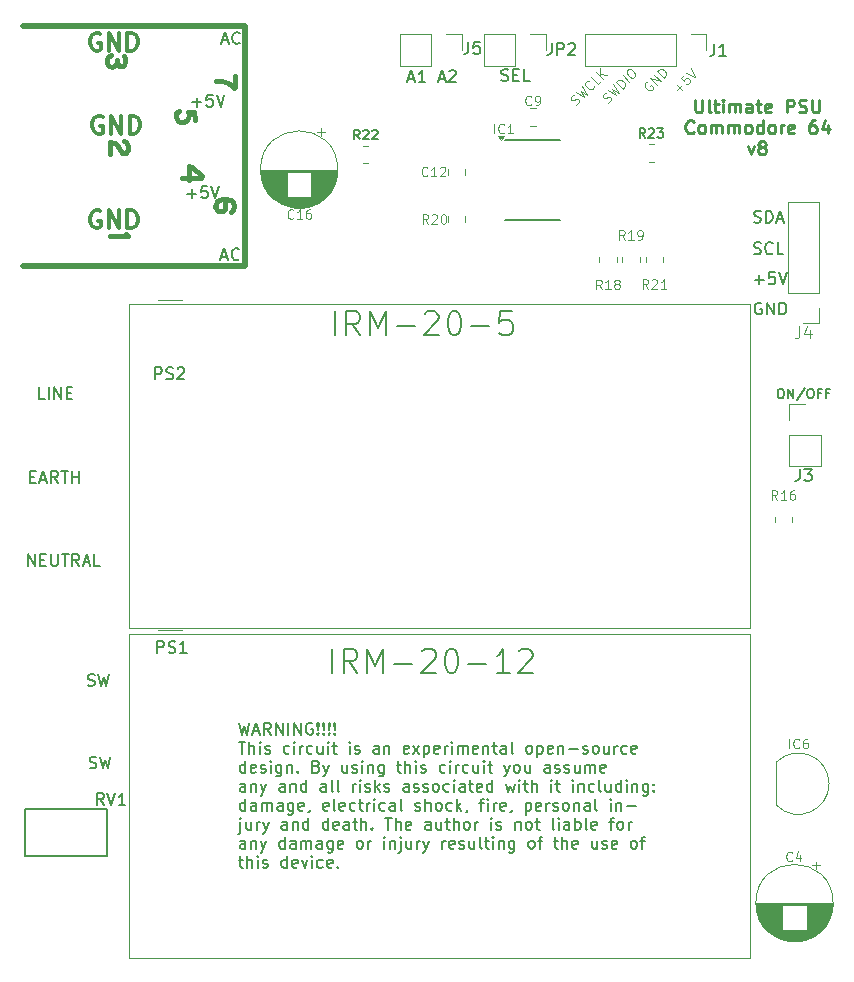
<source format=gbr>
%TF.GenerationSoftware,KiCad,Pcbnew,7.0.11-7.0.11~ubuntu22.04.1*%
%TF.CreationDate,2025-01-31T21:43:45-05:00*%
%TF.ProjectId,C64UltimatePSU,43363455-6c74-4696-9d61-74655053552e,rev?*%
%TF.SameCoordinates,Original*%
%TF.FileFunction,Legend,Top*%
%TF.FilePolarity,Positive*%
%FSLAX46Y46*%
G04 Gerber Fmt 4.6, Leading zero omitted, Abs format (unit mm)*
G04 Created by KiCad (PCBNEW 7.0.11-7.0.11~ubuntu22.04.1) date 2025-01-31 21:43:45*
%MOMM*%
%LPD*%
G01*
G04 APERTURE LIST*
%ADD10C,0.150000*%
%ADD11C,0.250000*%
%ADD12C,0.125000*%
%ADD13C,0.300000*%
%ADD14C,0.120000*%
%ADD15C,0.500000*%
%ADD16C,0.400000*%
G04 APERTURE END LIST*
D10*
X168310141Y-82888895D02*
X168462522Y-82888895D01*
X168462522Y-82888895D02*
X168538712Y-82926990D01*
X168538712Y-82926990D02*
X168614903Y-83003180D01*
X168614903Y-83003180D02*
X168652998Y-83155561D01*
X168652998Y-83155561D02*
X168652998Y-83422228D01*
X168652998Y-83422228D02*
X168614903Y-83574609D01*
X168614903Y-83574609D02*
X168538712Y-83650800D01*
X168538712Y-83650800D02*
X168462522Y-83688895D01*
X168462522Y-83688895D02*
X168310141Y-83688895D01*
X168310141Y-83688895D02*
X168233950Y-83650800D01*
X168233950Y-83650800D02*
X168157760Y-83574609D01*
X168157760Y-83574609D02*
X168119664Y-83422228D01*
X168119664Y-83422228D02*
X168119664Y-83155561D01*
X168119664Y-83155561D02*
X168157760Y-83003180D01*
X168157760Y-83003180D02*
X168233950Y-82926990D01*
X168233950Y-82926990D02*
X168310141Y-82888895D01*
X168995855Y-83688895D02*
X168995855Y-82888895D01*
X168995855Y-82888895D02*
X169452998Y-83688895D01*
X169452998Y-83688895D02*
X169452998Y-82888895D01*
X170405378Y-82850800D02*
X169719664Y-83879371D01*
X170824426Y-82888895D02*
X170976807Y-82888895D01*
X170976807Y-82888895D02*
X171052997Y-82926990D01*
X171052997Y-82926990D02*
X171129188Y-83003180D01*
X171129188Y-83003180D02*
X171167283Y-83155561D01*
X171167283Y-83155561D02*
X171167283Y-83422228D01*
X171167283Y-83422228D02*
X171129188Y-83574609D01*
X171129188Y-83574609D02*
X171052997Y-83650800D01*
X171052997Y-83650800D02*
X170976807Y-83688895D01*
X170976807Y-83688895D02*
X170824426Y-83688895D01*
X170824426Y-83688895D02*
X170748235Y-83650800D01*
X170748235Y-83650800D02*
X170672045Y-83574609D01*
X170672045Y-83574609D02*
X170633949Y-83422228D01*
X170633949Y-83422228D02*
X170633949Y-83155561D01*
X170633949Y-83155561D02*
X170672045Y-83003180D01*
X170672045Y-83003180D02*
X170748235Y-82926990D01*
X170748235Y-82926990D02*
X170824426Y-82888895D01*
X171776806Y-83269847D02*
X171510140Y-83269847D01*
X171510140Y-83688895D02*
X171510140Y-82888895D01*
X171510140Y-82888895D02*
X171891092Y-82888895D01*
X172462520Y-83269847D02*
X172195854Y-83269847D01*
X172195854Y-83688895D02*
X172195854Y-82888895D01*
X172195854Y-82888895D02*
X172576806Y-82888895D01*
X166747988Y-75650838D02*
X166652750Y-75603219D01*
X166652750Y-75603219D02*
X166509893Y-75603219D01*
X166509893Y-75603219D02*
X166367036Y-75650838D01*
X166367036Y-75650838D02*
X166271798Y-75746076D01*
X166271798Y-75746076D02*
X166224179Y-75841314D01*
X166224179Y-75841314D02*
X166176560Y-76031790D01*
X166176560Y-76031790D02*
X166176560Y-76174647D01*
X166176560Y-76174647D02*
X166224179Y-76365123D01*
X166224179Y-76365123D02*
X166271798Y-76460361D01*
X166271798Y-76460361D02*
X166367036Y-76555600D01*
X166367036Y-76555600D02*
X166509893Y-76603219D01*
X166509893Y-76603219D02*
X166605131Y-76603219D01*
X166605131Y-76603219D02*
X166747988Y-76555600D01*
X166747988Y-76555600D02*
X166795607Y-76507980D01*
X166795607Y-76507980D02*
X166795607Y-76174647D01*
X166795607Y-76174647D02*
X166605131Y-76174647D01*
X167224179Y-76603219D02*
X167224179Y-75603219D01*
X167224179Y-75603219D02*
X167795607Y-76603219D01*
X167795607Y-76603219D02*
X167795607Y-75603219D01*
X168271798Y-76603219D02*
X168271798Y-75603219D01*
X168271798Y-75603219D02*
X168509893Y-75603219D01*
X168509893Y-75603219D02*
X168652750Y-75650838D01*
X168652750Y-75650838D02*
X168747988Y-75746076D01*
X168747988Y-75746076D02*
X168795607Y-75841314D01*
X168795607Y-75841314D02*
X168843226Y-76031790D01*
X168843226Y-76031790D02*
X168843226Y-76174647D01*
X168843226Y-76174647D02*
X168795607Y-76365123D01*
X168795607Y-76365123D02*
X168747988Y-76460361D01*
X168747988Y-76460361D02*
X168652750Y-76555600D01*
X168652750Y-76555600D02*
X168509893Y-76603219D01*
X168509893Y-76603219D02*
X168271798Y-76603219D01*
X118573779Y-58620066D02*
X119335684Y-58620066D01*
X118954731Y-59001019D02*
X118954731Y-58239114D01*
X120288064Y-58001019D02*
X119811874Y-58001019D01*
X119811874Y-58001019D02*
X119764255Y-58477209D01*
X119764255Y-58477209D02*
X119811874Y-58429590D01*
X119811874Y-58429590D02*
X119907112Y-58381971D01*
X119907112Y-58381971D02*
X120145207Y-58381971D01*
X120145207Y-58381971D02*
X120240445Y-58429590D01*
X120240445Y-58429590D02*
X120288064Y-58477209D01*
X120288064Y-58477209D02*
X120335683Y-58572447D01*
X120335683Y-58572447D02*
X120335683Y-58810542D01*
X120335683Y-58810542D02*
X120288064Y-58905780D01*
X120288064Y-58905780D02*
X120240445Y-58953400D01*
X120240445Y-58953400D02*
X120145207Y-59001019D01*
X120145207Y-59001019D02*
X119907112Y-59001019D01*
X119907112Y-59001019D02*
X119811874Y-58953400D01*
X119811874Y-58953400D02*
X119764255Y-58905780D01*
X120621398Y-58001019D02*
X120954731Y-59001019D01*
X120954731Y-59001019D02*
X121288064Y-58001019D01*
X104654579Y-97888419D02*
X104654579Y-96888419D01*
X104654579Y-96888419D02*
X105226007Y-97888419D01*
X105226007Y-97888419D02*
X105226007Y-96888419D01*
X105702198Y-97364609D02*
X106035531Y-97364609D01*
X106178388Y-97888419D02*
X105702198Y-97888419D01*
X105702198Y-97888419D02*
X105702198Y-96888419D01*
X105702198Y-96888419D02*
X106178388Y-96888419D01*
X106606960Y-96888419D02*
X106606960Y-97697942D01*
X106606960Y-97697942D02*
X106654579Y-97793180D01*
X106654579Y-97793180D02*
X106702198Y-97840800D01*
X106702198Y-97840800D02*
X106797436Y-97888419D01*
X106797436Y-97888419D02*
X106987912Y-97888419D01*
X106987912Y-97888419D02*
X107083150Y-97840800D01*
X107083150Y-97840800D02*
X107130769Y-97793180D01*
X107130769Y-97793180D02*
X107178388Y-97697942D01*
X107178388Y-97697942D02*
X107178388Y-96888419D01*
X107511722Y-96888419D02*
X108083150Y-96888419D01*
X107797436Y-97888419D02*
X107797436Y-96888419D01*
X108987912Y-97888419D02*
X108654579Y-97412228D01*
X108416484Y-97888419D02*
X108416484Y-96888419D01*
X108416484Y-96888419D02*
X108797436Y-96888419D01*
X108797436Y-96888419D02*
X108892674Y-96936038D01*
X108892674Y-96936038D02*
X108940293Y-96983657D01*
X108940293Y-96983657D02*
X108987912Y-97078895D01*
X108987912Y-97078895D02*
X108987912Y-97221752D01*
X108987912Y-97221752D02*
X108940293Y-97316990D01*
X108940293Y-97316990D02*
X108892674Y-97364609D01*
X108892674Y-97364609D02*
X108797436Y-97412228D01*
X108797436Y-97412228D02*
X108416484Y-97412228D01*
X109368865Y-97602704D02*
X109845055Y-97602704D01*
X109273627Y-97888419D02*
X109606960Y-96888419D01*
X109606960Y-96888419D02*
X109940293Y-97888419D01*
X110749817Y-97888419D02*
X110273627Y-97888419D01*
X110273627Y-97888419D02*
X110273627Y-96888419D01*
X166116560Y-71445600D02*
X166259417Y-71493219D01*
X166259417Y-71493219D02*
X166497512Y-71493219D01*
X166497512Y-71493219D02*
X166592750Y-71445600D01*
X166592750Y-71445600D02*
X166640369Y-71397980D01*
X166640369Y-71397980D02*
X166687988Y-71302742D01*
X166687988Y-71302742D02*
X166687988Y-71207504D01*
X166687988Y-71207504D02*
X166640369Y-71112266D01*
X166640369Y-71112266D02*
X166592750Y-71064647D01*
X166592750Y-71064647D02*
X166497512Y-71017028D01*
X166497512Y-71017028D02*
X166307036Y-70969409D01*
X166307036Y-70969409D02*
X166211798Y-70921790D01*
X166211798Y-70921790D02*
X166164179Y-70874171D01*
X166164179Y-70874171D02*
X166116560Y-70778933D01*
X166116560Y-70778933D02*
X166116560Y-70683695D01*
X166116560Y-70683695D02*
X166164179Y-70588457D01*
X166164179Y-70588457D02*
X166211798Y-70540838D01*
X166211798Y-70540838D02*
X166307036Y-70493219D01*
X166307036Y-70493219D02*
X166545131Y-70493219D01*
X166545131Y-70493219D02*
X166687988Y-70540838D01*
X167687988Y-71397980D02*
X167640369Y-71445600D01*
X167640369Y-71445600D02*
X167497512Y-71493219D01*
X167497512Y-71493219D02*
X167402274Y-71493219D01*
X167402274Y-71493219D02*
X167259417Y-71445600D01*
X167259417Y-71445600D02*
X167164179Y-71350361D01*
X167164179Y-71350361D02*
X167116560Y-71255123D01*
X167116560Y-71255123D02*
X167068941Y-71064647D01*
X167068941Y-71064647D02*
X167068941Y-70921790D01*
X167068941Y-70921790D02*
X167116560Y-70731314D01*
X167116560Y-70731314D02*
X167164179Y-70636076D01*
X167164179Y-70636076D02*
X167259417Y-70540838D01*
X167259417Y-70540838D02*
X167402274Y-70493219D01*
X167402274Y-70493219D02*
X167497512Y-70493219D01*
X167497512Y-70493219D02*
X167640369Y-70540838D01*
X167640369Y-70540838D02*
X167687988Y-70588457D01*
X168592750Y-71493219D02*
X168116560Y-71493219D01*
X168116560Y-71493219D02*
X168116560Y-70493219D01*
X144738960Y-56794400D02*
X144881817Y-56842019D01*
X144881817Y-56842019D02*
X145119912Y-56842019D01*
X145119912Y-56842019D02*
X145215150Y-56794400D01*
X145215150Y-56794400D02*
X145262769Y-56746780D01*
X145262769Y-56746780D02*
X145310388Y-56651542D01*
X145310388Y-56651542D02*
X145310388Y-56556304D01*
X145310388Y-56556304D02*
X145262769Y-56461066D01*
X145262769Y-56461066D02*
X145215150Y-56413447D01*
X145215150Y-56413447D02*
X145119912Y-56365828D01*
X145119912Y-56365828D02*
X144929436Y-56318209D01*
X144929436Y-56318209D02*
X144834198Y-56270590D01*
X144834198Y-56270590D02*
X144786579Y-56222971D01*
X144786579Y-56222971D02*
X144738960Y-56127733D01*
X144738960Y-56127733D02*
X144738960Y-56032495D01*
X144738960Y-56032495D02*
X144786579Y-55937257D01*
X144786579Y-55937257D02*
X144834198Y-55889638D01*
X144834198Y-55889638D02*
X144929436Y-55842019D01*
X144929436Y-55842019D02*
X145167531Y-55842019D01*
X145167531Y-55842019D02*
X145310388Y-55889638D01*
X145738960Y-56318209D02*
X146072293Y-56318209D01*
X146215150Y-56842019D02*
X145738960Y-56842019D01*
X145738960Y-56842019D02*
X145738960Y-55842019D01*
X145738960Y-55842019D02*
X146215150Y-55842019D01*
X147119912Y-56842019D02*
X146643722Y-56842019D01*
X146643722Y-56842019D02*
X146643722Y-55842019D01*
D11*
X161131114Y-58405580D02*
X161131114Y-59296057D01*
X161131114Y-59296057D02*
X161183495Y-59400819D01*
X161183495Y-59400819D02*
X161235876Y-59453200D01*
X161235876Y-59453200D02*
X161340638Y-59505580D01*
X161340638Y-59505580D02*
X161550162Y-59505580D01*
X161550162Y-59505580D02*
X161654924Y-59453200D01*
X161654924Y-59453200D02*
X161707305Y-59400819D01*
X161707305Y-59400819D02*
X161759686Y-59296057D01*
X161759686Y-59296057D02*
X161759686Y-58405580D01*
X162440638Y-59505580D02*
X162335876Y-59453200D01*
X162335876Y-59453200D02*
X162283495Y-59348438D01*
X162283495Y-59348438D02*
X162283495Y-58405580D01*
X162702542Y-58772247D02*
X163121590Y-58772247D01*
X162859685Y-58405580D02*
X162859685Y-59348438D01*
X162859685Y-59348438D02*
X162912066Y-59453200D01*
X162912066Y-59453200D02*
X163016828Y-59505580D01*
X163016828Y-59505580D02*
X163121590Y-59505580D01*
X163488256Y-59505580D02*
X163488256Y-58772247D01*
X163488256Y-58405580D02*
X163435875Y-58457961D01*
X163435875Y-58457961D02*
X163488256Y-58510342D01*
X163488256Y-58510342D02*
X163540637Y-58457961D01*
X163540637Y-58457961D02*
X163488256Y-58405580D01*
X163488256Y-58405580D02*
X163488256Y-58510342D01*
X164012066Y-59505580D02*
X164012066Y-58772247D01*
X164012066Y-58877009D02*
X164064447Y-58824628D01*
X164064447Y-58824628D02*
X164169209Y-58772247D01*
X164169209Y-58772247D02*
X164326352Y-58772247D01*
X164326352Y-58772247D02*
X164431114Y-58824628D01*
X164431114Y-58824628D02*
X164483495Y-58929390D01*
X164483495Y-58929390D02*
X164483495Y-59505580D01*
X164483495Y-58929390D02*
X164535876Y-58824628D01*
X164535876Y-58824628D02*
X164640638Y-58772247D01*
X164640638Y-58772247D02*
X164797781Y-58772247D01*
X164797781Y-58772247D02*
X164902542Y-58824628D01*
X164902542Y-58824628D02*
X164954923Y-58929390D01*
X164954923Y-58929390D02*
X164954923Y-59505580D01*
X165950162Y-59505580D02*
X165950162Y-58929390D01*
X165950162Y-58929390D02*
X165897781Y-58824628D01*
X165897781Y-58824628D02*
X165793019Y-58772247D01*
X165793019Y-58772247D02*
X165583495Y-58772247D01*
X165583495Y-58772247D02*
X165478733Y-58824628D01*
X165950162Y-59453200D02*
X165845400Y-59505580D01*
X165845400Y-59505580D02*
X165583495Y-59505580D01*
X165583495Y-59505580D02*
X165478733Y-59453200D01*
X165478733Y-59453200D02*
X165426352Y-59348438D01*
X165426352Y-59348438D02*
X165426352Y-59243676D01*
X165426352Y-59243676D02*
X165478733Y-59138914D01*
X165478733Y-59138914D02*
X165583495Y-59086533D01*
X165583495Y-59086533D02*
X165845400Y-59086533D01*
X165845400Y-59086533D02*
X165950162Y-59034152D01*
X166316828Y-58772247D02*
X166735876Y-58772247D01*
X166473971Y-58405580D02*
X166473971Y-59348438D01*
X166473971Y-59348438D02*
X166526352Y-59453200D01*
X166526352Y-59453200D02*
X166631114Y-59505580D01*
X166631114Y-59505580D02*
X166735876Y-59505580D01*
X167521590Y-59453200D02*
X167416828Y-59505580D01*
X167416828Y-59505580D02*
X167207304Y-59505580D01*
X167207304Y-59505580D02*
X167102542Y-59453200D01*
X167102542Y-59453200D02*
X167050161Y-59348438D01*
X167050161Y-59348438D02*
X167050161Y-58929390D01*
X167050161Y-58929390D02*
X167102542Y-58824628D01*
X167102542Y-58824628D02*
X167207304Y-58772247D01*
X167207304Y-58772247D02*
X167416828Y-58772247D01*
X167416828Y-58772247D02*
X167521590Y-58824628D01*
X167521590Y-58824628D02*
X167573971Y-58929390D01*
X167573971Y-58929390D02*
X167573971Y-59034152D01*
X167573971Y-59034152D02*
X167050161Y-59138914D01*
X168883494Y-59505580D02*
X168883494Y-58405580D01*
X168883494Y-58405580D02*
X169302542Y-58405580D01*
X169302542Y-58405580D02*
X169407304Y-58457961D01*
X169407304Y-58457961D02*
X169459685Y-58510342D01*
X169459685Y-58510342D02*
X169512066Y-58615104D01*
X169512066Y-58615104D02*
X169512066Y-58772247D01*
X169512066Y-58772247D02*
X169459685Y-58877009D01*
X169459685Y-58877009D02*
X169407304Y-58929390D01*
X169407304Y-58929390D02*
X169302542Y-58981771D01*
X169302542Y-58981771D02*
X168883494Y-58981771D01*
X169931113Y-59453200D02*
X170088256Y-59505580D01*
X170088256Y-59505580D02*
X170350161Y-59505580D01*
X170350161Y-59505580D02*
X170454923Y-59453200D01*
X170454923Y-59453200D02*
X170507304Y-59400819D01*
X170507304Y-59400819D02*
X170559685Y-59296057D01*
X170559685Y-59296057D02*
X170559685Y-59191295D01*
X170559685Y-59191295D02*
X170507304Y-59086533D01*
X170507304Y-59086533D02*
X170454923Y-59034152D01*
X170454923Y-59034152D02*
X170350161Y-58981771D01*
X170350161Y-58981771D02*
X170140637Y-58929390D01*
X170140637Y-58929390D02*
X170035875Y-58877009D01*
X170035875Y-58877009D02*
X169983494Y-58824628D01*
X169983494Y-58824628D02*
X169931113Y-58719866D01*
X169931113Y-58719866D02*
X169931113Y-58615104D01*
X169931113Y-58615104D02*
X169983494Y-58510342D01*
X169983494Y-58510342D02*
X170035875Y-58457961D01*
X170035875Y-58457961D02*
X170140637Y-58405580D01*
X170140637Y-58405580D02*
X170402542Y-58405580D01*
X170402542Y-58405580D02*
X170559685Y-58457961D01*
X171031113Y-58405580D02*
X171031113Y-59296057D01*
X171031113Y-59296057D02*
X171083494Y-59400819D01*
X171083494Y-59400819D02*
X171135875Y-59453200D01*
X171135875Y-59453200D02*
X171240637Y-59505580D01*
X171240637Y-59505580D02*
X171450161Y-59505580D01*
X171450161Y-59505580D02*
X171554923Y-59453200D01*
X171554923Y-59453200D02*
X171607304Y-59400819D01*
X171607304Y-59400819D02*
X171659685Y-59296057D01*
X171659685Y-59296057D02*
X171659685Y-58405580D01*
X161000162Y-61171819D02*
X160947781Y-61224200D01*
X160947781Y-61224200D02*
X160790638Y-61276580D01*
X160790638Y-61276580D02*
X160685876Y-61276580D01*
X160685876Y-61276580D02*
X160528733Y-61224200D01*
X160528733Y-61224200D02*
X160423971Y-61119438D01*
X160423971Y-61119438D02*
X160371590Y-61014676D01*
X160371590Y-61014676D02*
X160319209Y-60805152D01*
X160319209Y-60805152D02*
X160319209Y-60648009D01*
X160319209Y-60648009D02*
X160371590Y-60438485D01*
X160371590Y-60438485D02*
X160423971Y-60333723D01*
X160423971Y-60333723D02*
X160528733Y-60228961D01*
X160528733Y-60228961D02*
X160685876Y-60176580D01*
X160685876Y-60176580D02*
X160790638Y-60176580D01*
X160790638Y-60176580D02*
X160947781Y-60228961D01*
X160947781Y-60228961D02*
X161000162Y-60281342D01*
X161628733Y-61276580D02*
X161523971Y-61224200D01*
X161523971Y-61224200D02*
X161471590Y-61171819D01*
X161471590Y-61171819D02*
X161419209Y-61067057D01*
X161419209Y-61067057D02*
X161419209Y-60752771D01*
X161419209Y-60752771D02*
X161471590Y-60648009D01*
X161471590Y-60648009D02*
X161523971Y-60595628D01*
X161523971Y-60595628D02*
X161628733Y-60543247D01*
X161628733Y-60543247D02*
X161785876Y-60543247D01*
X161785876Y-60543247D02*
X161890638Y-60595628D01*
X161890638Y-60595628D02*
X161943019Y-60648009D01*
X161943019Y-60648009D02*
X161995400Y-60752771D01*
X161995400Y-60752771D02*
X161995400Y-61067057D01*
X161995400Y-61067057D02*
X161943019Y-61171819D01*
X161943019Y-61171819D02*
X161890638Y-61224200D01*
X161890638Y-61224200D02*
X161785876Y-61276580D01*
X161785876Y-61276580D02*
X161628733Y-61276580D01*
X162466828Y-61276580D02*
X162466828Y-60543247D01*
X162466828Y-60648009D02*
X162519209Y-60595628D01*
X162519209Y-60595628D02*
X162623971Y-60543247D01*
X162623971Y-60543247D02*
X162781114Y-60543247D01*
X162781114Y-60543247D02*
X162885876Y-60595628D01*
X162885876Y-60595628D02*
X162938257Y-60700390D01*
X162938257Y-60700390D02*
X162938257Y-61276580D01*
X162938257Y-60700390D02*
X162990638Y-60595628D01*
X162990638Y-60595628D02*
X163095400Y-60543247D01*
X163095400Y-60543247D02*
X163252543Y-60543247D01*
X163252543Y-60543247D02*
X163357304Y-60595628D01*
X163357304Y-60595628D02*
X163409685Y-60700390D01*
X163409685Y-60700390D02*
X163409685Y-61276580D01*
X163933495Y-61276580D02*
X163933495Y-60543247D01*
X163933495Y-60648009D02*
X163985876Y-60595628D01*
X163985876Y-60595628D02*
X164090638Y-60543247D01*
X164090638Y-60543247D02*
X164247781Y-60543247D01*
X164247781Y-60543247D02*
X164352543Y-60595628D01*
X164352543Y-60595628D02*
X164404924Y-60700390D01*
X164404924Y-60700390D02*
X164404924Y-61276580D01*
X164404924Y-60700390D02*
X164457305Y-60595628D01*
X164457305Y-60595628D02*
X164562067Y-60543247D01*
X164562067Y-60543247D02*
X164719210Y-60543247D01*
X164719210Y-60543247D02*
X164823971Y-60595628D01*
X164823971Y-60595628D02*
X164876352Y-60700390D01*
X164876352Y-60700390D02*
X164876352Y-61276580D01*
X165557305Y-61276580D02*
X165452543Y-61224200D01*
X165452543Y-61224200D02*
X165400162Y-61171819D01*
X165400162Y-61171819D02*
X165347781Y-61067057D01*
X165347781Y-61067057D02*
X165347781Y-60752771D01*
X165347781Y-60752771D02*
X165400162Y-60648009D01*
X165400162Y-60648009D02*
X165452543Y-60595628D01*
X165452543Y-60595628D02*
X165557305Y-60543247D01*
X165557305Y-60543247D02*
X165714448Y-60543247D01*
X165714448Y-60543247D02*
X165819210Y-60595628D01*
X165819210Y-60595628D02*
X165871591Y-60648009D01*
X165871591Y-60648009D02*
X165923972Y-60752771D01*
X165923972Y-60752771D02*
X165923972Y-61067057D01*
X165923972Y-61067057D02*
X165871591Y-61171819D01*
X165871591Y-61171819D02*
X165819210Y-61224200D01*
X165819210Y-61224200D02*
X165714448Y-61276580D01*
X165714448Y-61276580D02*
X165557305Y-61276580D01*
X166866829Y-61276580D02*
X166866829Y-60176580D01*
X166866829Y-61224200D02*
X166762067Y-61276580D01*
X166762067Y-61276580D02*
X166552543Y-61276580D01*
X166552543Y-61276580D02*
X166447781Y-61224200D01*
X166447781Y-61224200D02*
X166395400Y-61171819D01*
X166395400Y-61171819D02*
X166343019Y-61067057D01*
X166343019Y-61067057D02*
X166343019Y-60752771D01*
X166343019Y-60752771D02*
X166395400Y-60648009D01*
X166395400Y-60648009D02*
X166447781Y-60595628D01*
X166447781Y-60595628D02*
X166552543Y-60543247D01*
X166552543Y-60543247D02*
X166762067Y-60543247D01*
X166762067Y-60543247D02*
X166866829Y-60595628D01*
X167547781Y-61276580D02*
X167443019Y-61224200D01*
X167443019Y-61224200D02*
X167390638Y-61171819D01*
X167390638Y-61171819D02*
X167338257Y-61067057D01*
X167338257Y-61067057D02*
X167338257Y-60752771D01*
X167338257Y-60752771D02*
X167390638Y-60648009D01*
X167390638Y-60648009D02*
X167443019Y-60595628D01*
X167443019Y-60595628D02*
X167547781Y-60543247D01*
X167547781Y-60543247D02*
X167704924Y-60543247D01*
X167704924Y-60543247D02*
X167809686Y-60595628D01*
X167809686Y-60595628D02*
X167862067Y-60648009D01*
X167862067Y-60648009D02*
X167914448Y-60752771D01*
X167914448Y-60752771D02*
X167914448Y-61067057D01*
X167914448Y-61067057D02*
X167862067Y-61171819D01*
X167862067Y-61171819D02*
X167809686Y-61224200D01*
X167809686Y-61224200D02*
X167704924Y-61276580D01*
X167704924Y-61276580D02*
X167547781Y-61276580D01*
X168385876Y-61276580D02*
X168385876Y-60543247D01*
X168385876Y-60752771D02*
X168438257Y-60648009D01*
X168438257Y-60648009D02*
X168490638Y-60595628D01*
X168490638Y-60595628D02*
X168595400Y-60543247D01*
X168595400Y-60543247D02*
X168700162Y-60543247D01*
X169485876Y-61224200D02*
X169381114Y-61276580D01*
X169381114Y-61276580D02*
X169171590Y-61276580D01*
X169171590Y-61276580D02*
X169066828Y-61224200D01*
X169066828Y-61224200D02*
X169014447Y-61119438D01*
X169014447Y-61119438D02*
X169014447Y-60700390D01*
X169014447Y-60700390D02*
X169066828Y-60595628D01*
X169066828Y-60595628D02*
X169171590Y-60543247D01*
X169171590Y-60543247D02*
X169381114Y-60543247D01*
X169381114Y-60543247D02*
X169485876Y-60595628D01*
X169485876Y-60595628D02*
X169538257Y-60700390D01*
X169538257Y-60700390D02*
X169538257Y-60805152D01*
X169538257Y-60805152D02*
X169014447Y-60909914D01*
X171319209Y-60176580D02*
X171109685Y-60176580D01*
X171109685Y-60176580D02*
X171004923Y-60228961D01*
X171004923Y-60228961D02*
X170952542Y-60281342D01*
X170952542Y-60281342D02*
X170847780Y-60438485D01*
X170847780Y-60438485D02*
X170795399Y-60648009D01*
X170795399Y-60648009D02*
X170795399Y-61067057D01*
X170795399Y-61067057D02*
X170847780Y-61171819D01*
X170847780Y-61171819D02*
X170900161Y-61224200D01*
X170900161Y-61224200D02*
X171004923Y-61276580D01*
X171004923Y-61276580D02*
X171214447Y-61276580D01*
X171214447Y-61276580D02*
X171319209Y-61224200D01*
X171319209Y-61224200D02*
X171371590Y-61171819D01*
X171371590Y-61171819D02*
X171423971Y-61067057D01*
X171423971Y-61067057D02*
X171423971Y-60805152D01*
X171423971Y-60805152D02*
X171371590Y-60700390D01*
X171371590Y-60700390D02*
X171319209Y-60648009D01*
X171319209Y-60648009D02*
X171214447Y-60595628D01*
X171214447Y-60595628D02*
X171004923Y-60595628D01*
X171004923Y-60595628D02*
X170900161Y-60648009D01*
X170900161Y-60648009D02*
X170847780Y-60700390D01*
X170847780Y-60700390D02*
X170795399Y-60805152D01*
X172366828Y-60543247D02*
X172366828Y-61276580D01*
X172104923Y-60124200D02*
X171843018Y-60909914D01*
X171843018Y-60909914D02*
X172523971Y-60909914D01*
X165609685Y-62314247D02*
X165871590Y-63047580D01*
X165871590Y-63047580D02*
X166133495Y-62314247D01*
X166709685Y-62419009D02*
X166604923Y-62366628D01*
X166604923Y-62366628D02*
X166552542Y-62314247D01*
X166552542Y-62314247D02*
X166500161Y-62209485D01*
X166500161Y-62209485D02*
X166500161Y-62157104D01*
X166500161Y-62157104D02*
X166552542Y-62052342D01*
X166552542Y-62052342D02*
X166604923Y-61999961D01*
X166604923Y-61999961D02*
X166709685Y-61947580D01*
X166709685Y-61947580D02*
X166919209Y-61947580D01*
X166919209Y-61947580D02*
X167023971Y-61999961D01*
X167023971Y-61999961D02*
X167076352Y-62052342D01*
X167076352Y-62052342D02*
X167128733Y-62157104D01*
X167128733Y-62157104D02*
X167128733Y-62209485D01*
X167128733Y-62209485D02*
X167076352Y-62314247D01*
X167076352Y-62314247D02*
X167023971Y-62366628D01*
X167023971Y-62366628D02*
X166919209Y-62419009D01*
X166919209Y-62419009D02*
X166709685Y-62419009D01*
X166709685Y-62419009D02*
X166604923Y-62471390D01*
X166604923Y-62471390D02*
X166552542Y-62523771D01*
X166552542Y-62523771D02*
X166500161Y-62628533D01*
X166500161Y-62628533D02*
X166500161Y-62838057D01*
X166500161Y-62838057D02*
X166552542Y-62942819D01*
X166552542Y-62942819D02*
X166604923Y-62995200D01*
X166604923Y-62995200D02*
X166709685Y-63047580D01*
X166709685Y-63047580D02*
X166919209Y-63047580D01*
X166919209Y-63047580D02*
X167023971Y-62995200D01*
X167023971Y-62995200D02*
X167076352Y-62942819D01*
X167076352Y-62942819D02*
X167128733Y-62838057D01*
X167128733Y-62838057D02*
X167128733Y-62628533D01*
X167128733Y-62628533D02*
X167076352Y-62523771D01*
X167076352Y-62523771D02*
X167023971Y-62471390D01*
X167023971Y-62471390D02*
X166919209Y-62419009D01*
D12*
X159567912Y-57633038D02*
X159998910Y-57202040D01*
X159998910Y-57633038D02*
X159567912Y-57202040D01*
X160187472Y-56313106D02*
X159918098Y-56582480D01*
X159918098Y-56582480D02*
X160160534Y-56878791D01*
X160160534Y-56878791D02*
X160160534Y-56824916D01*
X160160534Y-56824916D02*
X160187472Y-56744104D01*
X160187472Y-56744104D02*
X160322159Y-56609417D01*
X160322159Y-56609417D02*
X160402971Y-56582480D01*
X160402971Y-56582480D02*
X160456846Y-56582480D01*
X160456846Y-56582480D02*
X160537658Y-56609417D01*
X160537658Y-56609417D02*
X160672345Y-56744104D01*
X160672345Y-56744104D02*
X160699282Y-56824916D01*
X160699282Y-56824916D02*
X160699282Y-56878791D01*
X160699282Y-56878791D02*
X160672345Y-56959603D01*
X160672345Y-56959603D02*
X160537658Y-57094290D01*
X160537658Y-57094290D02*
X160456846Y-57121228D01*
X160456846Y-57121228D02*
X160402971Y-57121228D01*
X160376034Y-56124544D02*
X161130281Y-56501667D01*
X161130281Y-56501667D02*
X160753157Y-55747420D01*
D13*
X110788825Y-67866657D02*
X110645968Y-67795228D01*
X110645968Y-67795228D02*
X110431682Y-67795228D01*
X110431682Y-67795228D02*
X110217396Y-67866657D01*
X110217396Y-67866657D02*
X110074539Y-68009514D01*
X110074539Y-68009514D02*
X110003110Y-68152371D01*
X110003110Y-68152371D02*
X109931682Y-68438085D01*
X109931682Y-68438085D02*
X109931682Y-68652371D01*
X109931682Y-68652371D02*
X110003110Y-68938085D01*
X110003110Y-68938085D02*
X110074539Y-69080942D01*
X110074539Y-69080942D02*
X110217396Y-69223800D01*
X110217396Y-69223800D02*
X110431682Y-69295228D01*
X110431682Y-69295228D02*
X110574539Y-69295228D01*
X110574539Y-69295228D02*
X110788825Y-69223800D01*
X110788825Y-69223800D02*
X110860253Y-69152371D01*
X110860253Y-69152371D02*
X110860253Y-68652371D01*
X110860253Y-68652371D02*
X110574539Y-68652371D01*
X111503110Y-69295228D02*
X111503110Y-67795228D01*
X111503110Y-67795228D02*
X112360253Y-69295228D01*
X112360253Y-69295228D02*
X112360253Y-67795228D01*
X113074539Y-69295228D02*
X113074539Y-67795228D01*
X113074539Y-67795228D02*
X113431682Y-67795228D01*
X113431682Y-67795228D02*
X113645968Y-67866657D01*
X113645968Y-67866657D02*
X113788825Y-68009514D01*
X113788825Y-68009514D02*
X113860254Y-68152371D01*
X113860254Y-68152371D02*
X113931682Y-68438085D01*
X113931682Y-68438085D02*
X113931682Y-68652371D01*
X113931682Y-68652371D02*
X113860254Y-68938085D01*
X113860254Y-68938085D02*
X113788825Y-69080942D01*
X113788825Y-69080942D02*
X113645968Y-69223800D01*
X113645968Y-69223800D02*
X113431682Y-69295228D01*
X113431682Y-69295228D02*
X113074539Y-69295228D01*
X110788825Y-52829857D02*
X110645968Y-52758428D01*
X110645968Y-52758428D02*
X110431682Y-52758428D01*
X110431682Y-52758428D02*
X110217396Y-52829857D01*
X110217396Y-52829857D02*
X110074539Y-52972714D01*
X110074539Y-52972714D02*
X110003110Y-53115571D01*
X110003110Y-53115571D02*
X109931682Y-53401285D01*
X109931682Y-53401285D02*
X109931682Y-53615571D01*
X109931682Y-53615571D02*
X110003110Y-53901285D01*
X110003110Y-53901285D02*
X110074539Y-54044142D01*
X110074539Y-54044142D02*
X110217396Y-54187000D01*
X110217396Y-54187000D02*
X110431682Y-54258428D01*
X110431682Y-54258428D02*
X110574539Y-54258428D01*
X110574539Y-54258428D02*
X110788825Y-54187000D01*
X110788825Y-54187000D02*
X110860253Y-54115571D01*
X110860253Y-54115571D02*
X110860253Y-53615571D01*
X110860253Y-53615571D02*
X110574539Y-53615571D01*
X111503110Y-54258428D02*
X111503110Y-52758428D01*
X111503110Y-52758428D02*
X112360253Y-54258428D01*
X112360253Y-54258428D02*
X112360253Y-52758428D01*
X113074539Y-54258428D02*
X113074539Y-52758428D01*
X113074539Y-52758428D02*
X113431682Y-52758428D01*
X113431682Y-52758428D02*
X113645968Y-52829857D01*
X113645968Y-52829857D02*
X113788825Y-52972714D01*
X113788825Y-52972714D02*
X113860254Y-53115571D01*
X113860254Y-53115571D02*
X113931682Y-53401285D01*
X113931682Y-53401285D02*
X113931682Y-53615571D01*
X113931682Y-53615571D02*
X113860254Y-53901285D01*
X113860254Y-53901285D02*
X113788825Y-54044142D01*
X113788825Y-54044142D02*
X113645968Y-54187000D01*
X113645968Y-54187000D02*
X113431682Y-54258428D01*
X113431682Y-54258428D02*
X113074539Y-54258428D01*
D12*
X157077174Y-56911878D02*
X156996362Y-56938816D01*
X156996362Y-56938816D02*
X156915550Y-57019628D01*
X156915550Y-57019628D02*
X156861675Y-57127377D01*
X156861675Y-57127377D02*
X156861675Y-57235127D01*
X156861675Y-57235127D02*
X156888612Y-57315939D01*
X156888612Y-57315939D02*
X156969425Y-57450626D01*
X156969425Y-57450626D02*
X157050237Y-57531438D01*
X157050237Y-57531438D02*
X157184924Y-57612251D01*
X157184924Y-57612251D02*
X157265736Y-57639188D01*
X157265736Y-57639188D02*
X157373486Y-57639188D01*
X157373486Y-57639188D02*
X157481235Y-57585313D01*
X157481235Y-57585313D02*
X157535110Y-57531438D01*
X157535110Y-57531438D02*
X157588985Y-57423689D01*
X157588985Y-57423689D02*
X157588985Y-57369814D01*
X157588985Y-57369814D02*
X157400423Y-57181252D01*
X157400423Y-57181252D02*
X157292673Y-57289002D01*
X157885296Y-57181252D02*
X157319611Y-56615567D01*
X157319611Y-56615567D02*
X158208545Y-56858003D01*
X158208545Y-56858003D02*
X157642860Y-56292318D01*
X158477919Y-56588629D02*
X157912233Y-56022944D01*
X157912233Y-56022944D02*
X158046920Y-55888257D01*
X158046920Y-55888257D02*
X158154670Y-55834382D01*
X158154670Y-55834382D02*
X158262420Y-55834382D01*
X158262420Y-55834382D02*
X158343232Y-55861320D01*
X158343232Y-55861320D02*
X158477919Y-55942132D01*
X158477919Y-55942132D02*
X158558731Y-56022944D01*
X158558731Y-56022944D02*
X158639543Y-56157631D01*
X158639543Y-56157631D02*
X158666481Y-56238443D01*
X158666481Y-56238443D02*
X158666481Y-56346193D01*
X158666481Y-56346193D02*
X158612606Y-56453942D01*
X158612606Y-56453942D02*
X158477919Y-56588629D01*
D10*
X166116560Y-68778600D02*
X166259417Y-68826219D01*
X166259417Y-68826219D02*
X166497512Y-68826219D01*
X166497512Y-68826219D02*
X166592750Y-68778600D01*
X166592750Y-68778600D02*
X166640369Y-68730980D01*
X166640369Y-68730980D02*
X166687988Y-68635742D01*
X166687988Y-68635742D02*
X166687988Y-68540504D01*
X166687988Y-68540504D02*
X166640369Y-68445266D01*
X166640369Y-68445266D02*
X166592750Y-68397647D01*
X166592750Y-68397647D02*
X166497512Y-68350028D01*
X166497512Y-68350028D02*
X166307036Y-68302409D01*
X166307036Y-68302409D02*
X166211798Y-68254790D01*
X166211798Y-68254790D02*
X166164179Y-68207171D01*
X166164179Y-68207171D02*
X166116560Y-68111933D01*
X166116560Y-68111933D02*
X166116560Y-68016695D01*
X166116560Y-68016695D02*
X166164179Y-67921457D01*
X166164179Y-67921457D02*
X166211798Y-67873838D01*
X166211798Y-67873838D02*
X166307036Y-67826219D01*
X166307036Y-67826219D02*
X166545131Y-67826219D01*
X166545131Y-67826219D02*
X166687988Y-67873838D01*
X167116560Y-68826219D02*
X167116560Y-67826219D01*
X167116560Y-67826219D02*
X167354655Y-67826219D01*
X167354655Y-67826219D02*
X167497512Y-67873838D01*
X167497512Y-67873838D02*
X167592750Y-67969076D01*
X167592750Y-67969076D02*
X167640369Y-68064314D01*
X167640369Y-68064314D02*
X167687988Y-68254790D01*
X167687988Y-68254790D02*
X167687988Y-68397647D01*
X167687988Y-68397647D02*
X167640369Y-68588123D01*
X167640369Y-68588123D02*
X167592750Y-68683361D01*
X167592750Y-68683361D02*
X167497512Y-68778600D01*
X167497512Y-68778600D02*
X167354655Y-68826219D01*
X167354655Y-68826219D02*
X167116560Y-68826219D01*
X168068941Y-68540504D02*
X168545131Y-68540504D01*
X167973703Y-68826219D02*
X168307036Y-67826219D01*
X168307036Y-67826219D02*
X168640369Y-68826219D01*
X166164179Y-73652266D02*
X166926084Y-73652266D01*
X166545131Y-74033219D02*
X166545131Y-73271314D01*
X167878464Y-73033219D02*
X167402274Y-73033219D01*
X167402274Y-73033219D02*
X167354655Y-73509409D01*
X167354655Y-73509409D02*
X167402274Y-73461790D01*
X167402274Y-73461790D02*
X167497512Y-73414171D01*
X167497512Y-73414171D02*
X167735607Y-73414171D01*
X167735607Y-73414171D02*
X167830845Y-73461790D01*
X167830845Y-73461790D02*
X167878464Y-73509409D01*
X167878464Y-73509409D02*
X167926083Y-73604647D01*
X167926083Y-73604647D02*
X167926083Y-73842742D01*
X167926083Y-73842742D02*
X167878464Y-73937980D01*
X167878464Y-73937980D02*
X167830845Y-73985600D01*
X167830845Y-73985600D02*
X167735607Y-74033219D01*
X167735607Y-74033219D02*
X167497512Y-74033219D01*
X167497512Y-74033219D02*
X167402274Y-73985600D01*
X167402274Y-73985600D02*
X167354655Y-73937980D01*
X168211798Y-73033219D02*
X168545131Y-74033219D01*
X168545131Y-74033219D02*
X168878464Y-73033219D01*
X109864760Y-114985800D02*
X110007617Y-115033419D01*
X110007617Y-115033419D02*
X110245712Y-115033419D01*
X110245712Y-115033419D02*
X110340950Y-114985800D01*
X110340950Y-114985800D02*
X110388569Y-114938180D01*
X110388569Y-114938180D02*
X110436188Y-114842942D01*
X110436188Y-114842942D02*
X110436188Y-114747704D01*
X110436188Y-114747704D02*
X110388569Y-114652466D01*
X110388569Y-114652466D02*
X110340950Y-114604847D01*
X110340950Y-114604847D02*
X110245712Y-114557228D01*
X110245712Y-114557228D02*
X110055236Y-114509609D01*
X110055236Y-114509609D02*
X109959998Y-114461990D01*
X109959998Y-114461990D02*
X109912379Y-114414371D01*
X109912379Y-114414371D02*
X109864760Y-114319133D01*
X109864760Y-114319133D02*
X109864760Y-114223895D01*
X109864760Y-114223895D02*
X109912379Y-114128657D01*
X109912379Y-114128657D02*
X109959998Y-114081038D01*
X109959998Y-114081038D02*
X110055236Y-114033419D01*
X110055236Y-114033419D02*
X110293331Y-114033419D01*
X110293331Y-114033419D02*
X110436188Y-114081038D01*
X110769522Y-114033419D02*
X111007617Y-115033419D01*
X111007617Y-115033419D02*
X111198093Y-114319133D01*
X111198093Y-114319133D02*
X111388569Y-115033419D01*
X111388569Y-115033419D02*
X111626665Y-114033419D01*
X122542541Y-111170819D02*
X122780636Y-112170819D01*
X122780636Y-112170819D02*
X122971112Y-111456533D01*
X122971112Y-111456533D02*
X123161588Y-112170819D01*
X123161588Y-112170819D02*
X123399684Y-111170819D01*
X123733017Y-111885104D02*
X124209207Y-111885104D01*
X123637779Y-112170819D02*
X123971112Y-111170819D01*
X123971112Y-111170819D02*
X124304445Y-112170819D01*
X125209207Y-112170819D02*
X124875874Y-111694628D01*
X124637779Y-112170819D02*
X124637779Y-111170819D01*
X124637779Y-111170819D02*
X125018731Y-111170819D01*
X125018731Y-111170819D02*
X125113969Y-111218438D01*
X125113969Y-111218438D02*
X125161588Y-111266057D01*
X125161588Y-111266057D02*
X125209207Y-111361295D01*
X125209207Y-111361295D02*
X125209207Y-111504152D01*
X125209207Y-111504152D02*
X125161588Y-111599390D01*
X125161588Y-111599390D02*
X125113969Y-111647009D01*
X125113969Y-111647009D02*
X125018731Y-111694628D01*
X125018731Y-111694628D02*
X124637779Y-111694628D01*
X125637779Y-112170819D02*
X125637779Y-111170819D01*
X125637779Y-111170819D02*
X126209207Y-112170819D01*
X126209207Y-112170819D02*
X126209207Y-111170819D01*
X126685398Y-112170819D02*
X126685398Y-111170819D01*
X127161588Y-112170819D02*
X127161588Y-111170819D01*
X127161588Y-111170819D02*
X127733016Y-112170819D01*
X127733016Y-112170819D02*
X127733016Y-111170819D01*
X128733016Y-111218438D02*
X128637778Y-111170819D01*
X128637778Y-111170819D02*
X128494921Y-111170819D01*
X128494921Y-111170819D02*
X128352064Y-111218438D01*
X128352064Y-111218438D02*
X128256826Y-111313676D01*
X128256826Y-111313676D02*
X128209207Y-111408914D01*
X128209207Y-111408914D02*
X128161588Y-111599390D01*
X128161588Y-111599390D02*
X128161588Y-111742247D01*
X128161588Y-111742247D02*
X128209207Y-111932723D01*
X128209207Y-111932723D02*
X128256826Y-112027961D01*
X128256826Y-112027961D02*
X128352064Y-112123200D01*
X128352064Y-112123200D02*
X128494921Y-112170819D01*
X128494921Y-112170819D02*
X128590159Y-112170819D01*
X128590159Y-112170819D02*
X128733016Y-112123200D01*
X128733016Y-112123200D02*
X128780635Y-112075580D01*
X128780635Y-112075580D02*
X128780635Y-111742247D01*
X128780635Y-111742247D02*
X128590159Y-111742247D01*
X129209207Y-112075580D02*
X129256826Y-112123200D01*
X129256826Y-112123200D02*
X129209207Y-112170819D01*
X129209207Y-112170819D02*
X129161588Y-112123200D01*
X129161588Y-112123200D02*
X129209207Y-112075580D01*
X129209207Y-112075580D02*
X129209207Y-112170819D01*
X129209207Y-111789866D02*
X129161588Y-111218438D01*
X129161588Y-111218438D02*
X129209207Y-111170819D01*
X129209207Y-111170819D02*
X129256826Y-111218438D01*
X129256826Y-111218438D02*
X129209207Y-111789866D01*
X129209207Y-111789866D02*
X129209207Y-111170819D01*
X129685397Y-112075580D02*
X129733016Y-112123200D01*
X129733016Y-112123200D02*
X129685397Y-112170819D01*
X129685397Y-112170819D02*
X129637778Y-112123200D01*
X129637778Y-112123200D02*
X129685397Y-112075580D01*
X129685397Y-112075580D02*
X129685397Y-112170819D01*
X129685397Y-111789866D02*
X129637778Y-111218438D01*
X129637778Y-111218438D02*
X129685397Y-111170819D01*
X129685397Y-111170819D02*
X129733016Y-111218438D01*
X129733016Y-111218438D02*
X129685397Y-111789866D01*
X129685397Y-111789866D02*
X129685397Y-111170819D01*
X130161587Y-112075580D02*
X130209206Y-112123200D01*
X130209206Y-112123200D02*
X130161587Y-112170819D01*
X130161587Y-112170819D02*
X130113968Y-112123200D01*
X130113968Y-112123200D02*
X130161587Y-112075580D01*
X130161587Y-112075580D02*
X130161587Y-112170819D01*
X130161587Y-111789866D02*
X130113968Y-111218438D01*
X130113968Y-111218438D02*
X130161587Y-111170819D01*
X130161587Y-111170819D02*
X130209206Y-111218438D01*
X130209206Y-111218438D02*
X130161587Y-111789866D01*
X130161587Y-111789866D02*
X130161587Y-111170819D01*
X130637777Y-112075580D02*
X130685396Y-112123200D01*
X130685396Y-112123200D02*
X130637777Y-112170819D01*
X130637777Y-112170819D02*
X130590158Y-112123200D01*
X130590158Y-112123200D02*
X130637777Y-112075580D01*
X130637777Y-112075580D02*
X130637777Y-112170819D01*
X130637777Y-111789866D02*
X130590158Y-111218438D01*
X130590158Y-111218438D02*
X130637777Y-111170819D01*
X130637777Y-111170819D02*
X130685396Y-111218438D01*
X130685396Y-111218438D02*
X130637777Y-111789866D01*
X130637777Y-111789866D02*
X130637777Y-111170819D01*
X122494922Y-112780819D02*
X123066350Y-112780819D01*
X122780636Y-113780819D02*
X122780636Y-112780819D01*
X123399684Y-113780819D02*
X123399684Y-112780819D01*
X123828255Y-113780819D02*
X123828255Y-113257009D01*
X123828255Y-113257009D02*
X123780636Y-113161771D01*
X123780636Y-113161771D02*
X123685398Y-113114152D01*
X123685398Y-113114152D02*
X123542541Y-113114152D01*
X123542541Y-113114152D02*
X123447303Y-113161771D01*
X123447303Y-113161771D02*
X123399684Y-113209390D01*
X124304446Y-113780819D02*
X124304446Y-113114152D01*
X124304446Y-112780819D02*
X124256827Y-112828438D01*
X124256827Y-112828438D02*
X124304446Y-112876057D01*
X124304446Y-112876057D02*
X124352065Y-112828438D01*
X124352065Y-112828438D02*
X124304446Y-112780819D01*
X124304446Y-112780819D02*
X124304446Y-112876057D01*
X124733017Y-113733200D02*
X124828255Y-113780819D01*
X124828255Y-113780819D02*
X125018731Y-113780819D01*
X125018731Y-113780819D02*
X125113969Y-113733200D01*
X125113969Y-113733200D02*
X125161588Y-113637961D01*
X125161588Y-113637961D02*
X125161588Y-113590342D01*
X125161588Y-113590342D02*
X125113969Y-113495104D01*
X125113969Y-113495104D02*
X125018731Y-113447485D01*
X125018731Y-113447485D02*
X124875874Y-113447485D01*
X124875874Y-113447485D02*
X124780636Y-113399866D01*
X124780636Y-113399866D02*
X124733017Y-113304628D01*
X124733017Y-113304628D02*
X124733017Y-113257009D01*
X124733017Y-113257009D02*
X124780636Y-113161771D01*
X124780636Y-113161771D02*
X124875874Y-113114152D01*
X124875874Y-113114152D02*
X125018731Y-113114152D01*
X125018731Y-113114152D02*
X125113969Y-113161771D01*
X126780636Y-113733200D02*
X126685398Y-113780819D01*
X126685398Y-113780819D02*
X126494922Y-113780819D01*
X126494922Y-113780819D02*
X126399684Y-113733200D01*
X126399684Y-113733200D02*
X126352065Y-113685580D01*
X126352065Y-113685580D02*
X126304446Y-113590342D01*
X126304446Y-113590342D02*
X126304446Y-113304628D01*
X126304446Y-113304628D02*
X126352065Y-113209390D01*
X126352065Y-113209390D02*
X126399684Y-113161771D01*
X126399684Y-113161771D02*
X126494922Y-113114152D01*
X126494922Y-113114152D02*
X126685398Y-113114152D01*
X126685398Y-113114152D02*
X126780636Y-113161771D01*
X127209208Y-113780819D02*
X127209208Y-113114152D01*
X127209208Y-112780819D02*
X127161589Y-112828438D01*
X127161589Y-112828438D02*
X127209208Y-112876057D01*
X127209208Y-112876057D02*
X127256827Y-112828438D01*
X127256827Y-112828438D02*
X127209208Y-112780819D01*
X127209208Y-112780819D02*
X127209208Y-112876057D01*
X127685398Y-113780819D02*
X127685398Y-113114152D01*
X127685398Y-113304628D02*
X127733017Y-113209390D01*
X127733017Y-113209390D02*
X127780636Y-113161771D01*
X127780636Y-113161771D02*
X127875874Y-113114152D01*
X127875874Y-113114152D02*
X127971112Y-113114152D01*
X128733017Y-113733200D02*
X128637779Y-113780819D01*
X128637779Y-113780819D02*
X128447303Y-113780819D01*
X128447303Y-113780819D02*
X128352065Y-113733200D01*
X128352065Y-113733200D02*
X128304446Y-113685580D01*
X128304446Y-113685580D02*
X128256827Y-113590342D01*
X128256827Y-113590342D02*
X128256827Y-113304628D01*
X128256827Y-113304628D02*
X128304446Y-113209390D01*
X128304446Y-113209390D02*
X128352065Y-113161771D01*
X128352065Y-113161771D02*
X128447303Y-113114152D01*
X128447303Y-113114152D02*
X128637779Y-113114152D01*
X128637779Y-113114152D02*
X128733017Y-113161771D01*
X129590160Y-113114152D02*
X129590160Y-113780819D01*
X129161589Y-113114152D02*
X129161589Y-113637961D01*
X129161589Y-113637961D02*
X129209208Y-113733200D01*
X129209208Y-113733200D02*
X129304446Y-113780819D01*
X129304446Y-113780819D02*
X129447303Y-113780819D01*
X129447303Y-113780819D02*
X129542541Y-113733200D01*
X129542541Y-113733200D02*
X129590160Y-113685580D01*
X130066351Y-113780819D02*
X130066351Y-113114152D01*
X130066351Y-112780819D02*
X130018732Y-112828438D01*
X130018732Y-112828438D02*
X130066351Y-112876057D01*
X130066351Y-112876057D02*
X130113970Y-112828438D01*
X130113970Y-112828438D02*
X130066351Y-112780819D01*
X130066351Y-112780819D02*
X130066351Y-112876057D01*
X130399684Y-113114152D02*
X130780636Y-113114152D01*
X130542541Y-112780819D02*
X130542541Y-113637961D01*
X130542541Y-113637961D02*
X130590160Y-113733200D01*
X130590160Y-113733200D02*
X130685398Y-113780819D01*
X130685398Y-113780819D02*
X130780636Y-113780819D01*
X131875875Y-113780819D02*
X131875875Y-113114152D01*
X131875875Y-112780819D02*
X131828256Y-112828438D01*
X131828256Y-112828438D02*
X131875875Y-112876057D01*
X131875875Y-112876057D02*
X131923494Y-112828438D01*
X131923494Y-112828438D02*
X131875875Y-112780819D01*
X131875875Y-112780819D02*
X131875875Y-112876057D01*
X132304446Y-113733200D02*
X132399684Y-113780819D01*
X132399684Y-113780819D02*
X132590160Y-113780819D01*
X132590160Y-113780819D02*
X132685398Y-113733200D01*
X132685398Y-113733200D02*
X132733017Y-113637961D01*
X132733017Y-113637961D02*
X132733017Y-113590342D01*
X132733017Y-113590342D02*
X132685398Y-113495104D01*
X132685398Y-113495104D02*
X132590160Y-113447485D01*
X132590160Y-113447485D02*
X132447303Y-113447485D01*
X132447303Y-113447485D02*
X132352065Y-113399866D01*
X132352065Y-113399866D02*
X132304446Y-113304628D01*
X132304446Y-113304628D02*
X132304446Y-113257009D01*
X132304446Y-113257009D02*
X132352065Y-113161771D01*
X132352065Y-113161771D02*
X132447303Y-113114152D01*
X132447303Y-113114152D02*
X132590160Y-113114152D01*
X132590160Y-113114152D02*
X132685398Y-113161771D01*
X134352065Y-113780819D02*
X134352065Y-113257009D01*
X134352065Y-113257009D02*
X134304446Y-113161771D01*
X134304446Y-113161771D02*
X134209208Y-113114152D01*
X134209208Y-113114152D02*
X134018732Y-113114152D01*
X134018732Y-113114152D02*
X133923494Y-113161771D01*
X134352065Y-113733200D02*
X134256827Y-113780819D01*
X134256827Y-113780819D02*
X134018732Y-113780819D01*
X134018732Y-113780819D02*
X133923494Y-113733200D01*
X133923494Y-113733200D02*
X133875875Y-113637961D01*
X133875875Y-113637961D02*
X133875875Y-113542723D01*
X133875875Y-113542723D02*
X133923494Y-113447485D01*
X133923494Y-113447485D02*
X134018732Y-113399866D01*
X134018732Y-113399866D02*
X134256827Y-113399866D01*
X134256827Y-113399866D02*
X134352065Y-113352247D01*
X134828256Y-113114152D02*
X134828256Y-113780819D01*
X134828256Y-113209390D02*
X134875875Y-113161771D01*
X134875875Y-113161771D02*
X134971113Y-113114152D01*
X134971113Y-113114152D02*
X135113970Y-113114152D01*
X135113970Y-113114152D02*
X135209208Y-113161771D01*
X135209208Y-113161771D02*
X135256827Y-113257009D01*
X135256827Y-113257009D02*
X135256827Y-113780819D01*
X136875875Y-113733200D02*
X136780637Y-113780819D01*
X136780637Y-113780819D02*
X136590161Y-113780819D01*
X136590161Y-113780819D02*
X136494923Y-113733200D01*
X136494923Y-113733200D02*
X136447304Y-113637961D01*
X136447304Y-113637961D02*
X136447304Y-113257009D01*
X136447304Y-113257009D02*
X136494923Y-113161771D01*
X136494923Y-113161771D02*
X136590161Y-113114152D01*
X136590161Y-113114152D02*
X136780637Y-113114152D01*
X136780637Y-113114152D02*
X136875875Y-113161771D01*
X136875875Y-113161771D02*
X136923494Y-113257009D01*
X136923494Y-113257009D02*
X136923494Y-113352247D01*
X136923494Y-113352247D02*
X136447304Y-113447485D01*
X137256828Y-113780819D02*
X137780637Y-113114152D01*
X137256828Y-113114152D02*
X137780637Y-113780819D01*
X138161590Y-113114152D02*
X138161590Y-114114152D01*
X138161590Y-113161771D02*
X138256828Y-113114152D01*
X138256828Y-113114152D02*
X138447304Y-113114152D01*
X138447304Y-113114152D02*
X138542542Y-113161771D01*
X138542542Y-113161771D02*
X138590161Y-113209390D01*
X138590161Y-113209390D02*
X138637780Y-113304628D01*
X138637780Y-113304628D02*
X138637780Y-113590342D01*
X138637780Y-113590342D02*
X138590161Y-113685580D01*
X138590161Y-113685580D02*
X138542542Y-113733200D01*
X138542542Y-113733200D02*
X138447304Y-113780819D01*
X138447304Y-113780819D02*
X138256828Y-113780819D01*
X138256828Y-113780819D02*
X138161590Y-113733200D01*
X139447304Y-113733200D02*
X139352066Y-113780819D01*
X139352066Y-113780819D02*
X139161590Y-113780819D01*
X139161590Y-113780819D02*
X139066352Y-113733200D01*
X139066352Y-113733200D02*
X139018733Y-113637961D01*
X139018733Y-113637961D02*
X139018733Y-113257009D01*
X139018733Y-113257009D02*
X139066352Y-113161771D01*
X139066352Y-113161771D02*
X139161590Y-113114152D01*
X139161590Y-113114152D02*
X139352066Y-113114152D01*
X139352066Y-113114152D02*
X139447304Y-113161771D01*
X139447304Y-113161771D02*
X139494923Y-113257009D01*
X139494923Y-113257009D02*
X139494923Y-113352247D01*
X139494923Y-113352247D02*
X139018733Y-113447485D01*
X139923495Y-113780819D02*
X139923495Y-113114152D01*
X139923495Y-113304628D02*
X139971114Y-113209390D01*
X139971114Y-113209390D02*
X140018733Y-113161771D01*
X140018733Y-113161771D02*
X140113971Y-113114152D01*
X140113971Y-113114152D02*
X140209209Y-113114152D01*
X140542543Y-113780819D02*
X140542543Y-113114152D01*
X140542543Y-112780819D02*
X140494924Y-112828438D01*
X140494924Y-112828438D02*
X140542543Y-112876057D01*
X140542543Y-112876057D02*
X140590162Y-112828438D01*
X140590162Y-112828438D02*
X140542543Y-112780819D01*
X140542543Y-112780819D02*
X140542543Y-112876057D01*
X141018733Y-113780819D02*
X141018733Y-113114152D01*
X141018733Y-113209390D02*
X141066352Y-113161771D01*
X141066352Y-113161771D02*
X141161590Y-113114152D01*
X141161590Y-113114152D02*
X141304447Y-113114152D01*
X141304447Y-113114152D02*
X141399685Y-113161771D01*
X141399685Y-113161771D02*
X141447304Y-113257009D01*
X141447304Y-113257009D02*
X141447304Y-113780819D01*
X141447304Y-113257009D02*
X141494923Y-113161771D01*
X141494923Y-113161771D02*
X141590161Y-113114152D01*
X141590161Y-113114152D02*
X141733018Y-113114152D01*
X141733018Y-113114152D02*
X141828257Y-113161771D01*
X141828257Y-113161771D02*
X141875876Y-113257009D01*
X141875876Y-113257009D02*
X141875876Y-113780819D01*
X142733018Y-113733200D02*
X142637780Y-113780819D01*
X142637780Y-113780819D02*
X142447304Y-113780819D01*
X142447304Y-113780819D02*
X142352066Y-113733200D01*
X142352066Y-113733200D02*
X142304447Y-113637961D01*
X142304447Y-113637961D02*
X142304447Y-113257009D01*
X142304447Y-113257009D02*
X142352066Y-113161771D01*
X142352066Y-113161771D02*
X142447304Y-113114152D01*
X142447304Y-113114152D02*
X142637780Y-113114152D01*
X142637780Y-113114152D02*
X142733018Y-113161771D01*
X142733018Y-113161771D02*
X142780637Y-113257009D01*
X142780637Y-113257009D02*
X142780637Y-113352247D01*
X142780637Y-113352247D02*
X142304447Y-113447485D01*
X143209209Y-113114152D02*
X143209209Y-113780819D01*
X143209209Y-113209390D02*
X143256828Y-113161771D01*
X143256828Y-113161771D02*
X143352066Y-113114152D01*
X143352066Y-113114152D02*
X143494923Y-113114152D01*
X143494923Y-113114152D02*
X143590161Y-113161771D01*
X143590161Y-113161771D02*
X143637780Y-113257009D01*
X143637780Y-113257009D02*
X143637780Y-113780819D01*
X143971114Y-113114152D02*
X144352066Y-113114152D01*
X144113971Y-112780819D02*
X144113971Y-113637961D01*
X144113971Y-113637961D02*
X144161590Y-113733200D01*
X144161590Y-113733200D02*
X144256828Y-113780819D01*
X144256828Y-113780819D02*
X144352066Y-113780819D01*
X145113971Y-113780819D02*
X145113971Y-113257009D01*
X145113971Y-113257009D02*
X145066352Y-113161771D01*
X145066352Y-113161771D02*
X144971114Y-113114152D01*
X144971114Y-113114152D02*
X144780638Y-113114152D01*
X144780638Y-113114152D02*
X144685400Y-113161771D01*
X145113971Y-113733200D02*
X145018733Y-113780819D01*
X145018733Y-113780819D02*
X144780638Y-113780819D01*
X144780638Y-113780819D02*
X144685400Y-113733200D01*
X144685400Y-113733200D02*
X144637781Y-113637961D01*
X144637781Y-113637961D02*
X144637781Y-113542723D01*
X144637781Y-113542723D02*
X144685400Y-113447485D01*
X144685400Y-113447485D02*
X144780638Y-113399866D01*
X144780638Y-113399866D02*
X145018733Y-113399866D01*
X145018733Y-113399866D02*
X145113971Y-113352247D01*
X145733019Y-113780819D02*
X145637781Y-113733200D01*
X145637781Y-113733200D02*
X145590162Y-113637961D01*
X145590162Y-113637961D02*
X145590162Y-112780819D01*
X147018734Y-113780819D02*
X146923496Y-113733200D01*
X146923496Y-113733200D02*
X146875877Y-113685580D01*
X146875877Y-113685580D02*
X146828258Y-113590342D01*
X146828258Y-113590342D02*
X146828258Y-113304628D01*
X146828258Y-113304628D02*
X146875877Y-113209390D01*
X146875877Y-113209390D02*
X146923496Y-113161771D01*
X146923496Y-113161771D02*
X147018734Y-113114152D01*
X147018734Y-113114152D02*
X147161591Y-113114152D01*
X147161591Y-113114152D02*
X147256829Y-113161771D01*
X147256829Y-113161771D02*
X147304448Y-113209390D01*
X147304448Y-113209390D02*
X147352067Y-113304628D01*
X147352067Y-113304628D02*
X147352067Y-113590342D01*
X147352067Y-113590342D02*
X147304448Y-113685580D01*
X147304448Y-113685580D02*
X147256829Y-113733200D01*
X147256829Y-113733200D02*
X147161591Y-113780819D01*
X147161591Y-113780819D02*
X147018734Y-113780819D01*
X147780639Y-113114152D02*
X147780639Y-114114152D01*
X147780639Y-113161771D02*
X147875877Y-113114152D01*
X147875877Y-113114152D02*
X148066353Y-113114152D01*
X148066353Y-113114152D02*
X148161591Y-113161771D01*
X148161591Y-113161771D02*
X148209210Y-113209390D01*
X148209210Y-113209390D02*
X148256829Y-113304628D01*
X148256829Y-113304628D02*
X148256829Y-113590342D01*
X148256829Y-113590342D02*
X148209210Y-113685580D01*
X148209210Y-113685580D02*
X148161591Y-113733200D01*
X148161591Y-113733200D02*
X148066353Y-113780819D01*
X148066353Y-113780819D02*
X147875877Y-113780819D01*
X147875877Y-113780819D02*
X147780639Y-113733200D01*
X149066353Y-113733200D02*
X148971115Y-113780819D01*
X148971115Y-113780819D02*
X148780639Y-113780819D01*
X148780639Y-113780819D02*
X148685401Y-113733200D01*
X148685401Y-113733200D02*
X148637782Y-113637961D01*
X148637782Y-113637961D02*
X148637782Y-113257009D01*
X148637782Y-113257009D02*
X148685401Y-113161771D01*
X148685401Y-113161771D02*
X148780639Y-113114152D01*
X148780639Y-113114152D02*
X148971115Y-113114152D01*
X148971115Y-113114152D02*
X149066353Y-113161771D01*
X149066353Y-113161771D02*
X149113972Y-113257009D01*
X149113972Y-113257009D02*
X149113972Y-113352247D01*
X149113972Y-113352247D02*
X148637782Y-113447485D01*
X149542544Y-113114152D02*
X149542544Y-113780819D01*
X149542544Y-113209390D02*
X149590163Y-113161771D01*
X149590163Y-113161771D02*
X149685401Y-113114152D01*
X149685401Y-113114152D02*
X149828258Y-113114152D01*
X149828258Y-113114152D02*
X149923496Y-113161771D01*
X149923496Y-113161771D02*
X149971115Y-113257009D01*
X149971115Y-113257009D02*
X149971115Y-113780819D01*
X150447306Y-113399866D02*
X151209211Y-113399866D01*
X151637782Y-113733200D02*
X151733020Y-113780819D01*
X151733020Y-113780819D02*
X151923496Y-113780819D01*
X151923496Y-113780819D02*
X152018734Y-113733200D01*
X152018734Y-113733200D02*
X152066353Y-113637961D01*
X152066353Y-113637961D02*
X152066353Y-113590342D01*
X152066353Y-113590342D02*
X152018734Y-113495104D01*
X152018734Y-113495104D02*
X151923496Y-113447485D01*
X151923496Y-113447485D02*
X151780639Y-113447485D01*
X151780639Y-113447485D02*
X151685401Y-113399866D01*
X151685401Y-113399866D02*
X151637782Y-113304628D01*
X151637782Y-113304628D02*
X151637782Y-113257009D01*
X151637782Y-113257009D02*
X151685401Y-113161771D01*
X151685401Y-113161771D02*
X151780639Y-113114152D01*
X151780639Y-113114152D02*
X151923496Y-113114152D01*
X151923496Y-113114152D02*
X152018734Y-113161771D01*
X152637782Y-113780819D02*
X152542544Y-113733200D01*
X152542544Y-113733200D02*
X152494925Y-113685580D01*
X152494925Y-113685580D02*
X152447306Y-113590342D01*
X152447306Y-113590342D02*
X152447306Y-113304628D01*
X152447306Y-113304628D02*
X152494925Y-113209390D01*
X152494925Y-113209390D02*
X152542544Y-113161771D01*
X152542544Y-113161771D02*
X152637782Y-113114152D01*
X152637782Y-113114152D02*
X152780639Y-113114152D01*
X152780639Y-113114152D02*
X152875877Y-113161771D01*
X152875877Y-113161771D02*
X152923496Y-113209390D01*
X152923496Y-113209390D02*
X152971115Y-113304628D01*
X152971115Y-113304628D02*
X152971115Y-113590342D01*
X152971115Y-113590342D02*
X152923496Y-113685580D01*
X152923496Y-113685580D02*
X152875877Y-113733200D01*
X152875877Y-113733200D02*
X152780639Y-113780819D01*
X152780639Y-113780819D02*
X152637782Y-113780819D01*
X153828258Y-113114152D02*
X153828258Y-113780819D01*
X153399687Y-113114152D02*
X153399687Y-113637961D01*
X153399687Y-113637961D02*
X153447306Y-113733200D01*
X153447306Y-113733200D02*
X153542544Y-113780819D01*
X153542544Y-113780819D02*
X153685401Y-113780819D01*
X153685401Y-113780819D02*
X153780639Y-113733200D01*
X153780639Y-113733200D02*
X153828258Y-113685580D01*
X154304449Y-113780819D02*
X154304449Y-113114152D01*
X154304449Y-113304628D02*
X154352068Y-113209390D01*
X154352068Y-113209390D02*
X154399687Y-113161771D01*
X154399687Y-113161771D02*
X154494925Y-113114152D01*
X154494925Y-113114152D02*
X154590163Y-113114152D01*
X155352068Y-113733200D02*
X155256830Y-113780819D01*
X155256830Y-113780819D02*
X155066354Y-113780819D01*
X155066354Y-113780819D02*
X154971116Y-113733200D01*
X154971116Y-113733200D02*
X154923497Y-113685580D01*
X154923497Y-113685580D02*
X154875878Y-113590342D01*
X154875878Y-113590342D02*
X154875878Y-113304628D01*
X154875878Y-113304628D02*
X154923497Y-113209390D01*
X154923497Y-113209390D02*
X154971116Y-113161771D01*
X154971116Y-113161771D02*
X155066354Y-113114152D01*
X155066354Y-113114152D02*
X155256830Y-113114152D01*
X155256830Y-113114152D02*
X155352068Y-113161771D01*
X156161592Y-113733200D02*
X156066354Y-113780819D01*
X156066354Y-113780819D02*
X155875878Y-113780819D01*
X155875878Y-113780819D02*
X155780640Y-113733200D01*
X155780640Y-113733200D02*
X155733021Y-113637961D01*
X155733021Y-113637961D02*
X155733021Y-113257009D01*
X155733021Y-113257009D02*
X155780640Y-113161771D01*
X155780640Y-113161771D02*
X155875878Y-113114152D01*
X155875878Y-113114152D02*
X156066354Y-113114152D01*
X156066354Y-113114152D02*
X156161592Y-113161771D01*
X156161592Y-113161771D02*
X156209211Y-113257009D01*
X156209211Y-113257009D02*
X156209211Y-113352247D01*
X156209211Y-113352247D02*
X155733021Y-113447485D01*
X123066350Y-115390819D02*
X123066350Y-114390819D01*
X123066350Y-115343200D02*
X122971112Y-115390819D01*
X122971112Y-115390819D02*
X122780636Y-115390819D01*
X122780636Y-115390819D02*
X122685398Y-115343200D01*
X122685398Y-115343200D02*
X122637779Y-115295580D01*
X122637779Y-115295580D02*
X122590160Y-115200342D01*
X122590160Y-115200342D02*
X122590160Y-114914628D01*
X122590160Y-114914628D02*
X122637779Y-114819390D01*
X122637779Y-114819390D02*
X122685398Y-114771771D01*
X122685398Y-114771771D02*
X122780636Y-114724152D01*
X122780636Y-114724152D02*
X122971112Y-114724152D01*
X122971112Y-114724152D02*
X123066350Y-114771771D01*
X123923493Y-115343200D02*
X123828255Y-115390819D01*
X123828255Y-115390819D02*
X123637779Y-115390819D01*
X123637779Y-115390819D02*
X123542541Y-115343200D01*
X123542541Y-115343200D02*
X123494922Y-115247961D01*
X123494922Y-115247961D02*
X123494922Y-114867009D01*
X123494922Y-114867009D02*
X123542541Y-114771771D01*
X123542541Y-114771771D02*
X123637779Y-114724152D01*
X123637779Y-114724152D02*
X123828255Y-114724152D01*
X123828255Y-114724152D02*
X123923493Y-114771771D01*
X123923493Y-114771771D02*
X123971112Y-114867009D01*
X123971112Y-114867009D02*
X123971112Y-114962247D01*
X123971112Y-114962247D02*
X123494922Y-115057485D01*
X124352065Y-115343200D02*
X124447303Y-115390819D01*
X124447303Y-115390819D02*
X124637779Y-115390819D01*
X124637779Y-115390819D02*
X124733017Y-115343200D01*
X124733017Y-115343200D02*
X124780636Y-115247961D01*
X124780636Y-115247961D02*
X124780636Y-115200342D01*
X124780636Y-115200342D02*
X124733017Y-115105104D01*
X124733017Y-115105104D02*
X124637779Y-115057485D01*
X124637779Y-115057485D02*
X124494922Y-115057485D01*
X124494922Y-115057485D02*
X124399684Y-115009866D01*
X124399684Y-115009866D02*
X124352065Y-114914628D01*
X124352065Y-114914628D02*
X124352065Y-114867009D01*
X124352065Y-114867009D02*
X124399684Y-114771771D01*
X124399684Y-114771771D02*
X124494922Y-114724152D01*
X124494922Y-114724152D02*
X124637779Y-114724152D01*
X124637779Y-114724152D02*
X124733017Y-114771771D01*
X125209208Y-115390819D02*
X125209208Y-114724152D01*
X125209208Y-114390819D02*
X125161589Y-114438438D01*
X125161589Y-114438438D02*
X125209208Y-114486057D01*
X125209208Y-114486057D02*
X125256827Y-114438438D01*
X125256827Y-114438438D02*
X125209208Y-114390819D01*
X125209208Y-114390819D02*
X125209208Y-114486057D01*
X126113969Y-114724152D02*
X126113969Y-115533676D01*
X126113969Y-115533676D02*
X126066350Y-115628914D01*
X126066350Y-115628914D02*
X126018731Y-115676533D01*
X126018731Y-115676533D02*
X125923493Y-115724152D01*
X125923493Y-115724152D02*
X125780636Y-115724152D01*
X125780636Y-115724152D02*
X125685398Y-115676533D01*
X126113969Y-115343200D02*
X126018731Y-115390819D01*
X126018731Y-115390819D02*
X125828255Y-115390819D01*
X125828255Y-115390819D02*
X125733017Y-115343200D01*
X125733017Y-115343200D02*
X125685398Y-115295580D01*
X125685398Y-115295580D02*
X125637779Y-115200342D01*
X125637779Y-115200342D02*
X125637779Y-114914628D01*
X125637779Y-114914628D02*
X125685398Y-114819390D01*
X125685398Y-114819390D02*
X125733017Y-114771771D01*
X125733017Y-114771771D02*
X125828255Y-114724152D01*
X125828255Y-114724152D02*
X126018731Y-114724152D01*
X126018731Y-114724152D02*
X126113969Y-114771771D01*
X126590160Y-114724152D02*
X126590160Y-115390819D01*
X126590160Y-114819390D02*
X126637779Y-114771771D01*
X126637779Y-114771771D02*
X126733017Y-114724152D01*
X126733017Y-114724152D02*
X126875874Y-114724152D01*
X126875874Y-114724152D02*
X126971112Y-114771771D01*
X126971112Y-114771771D02*
X127018731Y-114867009D01*
X127018731Y-114867009D02*
X127018731Y-115390819D01*
X127494922Y-115295580D02*
X127542541Y-115343200D01*
X127542541Y-115343200D02*
X127494922Y-115390819D01*
X127494922Y-115390819D02*
X127447303Y-115343200D01*
X127447303Y-115343200D02*
X127494922Y-115295580D01*
X127494922Y-115295580D02*
X127494922Y-115390819D01*
X129066350Y-114867009D02*
X129209207Y-114914628D01*
X129209207Y-114914628D02*
X129256826Y-114962247D01*
X129256826Y-114962247D02*
X129304445Y-115057485D01*
X129304445Y-115057485D02*
X129304445Y-115200342D01*
X129304445Y-115200342D02*
X129256826Y-115295580D01*
X129256826Y-115295580D02*
X129209207Y-115343200D01*
X129209207Y-115343200D02*
X129113969Y-115390819D01*
X129113969Y-115390819D02*
X128733017Y-115390819D01*
X128733017Y-115390819D02*
X128733017Y-114390819D01*
X128733017Y-114390819D02*
X129066350Y-114390819D01*
X129066350Y-114390819D02*
X129161588Y-114438438D01*
X129161588Y-114438438D02*
X129209207Y-114486057D01*
X129209207Y-114486057D02*
X129256826Y-114581295D01*
X129256826Y-114581295D02*
X129256826Y-114676533D01*
X129256826Y-114676533D02*
X129209207Y-114771771D01*
X129209207Y-114771771D02*
X129161588Y-114819390D01*
X129161588Y-114819390D02*
X129066350Y-114867009D01*
X129066350Y-114867009D02*
X128733017Y-114867009D01*
X129637779Y-114724152D02*
X129875874Y-115390819D01*
X130113969Y-114724152D02*
X129875874Y-115390819D01*
X129875874Y-115390819D02*
X129780636Y-115628914D01*
X129780636Y-115628914D02*
X129733017Y-115676533D01*
X129733017Y-115676533D02*
X129637779Y-115724152D01*
X131685398Y-114724152D02*
X131685398Y-115390819D01*
X131256827Y-114724152D02*
X131256827Y-115247961D01*
X131256827Y-115247961D02*
X131304446Y-115343200D01*
X131304446Y-115343200D02*
X131399684Y-115390819D01*
X131399684Y-115390819D02*
X131542541Y-115390819D01*
X131542541Y-115390819D02*
X131637779Y-115343200D01*
X131637779Y-115343200D02*
X131685398Y-115295580D01*
X132113970Y-115343200D02*
X132209208Y-115390819D01*
X132209208Y-115390819D02*
X132399684Y-115390819D01*
X132399684Y-115390819D02*
X132494922Y-115343200D01*
X132494922Y-115343200D02*
X132542541Y-115247961D01*
X132542541Y-115247961D02*
X132542541Y-115200342D01*
X132542541Y-115200342D02*
X132494922Y-115105104D01*
X132494922Y-115105104D02*
X132399684Y-115057485D01*
X132399684Y-115057485D02*
X132256827Y-115057485D01*
X132256827Y-115057485D02*
X132161589Y-115009866D01*
X132161589Y-115009866D02*
X132113970Y-114914628D01*
X132113970Y-114914628D02*
X132113970Y-114867009D01*
X132113970Y-114867009D02*
X132161589Y-114771771D01*
X132161589Y-114771771D02*
X132256827Y-114724152D01*
X132256827Y-114724152D02*
X132399684Y-114724152D01*
X132399684Y-114724152D02*
X132494922Y-114771771D01*
X132971113Y-115390819D02*
X132971113Y-114724152D01*
X132971113Y-114390819D02*
X132923494Y-114438438D01*
X132923494Y-114438438D02*
X132971113Y-114486057D01*
X132971113Y-114486057D02*
X133018732Y-114438438D01*
X133018732Y-114438438D02*
X132971113Y-114390819D01*
X132971113Y-114390819D02*
X132971113Y-114486057D01*
X133447303Y-114724152D02*
X133447303Y-115390819D01*
X133447303Y-114819390D02*
X133494922Y-114771771D01*
X133494922Y-114771771D02*
X133590160Y-114724152D01*
X133590160Y-114724152D02*
X133733017Y-114724152D01*
X133733017Y-114724152D02*
X133828255Y-114771771D01*
X133828255Y-114771771D02*
X133875874Y-114867009D01*
X133875874Y-114867009D02*
X133875874Y-115390819D01*
X134780636Y-114724152D02*
X134780636Y-115533676D01*
X134780636Y-115533676D02*
X134733017Y-115628914D01*
X134733017Y-115628914D02*
X134685398Y-115676533D01*
X134685398Y-115676533D02*
X134590160Y-115724152D01*
X134590160Y-115724152D02*
X134447303Y-115724152D01*
X134447303Y-115724152D02*
X134352065Y-115676533D01*
X134780636Y-115343200D02*
X134685398Y-115390819D01*
X134685398Y-115390819D02*
X134494922Y-115390819D01*
X134494922Y-115390819D02*
X134399684Y-115343200D01*
X134399684Y-115343200D02*
X134352065Y-115295580D01*
X134352065Y-115295580D02*
X134304446Y-115200342D01*
X134304446Y-115200342D02*
X134304446Y-114914628D01*
X134304446Y-114914628D02*
X134352065Y-114819390D01*
X134352065Y-114819390D02*
X134399684Y-114771771D01*
X134399684Y-114771771D02*
X134494922Y-114724152D01*
X134494922Y-114724152D02*
X134685398Y-114724152D01*
X134685398Y-114724152D02*
X134780636Y-114771771D01*
X135875875Y-114724152D02*
X136256827Y-114724152D01*
X136018732Y-114390819D02*
X136018732Y-115247961D01*
X136018732Y-115247961D02*
X136066351Y-115343200D01*
X136066351Y-115343200D02*
X136161589Y-115390819D01*
X136161589Y-115390819D02*
X136256827Y-115390819D01*
X136590161Y-115390819D02*
X136590161Y-114390819D01*
X137018732Y-115390819D02*
X137018732Y-114867009D01*
X137018732Y-114867009D02*
X136971113Y-114771771D01*
X136971113Y-114771771D02*
X136875875Y-114724152D01*
X136875875Y-114724152D02*
X136733018Y-114724152D01*
X136733018Y-114724152D02*
X136637780Y-114771771D01*
X136637780Y-114771771D02*
X136590161Y-114819390D01*
X137494923Y-115390819D02*
X137494923Y-114724152D01*
X137494923Y-114390819D02*
X137447304Y-114438438D01*
X137447304Y-114438438D02*
X137494923Y-114486057D01*
X137494923Y-114486057D02*
X137542542Y-114438438D01*
X137542542Y-114438438D02*
X137494923Y-114390819D01*
X137494923Y-114390819D02*
X137494923Y-114486057D01*
X137923494Y-115343200D02*
X138018732Y-115390819D01*
X138018732Y-115390819D02*
X138209208Y-115390819D01*
X138209208Y-115390819D02*
X138304446Y-115343200D01*
X138304446Y-115343200D02*
X138352065Y-115247961D01*
X138352065Y-115247961D02*
X138352065Y-115200342D01*
X138352065Y-115200342D02*
X138304446Y-115105104D01*
X138304446Y-115105104D02*
X138209208Y-115057485D01*
X138209208Y-115057485D02*
X138066351Y-115057485D01*
X138066351Y-115057485D02*
X137971113Y-115009866D01*
X137971113Y-115009866D02*
X137923494Y-114914628D01*
X137923494Y-114914628D02*
X137923494Y-114867009D01*
X137923494Y-114867009D02*
X137971113Y-114771771D01*
X137971113Y-114771771D02*
X138066351Y-114724152D01*
X138066351Y-114724152D02*
X138209208Y-114724152D01*
X138209208Y-114724152D02*
X138304446Y-114771771D01*
X139971113Y-115343200D02*
X139875875Y-115390819D01*
X139875875Y-115390819D02*
X139685399Y-115390819D01*
X139685399Y-115390819D02*
X139590161Y-115343200D01*
X139590161Y-115343200D02*
X139542542Y-115295580D01*
X139542542Y-115295580D02*
X139494923Y-115200342D01*
X139494923Y-115200342D02*
X139494923Y-114914628D01*
X139494923Y-114914628D02*
X139542542Y-114819390D01*
X139542542Y-114819390D02*
X139590161Y-114771771D01*
X139590161Y-114771771D02*
X139685399Y-114724152D01*
X139685399Y-114724152D02*
X139875875Y-114724152D01*
X139875875Y-114724152D02*
X139971113Y-114771771D01*
X140399685Y-115390819D02*
X140399685Y-114724152D01*
X140399685Y-114390819D02*
X140352066Y-114438438D01*
X140352066Y-114438438D02*
X140399685Y-114486057D01*
X140399685Y-114486057D02*
X140447304Y-114438438D01*
X140447304Y-114438438D02*
X140399685Y-114390819D01*
X140399685Y-114390819D02*
X140399685Y-114486057D01*
X140875875Y-115390819D02*
X140875875Y-114724152D01*
X140875875Y-114914628D02*
X140923494Y-114819390D01*
X140923494Y-114819390D02*
X140971113Y-114771771D01*
X140971113Y-114771771D02*
X141066351Y-114724152D01*
X141066351Y-114724152D02*
X141161589Y-114724152D01*
X141923494Y-115343200D02*
X141828256Y-115390819D01*
X141828256Y-115390819D02*
X141637780Y-115390819D01*
X141637780Y-115390819D02*
X141542542Y-115343200D01*
X141542542Y-115343200D02*
X141494923Y-115295580D01*
X141494923Y-115295580D02*
X141447304Y-115200342D01*
X141447304Y-115200342D02*
X141447304Y-114914628D01*
X141447304Y-114914628D02*
X141494923Y-114819390D01*
X141494923Y-114819390D02*
X141542542Y-114771771D01*
X141542542Y-114771771D02*
X141637780Y-114724152D01*
X141637780Y-114724152D02*
X141828256Y-114724152D01*
X141828256Y-114724152D02*
X141923494Y-114771771D01*
X142780637Y-114724152D02*
X142780637Y-115390819D01*
X142352066Y-114724152D02*
X142352066Y-115247961D01*
X142352066Y-115247961D02*
X142399685Y-115343200D01*
X142399685Y-115343200D02*
X142494923Y-115390819D01*
X142494923Y-115390819D02*
X142637780Y-115390819D01*
X142637780Y-115390819D02*
X142733018Y-115343200D01*
X142733018Y-115343200D02*
X142780637Y-115295580D01*
X143256828Y-115390819D02*
X143256828Y-114724152D01*
X143256828Y-114390819D02*
X143209209Y-114438438D01*
X143209209Y-114438438D02*
X143256828Y-114486057D01*
X143256828Y-114486057D02*
X143304447Y-114438438D01*
X143304447Y-114438438D02*
X143256828Y-114390819D01*
X143256828Y-114390819D02*
X143256828Y-114486057D01*
X143590161Y-114724152D02*
X143971113Y-114724152D01*
X143733018Y-114390819D02*
X143733018Y-115247961D01*
X143733018Y-115247961D02*
X143780637Y-115343200D01*
X143780637Y-115343200D02*
X143875875Y-115390819D01*
X143875875Y-115390819D02*
X143971113Y-115390819D01*
X144971114Y-114724152D02*
X145209209Y-115390819D01*
X145447304Y-114724152D02*
X145209209Y-115390819D01*
X145209209Y-115390819D02*
X145113971Y-115628914D01*
X145113971Y-115628914D02*
X145066352Y-115676533D01*
X145066352Y-115676533D02*
X144971114Y-115724152D01*
X145971114Y-115390819D02*
X145875876Y-115343200D01*
X145875876Y-115343200D02*
X145828257Y-115295580D01*
X145828257Y-115295580D02*
X145780638Y-115200342D01*
X145780638Y-115200342D02*
X145780638Y-114914628D01*
X145780638Y-114914628D02*
X145828257Y-114819390D01*
X145828257Y-114819390D02*
X145875876Y-114771771D01*
X145875876Y-114771771D02*
X145971114Y-114724152D01*
X145971114Y-114724152D02*
X146113971Y-114724152D01*
X146113971Y-114724152D02*
X146209209Y-114771771D01*
X146209209Y-114771771D02*
X146256828Y-114819390D01*
X146256828Y-114819390D02*
X146304447Y-114914628D01*
X146304447Y-114914628D02*
X146304447Y-115200342D01*
X146304447Y-115200342D02*
X146256828Y-115295580D01*
X146256828Y-115295580D02*
X146209209Y-115343200D01*
X146209209Y-115343200D02*
X146113971Y-115390819D01*
X146113971Y-115390819D02*
X145971114Y-115390819D01*
X147161590Y-114724152D02*
X147161590Y-115390819D01*
X146733019Y-114724152D02*
X146733019Y-115247961D01*
X146733019Y-115247961D02*
X146780638Y-115343200D01*
X146780638Y-115343200D02*
X146875876Y-115390819D01*
X146875876Y-115390819D02*
X147018733Y-115390819D01*
X147018733Y-115390819D02*
X147113971Y-115343200D01*
X147113971Y-115343200D02*
X147161590Y-115295580D01*
X148828257Y-115390819D02*
X148828257Y-114867009D01*
X148828257Y-114867009D02*
X148780638Y-114771771D01*
X148780638Y-114771771D02*
X148685400Y-114724152D01*
X148685400Y-114724152D02*
X148494924Y-114724152D01*
X148494924Y-114724152D02*
X148399686Y-114771771D01*
X148828257Y-115343200D02*
X148733019Y-115390819D01*
X148733019Y-115390819D02*
X148494924Y-115390819D01*
X148494924Y-115390819D02*
X148399686Y-115343200D01*
X148399686Y-115343200D02*
X148352067Y-115247961D01*
X148352067Y-115247961D02*
X148352067Y-115152723D01*
X148352067Y-115152723D02*
X148399686Y-115057485D01*
X148399686Y-115057485D02*
X148494924Y-115009866D01*
X148494924Y-115009866D02*
X148733019Y-115009866D01*
X148733019Y-115009866D02*
X148828257Y-114962247D01*
X149256829Y-115343200D02*
X149352067Y-115390819D01*
X149352067Y-115390819D02*
X149542543Y-115390819D01*
X149542543Y-115390819D02*
X149637781Y-115343200D01*
X149637781Y-115343200D02*
X149685400Y-115247961D01*
X149685400Y-115247961D02*
X149685400Y-115200342D01*
X149685400Y-115200342D02*
X149637781Y-115105104D01*
X149637781Y-115105104D02*
X149542543Y-115057485D01*
X149542543Y-115057485D02*
X149399686Y-115057485D01*
X149399686Y-115057485D02*
X149304448Y-115009866D01*
X149304448Y-115009866D02*
X149256829Y-114914628D01*
X149256829Y-114914628D02*
X149256829Y-114867009D01*
X149256829Y-114867009D02*
X149304448Y-114771771D01*
X149304448Y-114771771D02*
X149399686Y-114724152D01*
X149399686Y-114724152D02*
X149542543Y-114724152D01*
X149542543Y-114724152D02*
X149637781Y-114771771D01*
X150066353Y-115343200D02*
X150161591Y-115390819D01*
X150161591Y-115390819D02*
X150352067Y-115390819D01*
X150352067Y-115390819D02*
X150447305Y-115343200D01*
X150447305Y-115343200D02*
X150494924Y-115247961D01*
X150494924Y-115247961D02*
X150494924Y-115200342D01*
X150494924Y-115200342D02*
X150447305Y-115105104D01*
X150447305Y-115105104D02*
X150352067Y-115057485D01*
X150352067Y-115057485D02*
X150209210Y-115057485D01*
X150209210Y-115057485D02*
X150113972Y-115009866D01*
X150113972Y-115009866D02*
X150066353Y-114914628D01*
X150066353Y-114914628D02*
X150066353Y-114867009D01*
X150066353Y-114867009D02*
X150113972Y-114771771D01*
X150113972Y-114771771D02*
X150209210Y-114724152D01*
X150209210Y-114724152D02*
X150352067Y-114724152D01*
X150352067Y-114724152D02*
X150447305Y-114771771D01*
X151352067Y-114724152D02*
X151352067Y-115390819D01*
X150923496Y-114724152D02*
X150923496Y-115247961D01*
X150923496Y-115247961D02*
X150971115Y-115343200D01*
X150971115Y-115343200D02*
X151066353Y-115390819D01*
X151066353Y-115390819D02*
X151209210Y-115390819D01*
X151209210Y-115390819D02*
X151304448Y-115343200D01*
X151304448Y-115343200D02*
X151352067Y-115295580D01*
X151828258Y-115390819D02*
X151828258Y-114724152D01*
X151828258Y-114819390D02*
X151875877Y-114771771D01*
X151875877Y-114771771D02*
X151971115Y-114724152D01*
X151971115Y-114724152D02*
X152113972Y-114724152D01*
X152113972Y-114724152D02*
X152209210Y-114771771D01*
X152209210Y-114771771D02*
X152256829Y-114867009D01*
X152256829Y-114867009D02*
X152256829Y-115390819D01*
X152256829Y-114867009D02*
X152304448Y-114771771D01*
X152304448Y-114771771D02*
X152399686Y-114724152D01*
X152399686Y-114724152D02*
X152542543Y-114724152D01*
X152542543Y-114724152D02*
X152637782Y-114771771D01*
X152637782Y-114771771D02*
X152685401Y-114867009D01*
X152685401Y-114867009D02*
X152685401Y-115390819D01*
X153542543Y-115343200D02*
X153447305Y-115390819D01*
X153447305Y-115390819D02*
X153256829Y-115390819D01*
X153256829Y-115390819D02*
X153161591Y-115343200D01*
X153161591Y-115343200D02*
X153113972Y-115247961D01*
X153113972Y-115247961D02*
X153113972Y-114867009D01*
X153113972Y-114867009D02*
X153161591Y-114771771D01*
X153161591Y-114771771D02*
X153256829Y-114724152D01*
X153256829Y-114724152D02*
X153447305Y-114724152D01*
X153447305Y-114724152D02*
X153542543Y-114771771D01*
X153542543Y-114771771D02*
X153590162Y-114867009D01*
X153590162Y-114867009D02*
X153590162Y-114962247D01*
X153590162Y-114962247D02*
X153113972Y-115057485D01*
X123066350Y-117000819D02*
X123066350Y-116477009D01*
X123066350Y-116477009D02*
X123018731Y-116381771D01*
X123018731Y-116381771D02*
X122923493Y-116334152D01*
X122923493Y-116334152D02*
X122733017Y-116334152D01*
X122733017Y-116334152D02*
X122637779Y-116381771D01*
X123066350Y-116953200D02*
X122971112Y-117000819D01*
X122971112Y-117000819D02*
X122733017Y-117000819D01*
X122733017Y-117000819D02*
X122637779Y-116953200D01*
X122637779Y-116953200D02*
X122590160Y-116857961D01*
X122590160Y-116857961D02*
X122590160Y-116762723D01*
X122590160Y-116762723D02*
X122637779Y-116667485D01*
X122637779Y-116667485D02*
X122733017Y-116619866D01*
X122733017Y-116619866D02*
X122971112Y-116619866D01*
X122971112Y-116619866D02*
X123066350Y-116572247D01*
X123542541Y-116334152D02*
X123542541Y-117000819D01*
X123542541Y-116429390D02*
X123590160Y-116381771D01*
X123590160Y-116381771D02*
X123685398Y-116334152D01*
X123685398Y-116334152D02*
X123828255Y-116334152D01*
X123828255Y-116334152D02*
X123923493Y-116381771D01*
X123923493Y-116381771D02*
X123971112Y-116477009D01*
X123971112Y-116477009D02*
X123971112Y-117000819D01*
X124352065Y-116334152D02*
X124590160Y-117000819D01*
X124828255Y-116334152D02*
X124590160Y-117000819D01*
X124590160Y-117000819D02*
X124494922Y-117238914D01*
X124494922Y-117238914D02*
X124447303Y-117286533D01*
X124447303Y-117286533D02*
X124352065Y-117334152D01*
X126399684Y-117000819D02*
X126399684Y-116477009D01*
X126399684Y-116477009D02*
X126352065Y-116381771D01*
X126352065Y-116381771D02*
X126256827Y-116334152D01*
X126256827Y-116334152D02*
X126066351Y-116334152D01*
X126066351Y-116334152D02*
X125971113Y-116381771D01*
X126399684Y-116953200D02*
X126304446Y-117000819D01*
X126304446Y-117000819D02*
X126066351Y-117000819D01*
X126066351Y-117000819D02*
X125971113Y-116953200D01*
X125971113Y-116953200D02*
X125923494Y-116857961D01*
X125923494Y-116857961D02*
X125923494Y-116762723D01*
X125923494Y-116762723D02*
X125971113Y-116667485D01*
X125971113Y-116667485D02*
X126066351Y-116619866D01*
X126066351Y-116619866D02*
X126304446Y-116619866D01*
X126304446Y-116619866D02*
X126399684Y-116572247D01*
X126875875Y-116334152D02*
X126875875Y-117000819D01*
X126875875Y-116429390D02*
X126923494Y-116381771D01*
X126923494Y-116381771D02*
X127018732Y-116334152D01*
X127018732Y-116334152D02*
X127161589Y-116334152D01*
X127161589Y-116334152D02*
X127256827Y-116381771D01*
X127256827Y-116381771D02*
X127304446Y-116477009D01*
X127304446Y-116477009D02*
X127304446Y-117000819D01*
X128209208Y-117000819D02*
X128209208Y-116000819D01*
X128209208Y-116953200D02*
X128113970Y-117000819D01*
X128113970Y-117000819D02*
X127923494Y-117000819D01*
X127923494Y-117000819D02*
X127828256Y-116953200D01*
X127828256Y-116953200D02*
X127780637Y-116905580D01*
X127780637Y-116905580D02*
X127733018Y-116810342D01*
X127733018Y-116810342D02*
X127733018Y-116524628D01*
X127733018Y-116524628D02*
X127780637Y-116429390D01*
X127780637Y-116429390D02*
X127828256Y-116381771D01*
X127828256Y-116381771D02*
X127923494Y-116334152D01*
X127923494Y-116334152D02*
X128113970Y-116334152D01*
X128113970Y-116334152D02*
X128209208Y-116381771D01*
X129875875Y-117000819D02*
X129875875Y-116477009D01*
X129875875Y-116477009D02*
X129828256Y-116381771D01*
X129828256Y-116381771D02*
X129733018Y-116334152D01*
X129733018Y-116334152D02*
X129542542Y-116334152D01*
X129542542Y-116334152D02*
X129447304Y-116381771D01*
X129875875Y-116953200D02*
X129780637Y-117000819D01*
X129780637Y-117000819D02*
X129542542Y-117000819D01*
X129542542Y-117000819D02*
X129447304Y-116953200D01*
X129447304Y-116953200D02*
X129399685Y-116857961D01*
X129399685Y-116857961D02*
X129399685Y-116762723D01*
X129399685Y-116762723D02*
X129447304Y-116667485D01*
X129447304Y-116667485D02*
X129542542Y-116619866D01*
X129542542Y-116619866D02*
X129780637Y-116619866D01*
X129780637Y-116619866D02*
X129875875Y-116572247D01*
X130494923Y-117000819D02*
X130399685Y-116953200D01*
X130399685Y-116953200D02*
X130352066Y-116857961D01*
X130352066Y-116857961D02*
X130352066Y-116000819D01*
X131018733Y-117000819D02*
X130923495Y-116953200D01*
X130923495Y-116953200D02*
X130875876Y-116857961D01*
X130875876Y-116857961D02*
X130875876Y-116000819D01*
X132161591Y-117000819D02*
X132161591Y-116334152D01*
X132161591Y-116524628D02*
X132209210Y-116429390D01*
X132209210Y-116429390D02*
X132256829Y-116381771D01*
X132256829Y-116381771D02*
X132352067Y-116334152D01*
X132352067Y-116334152D02*
X132447305Y-116334152D01*
X132780639Y-117000819D02*
X132780639Y-116334152D01*
X132780639Y-116000819D02*
X132733020Y-116048438D01*
X132733020Y-116048438D02*
X132780639Y-116096057D01*
X132780639Y-116096057D02*
X132828258Y-116048438D01*
X132828258Y-116048438D02*
X132780639Y-116000819D01*
X132780639Y-116000819D02*
X132780639Y-116096057D01*
X133209210Y-116953200D02*
X133304448Y-117000819D01*
X133304448Y-117000819D02*
X133494924Y-117000819D01*
X133494924Y-117000819D02*
X133590162Y-116953200D01*
X133590162Y-116953200D02*
X133637781Y-116857961D01*
X133637781Y-116857961D02*
X133637781Y-116810342D01*
X133637781Y-116810342D02*
X133590162Y-116715104D01*
X133590162Y-116715104D02*
X133494924Y-116667485D01*
X133494924Y-116667485D02*
X133352067Y-116667485D01*
X133352067Y-116667485D02*
X133256829Y-116619866D01*
X133256829Y-116619866D02*
X133209210Y-116524628D01*
X133209210Y-116524628D02*
X133209210Y-116477009D01*
X133209210Y-116477009D02*
X133256829Y-116381771D01*
X133256829Y-116381771D02*
X133352067Y-116334152D01*
X133352067Y-116334152D02*
X133494924Y-116334152D01*
X133494924Y-116334152D02*
X133590162Y-116381771D01*
X134066353Y-117000819D02*
X134066353Y-116000819D01*
X134161591Y-116619866D02*
X134447305Y-117000819D01*
X134447305Y-116334152D02*
X134066353Y-116715104D01*
X134828258Y-116953200D02*
X134923496Y-117000819D01*
X134923496Y-117000819D02*
X135113972Y-117000819D01*
X135113972Y-117000819D02*
X135209210Y-116953200D01*
X135209210Y-116953200D02*
X135256829Y-116857961D01*
X135256829Y-116857961D02*
X135256829Y-116810342D01*
X135256829Y-116810342D02*
X135209210Y-116715104D01*
X135209210Y-116715104D02*
X135113972Y-116667485D01*
X135113972Y-116667485D02*
X134971115Y-116667485D01*
X134971115Y-116667485D02*
X134875877Y-116619866D01*
X134875877Y-116619866D02*
X134828258Y-116524628D01*
X134828258Y-116524628D02*
X134828258Y-116477009D01*
X134828258Y-116477009D02*
X134875877Y-116381771D01*
X134875877Y-116381771D02*
X134971115Y-116334152D01*
X134971115Y-116334152D02*
X135113972Y-116334152D01*
X135113972Y-116334152D02*
X135209210Y-116381771D01*
X136875877Y-117000819D02*
X136875877Y-116477009D01*
X136875877Y-116477009D02*
X136828258Y-116381771D01*
X136828258Y-116381771D02*
X136733020Y-116334152D01*
X136733020Y-116334152D02*
X136542544Y-116334152D01*
X136542544Y-116334152D02*
X136447306Y-116381771D01*
X136875877Y-116953200D02*
X136780639Y-117000819D01*
X136780639Y-117000819D02*
X136542544Y-117000819D01*
X136542544Y-117000819D02*
X136447306Y-116953200D01*
X136447306Y-116953200D02*
X136399687Y-116857961D01*
X136399687Y-116857961D02*
X136399687Y-116762723D01*
X136399687Y-116762723D02*
X136447306Y-116667485D01*
X136447306Y-116667485D02*
X136542544Y-116619866D01*
X136542544Y-116619866D02*
X136780639Y-116619866D01*
X136780639Y-116619866D02*
X136875877Y-116572247D01*
X137304449Y-116953200D02*
X137399687Y-117000819D01*
X137399687Y-117000819D02*
X137590163Y-117000819D01*
X137590163Y-117000819D02*
X137685401Y-116953200D01*
X137685401Y-116953200D02*
X137733020Y-116857961D01*
X137733020Y-116857961D02*
X137733020Y-116810342D01*
X137733020Y-116810342D02*
X137685401Y-116715104D01*
X137685401Y-116715104D02*
X137590163Y-116667485D01*
X137590163Y-116667485D02*
X137447306Y-116667485D01*
X137447306Y-116667485D02*
X137352068Y-116619866D01*
X137352068Y-116619866D02*
X137304449Y-116524628D01*
X137304449Y-116524628D02*
X137304449Y-116477009D01*
X137304449Y-116477009D02*
X137352068Y-116381771D01*
X137352068Y-116381771D02*
X137447306Y-116334152D01*
X137447306Y-116334152D02*
X137590163Y-116334152D01*
X137590163Y-116334152D02*
X137685401Y-116381771D01*
X138113973Y-116953200D02*
X138209211Y-117000819D01*
X138209211Y-117000819D02*
X138399687Y-117000819D01*
X138399687Y-117000819D02*
X138494925Y-116953200D01*
X138494925Y-116953200D02*
X138542544Y-116857961D01*
X138542544Y-116857961D02*
X138542544Y-116810342D01*
X138542544Y-116810342D02*
X138494925Y-116715104D01*
X138494925Y-116715104D02*
X138399687Y-116667485D01*
X138399687Y-116667485D02*
X138256830Y-116667485D01*
X138256830Y-116667485D02*
X138161592Y-116619866D01*
X138161592Y-116619866D02*
X138113973Y-116524628D01*
X138113973Y-116524628D02*
X138113973Y-116477009D01*
X138113973Y-116477009D02*
X138161592Y-116381771D01*
X138161592Y-116381771D02*
X138256830Y-116334152D01*
X138256830Y-116334152D02*
X138399687Y-116334152D01*
X138399687Y-116334152D02*
X138494925Y-116381771D01*
X139113973Y-117000819D02*
X139018735Y-116953200D01*
X139018735Y-116953200D02*
X138971116Y-116905580D01*
X138971116Y-116905580D02*
X138923497Y-116810342D01*
X138923497Y-116810342D02*
X138923497Y-116524628D01*
X138923497Y-116524628D02*
X138971116Y-116429390D01*
X138971116Y-116429390D02*
X139018735Y-116381771D01*
X139018735Y-116381771D02*
X139113973Y-116334152D01*
X139113973Y-116334152D02*
X139256830Y-116334152D01*
X139256830Y-116334152D02*
X139352068Y-116381771D01*
X139352068Y-116381771D02*
X139399687Y-116429390D01*
X139399687Y-116429390D02*
X139447306Y-116524628D01*
X139447306Y-116524628D02*
X139447306Y-116810342D01*
X139447306Y-116810342D02*
X139399687Y-116905580D01*
X139399687Y-116905580D02*
X139352068Y-116953200D01*
X139352068Y-116953200D02*
X139256830Y-117000819D01*
X139256830Y-117000819D02*
X139113973Y-117000819D01*
X140304449Y-116953200D02*
X140209211Y-117000819D01*
X140209211Y-117000819D02*
X140018735Y-117000819D01*
X140018735Y-117000819D02*
X139923497Y-116953200D01*
X139923497Y-116953200D02*
X139875878Y-116905580D01*
X139875878Y-116905580D02*
X139828259Y-116810342D01*
X139828259Y-116810342D02*
X139828259Y-116524628D01*
X139828259Y-116524628D02*
X139875878Y-116429390D01*
X139875878Y-116429390D02*
X139923497Y-116381771D01*
X139923497Y-116381771D02*
X140018735Y-116334152D01*
X140018735Y-116334152D02*
X140209211Y-116334152D01*
X140209211Y-116334152D02*
X140304449Y-116381771D01*
X140733021Y-117000819D02*
X140733021Y-116334152D01*
X140733021Y-116000819D02*
X140685402Y-116048438D01*
X140685402Y-116048438D02*
X140733021Y-116096057D01*
X140733021Y-116096057D02*
X140780640Y-116048438D01*
X140780640Y-116048438D02*
X140733021Y-116000819D01*
X140733021Y-116000819D02*
X140733021Y-116096057D01*
X141637782Y-117000819D02*
X141637782Y-116477009D01*
X141637782Y-116477009D02*
X141590163Y-116381771D01*
X141590163Y-116381771D02*
X141494925Y-116334152D01*
X141494925Y-116334152D02*
X141304449Y-116334152D01*
X141304449Y-116334152D02*
X141209211Y-116381771D01*
X141637782Y-116953200D02*
X141542544Y-117000819D01*
X141542544Y-117000819D02*
X141304449Y-117000819D01*
X141304449Y-117000819D02*
X141209211Y-116953200D01*
X141209211Y-116953200D02*
X141161592Y-116857961D01*
X141161592Y-116857961D02*
X141161592Y-116762723D01*
X141161592Y-116762723D02*
X141209211Y-116667485D01*
X141209211Y-116667485D02*
X141304449Y-116619866D01*
X141304449Y-116619866D02*
X141542544Y-116619866D01*
X141542544Y-116619866D02*
X141637782Y-116572247D01*
X141971116Y-116334152D02*
X142352068Y-116334152D01*
X142113973Y-116000819D02*
X142113973Y-116857961D01*
X142113973Y-116857961D02*
X142161592Y-116953200D01*
X142161592Y-116953200D02*
X142256830Y-117000819D01*
X142256830Y-117000819D02*
X142352068Y-117000819D01*
X143066354Y-116953200D02*
X142971116Y-117000819D01*
X142971116Y-117000819D02*
X142780640Y-117000819D01*
X142780640Y-117000819D02*
X142685402Y-116953200D01*
X142685402Y-116953200D02*
X142637783Y-116857961D01*
X142637783Y-116857961D02*
X142637783Y-116477009D01*
X142637783Y-116477009D02*
X142685402Y-116381771D01*
X142685402Y-116381771D02*
X142780640Y-116334152D01*
X142780640Y-116334152D02*
X142971116Y-116334152D01*
X142971116Y-116334152D02*
X143066354Y-116381771D01*
X143066354Y-116381771D02*
X143113973Y-116477009D01*
X143113973Y-116477009D02*
X143113973Y-116572247D01*
X143113973Y-116572247D02*
X142637783Y-116667485D01*
X143971116Y-117000819D02*
X143971116Y-116000819D01*
X143971116Y-116953200D02*
X143875878Y-117000819D01*
X143875878Y-117000819D02*
X143685402Y-117000819D01*
X143685402Y-117000819D02*
X143590164Y-116953200D01*
X143590164Y-116953200D02*
X143542545Y-116905580D01*
X143542545Y-116905580D02*
X143494926Y-116810342D01*
X143494926Y-116810342D02*
X143494926Y-116524628D01*
X143494926Y-116524628D02*
X143542545Y-116429390D01*
X143542545Y-116429390D02*
X143590164Y-116381771D01*
X143590164Y-116381771D02*
X143685402Y-116334152D01*
X143685402Y-116334152D02*
X143875878Y-116334152D01*
X143875878Y-116334152D02*
X143971116Y-116381771D01*
X145113974Y-116334152D02*
X145304450Y-117000819D01*
X145304450Y-117000819D02*
X145494926Y-116524628D01*
X145494926Y-116524628D02*
X145685402Y-117000819D01*
X145685402Y-117000819D02*
X145875878Y-116334152D01*
X146256831Y-117000819D02*
X146256831Y-116334152D01*
X146256831Y-116000819D02*
X146209212Y-116048438D01*
X146209212Y-116048438D02*
X146256831Y-116096057D01*
X146256831Y-116096057D02*
X146304450Y-116048438D01*
X146304450Y-116048438D02*
X146256831Y-116000819D01*
X146256831Y-116000819D02*
X146256831Y-116096057D01*
X146590164Y-116334152D02*
X146971116Y-116334152D01*
X146733021Y-116000819D02*
X146733021Y-116857961D01*
X146733021Y-116857961D02*
X146780640Y-116953200D01*
X146780640Y-116953200D02*
X146875878Y-117000819D01*
X146875878Y-117000819D02*
X146971116Y-117000819D01*
X147304450Y-117000819D02*
X147304450Y-116000819D01*
X147733021Y-117000819D02*
X147733021Y-116477009D01*
X147733021Y-116477009D02*
X147685402Y-116381771D01*
X147685402Y-116381771D02*
X147590164Y-116334152D01*
X147590164Y-116334152D02*
X147447307Y-116334152D01*
X147447307Y-116334152D02*
X147352069Y-116381771D01*
X147352069Y-116381771D02*
X147304450Y-116429390D01*
X148971117Y-117000819D02*
X148971117Y-116334152D01*
X148971117Y-116000819D02*
X148923498Y-116048438D01*
X148923498Y-116048438D02*
X148971117Y-116096057D01*
X148971117Y-116096057D02*
X149018736Y-116048438D01*
X149018736Y-116048438D02*
X148971117Y-116000819D01*
X148971117Y-116000819D02*
X148971117Y-116096057D01*
X149304450Y-116334152D02*
X149685402Y-116334152D01*
X149447307Y-116000819D02*
X149447307Y-116857961D01*
X149447307Y-116857961D02*
X149494926Y-116953200D01*
X149494926Y-116953200D02*
X149590164Y-117000819D01*
X149590164Y-117000819D02*
X149685402Y-117000819D01*
X150780641Y-117000819D02*
X150780641Y-116334152D01*
X150780641Y-116000819D02*
X150733022Y-116048438D01*
X150733022Y-116048438D02*
X150780641Y-116096057D01*
X150780641Y-116096057D02*
X150828260Y-116048438D01*
X150828260Y-116048438D02*
X150780641Y-116000819D01*
X150780641Y-116000819D02*
X150780641Y-116096057D01*
X151256831Y-116334152D02*
X151256831Y-117000819D01*
X151256831Y-116429390D02*
X151304450Y-116381771D01*
X151304450Y-116381771D02*
X151399688Y-116334152D01*
X151399688Y-116334152D02*
X151542545Y-116334152D01*
X151542545Y-116334152D02*
X151637783Y-116381771D01*
X151637783Y-116381771D02*
X151685402Y-116477009D01*
X151685402Y-116477009D02*
X151685402Y-117000819D01*
X152590164Y-116953200D02*
X152494926Y-117000819D01*
X152494926Y-117000819D02*
X152304450Y-117000819D01*
X152304450Y-117000819D02*
X152209212Y-116953200D01*
X152209212Y-116953200D02*
X152161593Y-116905580D01*
X152161593Y-116905580D02*
X152113974Y-116810342D01*
X152113974Y-116810342D02*
X152113974Y-116524628D01*
X152113974Y-116524628D02*
X152161593Y-116429390D01*
X152161593Y-116429390D02*
X152209212Y-116381771D01*
X152209212Y-116381771D02*
X152304450Y-116334152D01*
X152304450Y-116334152D02*
X152494926Y-116334152D01*
X152494926Y-116334152D02*
X152590164Y-116381771D01*
X153161593Y-117000819D02*
X153066355Y-116953200D01*
X153066355Y-116953200D02*
X153018736Y-116857961D01*
X153018736Y-116857961D02*
X153018736Y-116000819D01*
X153971117Y-116334152D02*
X153971117Y-117000819D01*
X153542546Y-116334152D02*
X153542546Y-116857961D01*
X153542546Y-116857961D02*
X153590165Y-116953200D01*
X153590165Y-116953200D02*
X153685403Y-117000819D01*
X153685403Y-117000819D02*
X153828260Y-117000819D01*
X153828260Y-117000819D02*
X153923498Y-116953200D01*
X153923498Y-116953200D02*
X153971117Y-116905580D01*
X154875879Y-117000819D02*
X154875879Y-116000819D01*
X154875879Y-116953200D02*
X154780641Y-117000819D01*
X154780641Y-117000819D02*
X154590165Y-117000819D01*
X154590165Y-117000819D02*
X154494927Y-116953200D01*
X154494927Y-116953200D02*
X154447308Y-116905580D01*
X154447308Y-116905580D02*
X154399689Y-116810342D01*
X154399689Y-116810342D02*
X154399689Y-116524628D01*
X154399689Y-116524628D02*
X154447308Y-116429390D01*
X154447308Y-116429390D02*
X154494927Y-116381771D01*
X154494927Y-116381771D02*
X154590165Y-116334152D01*
X154590165Y-116334152D02*
X154780641Y-116334152D01*
X154780641Y-116334152D02*
X154875879Y-116381771D01*
X155352070Y-117000819D02*
X155352070Y-116334152D01*
X155352070Y-116000819D02*
X155304451Y-116048438D01*
X155304451Y-116048438D02*
X155352070Y-116096057D01*
X155352070Y-116096057D02*
X155399689Y-116048438D01*
X155399689Y-116048438D02*
X155352070Y-116000819D01*
X155352070Y-116000819D02*
X155352070Y-116096057D01*
X155828260Y-116334152D02*
X155828260Y-117000819D01*
X155828260Y-116429390D02*
X155875879Y-116381771D01*
X155875879Y-116381771D02*
X155971117Y-116334152D01*
X155971117Y-116334152D02*
X156113974Y-116334152D01*
X156113974Y-116334152D02*
X156209212Y-116381771D01*
X156209212Y-116381771D02*
X156256831Y-116477009D01*
X156256831Y-116477009D02*
X156256831Y-117000819D01*
X157161593Y-116334152D02*
X157161593Y-117143676D01*
X157161593Y-117143676D02*
X157113974Y-117238914D01*
X157113974Y-117238914D02*
X157066355Y-117286533D01*
X157066355Y-117286533D02*
X156971117Y-117334152D01*
X156971117Y-117334152D02*
X156828260Y-117334152D01*
X156828260Y-117334152D02*
X156733022Y-117286533D01*
X157161593Y-116953200D02*
X157066355Y-117000819D01*
X157066355Y-117000819D02*
X156875879Y-117000819D01*
X156875879Y-117000819D02*
X156780641Y-116953200D01*
X156780641Y-116953200D02*
X156733022Y-116905580D01*
X156733022Y-116905580D02*
X156685403Y-116810342D01*
X156685403Y-116810342D02*
X156685403Y-116524628D01*
X156685403Y-116524628D02*
X156733022Y-116429390D01*
X156733022Y-116429390D02*
X156780641Y-116381771D01*
X156780641Y-116381771D02*
X156875879Y-116334152D01*
X156875879Y-116334152D02*
X157066355Y-116334152D01*
X157066355Y-116334152D02*
X157161593Y-116381771D01*
X157637784Y-116905580D02*
X157685403Y-116953200D01*
X157685403Y-116953200D02*
X157637784Y-117000819D01*
X157637784Y-117000819D02*
X157590165Y-116953200D01*
X157590165Y-116953200D02*
X157637784Y-116905580D01*
X157637784Y-116905580D02*
X157637784Y-117000819D01*
X157637784Y-116381771D02*
X157685403Y-116429390D01*
X157685403Y-116429390D02*
X157637784Y-116477009D01*
X157637784Y-116477009D02*
X157590165Y-116429390D01*
X157590165Y-116429390D02*
X157637784Y-116381771D01*
X157637784Y-116381771D02*
X157637784Y-116477009D01*
X123066350Y-118610819D02*
X123066350Y-117610819D01*
X123066350Y-118563200D02*
X122971112Y-118610819D01*
X122971112Y-118610819D02*
X122780636Y-118610819D01*
X122780636Y-118610819D02*
X122685398Y-118563200D01*
X122685398Y-118563200D02*
X122637779Y-118515580D01*
X122637779Y-118515580D02*
X122590160Y-118420342D01*
X122590160Y-118420342D02*
X122590160Y-118134628D01*
X122590160Y-118134628D02*
X122637779Y-118039390D01*
X122637779Y-118039390D02*
X122685398Y-117991771D01*
X122685398Y-117991771D02*
X122780636Y-117944152D01*
X122780636Y-117944152D02*
X122971112Y-117944152D01*
X122971112Y-117944152D02*
X123066350Y-117991771D01*
X123971112Y-118610819D02*
X123971112Y-118087009D01*
X123971112Y-118087009D02*
X123923493Y-117991771D01*
X123923493Y-117991771D02*
X123828255Y-117944152D01*
X123828255Y-117944152D02*
X123637779Y-117944152D01*
X123637779Y-117944152D02*
X123542541Y-117991771D01*
X123971112Y-118563200D02*
X123875874Y-118610819D01*
X123875874Y-118610819D02*
X123637779Y-118610819D01*
X123637779Y-118610819D02*
X123542541Y-118563200D01*
X123542541Y-118563200D02*
X123494922Y-118467961D01*
X123494922Y-118467961D02*
X123494922Y-118372723D01*
X123494922Y-118372723D02*
X123542541Y-118277485D01*
X123542541Y-118277485D02*
X123637779Y-118229866D01*
X123637779Y-118229866D02*
X123875874Y-118229866D01*
X123875874Y-118229866D02*
X123971112Y-118182247D01*
X124447303Y-118610819D02*
X124447303Y-117944152D01*
X124447303Y-118039390D02*
X124494922Y-117991771D01*
X124494922Y-117991771D02*
X124590160Y-117944152D01*
X124590160Y-117944152D02*
X124733017Y-117944152D01*
X124733017Y-117944152D02*
X124828255Y-117991771D01*
X124828255Y-117991771D02*
X124875874Y-118087009D01*
X124875874Y-118087009D02*
X124875874Y-118610819D01*
X124875874Y-118087009D02*
X124923493Y-117991771D01*
X124923493Y-117991771D02*
X125018731Y-117944152D01*
X125018731Y-117944152D02*
X125161588Y-117944152D01*
X125161588Y-117944152D02*
X125256827Y-117991771D01*
X125256827Y-117991771D02*
X125304446Y-118087009D01*
X125304446Y-118087009D02*
X125304446Y-118610819D01*
X126209207Y-118610819D02*
X126209207Y-118087009D01*
X126209207Y-118087009D02*
X126161588Y-117991771D01*
X126161588Y-117991771D02*
X126066350Y-117944152D01*
X126066350Y-117944152D02*
X125875874Y-117944152D01*
X125875874Y-117944152D02*
X125780636Y-117991771D01*
X126209207Y-118563200D02*
X126113969Y-118610819D01*
X126113969Y-118610819D02*
X125875874Y-118610819D01*
X125875874Y-118610819D02*
X125780636Y-118563200D01*
X125780636Y-118563200D02*
X125733017Y-118467961D01*
X125733017Y-118467961D02*
X125733017Y-118372723D01*
X125733017Y-118372723D02*
X125780636Y-118277485D01*
X125780636Y-118277485D02*
X125875874Y-118229866D01*
X125875874Y-118229866D02*
X126113969Y-118229866D01*
X126113969Y-118229866D02*
X126209207Y-118182247D01*
X127113969Y-117944152D02*
X127113969Y-118753676D01*
X127113969Y-118753676D02*
X127066350Y-118848914D01*
X127066350Y-118848914D02*
X127018731Y-118896533D01*
X127018731Y-118896533D02*
X126923493Y-118944152D01*
X126923493Y-118944152D02*
X126780636Y-118944152D01*
X126780636Y-118944152D02*
X126685398Y-118896533D01*
X127113969Y-118563200D02*
X127018731Y-118610819D01*
X127018731Y-118610819D02*
X126828255Y-118610819D01*
X126828255Y-118610819D02*
X126733017Y-118563200D01*
X126733017Y-118563200D02*
X126685398Y-118515580D01*
X126685398Y-118515580D02*
X126637779Y-118420342D01*
X126637779Y-118420342D02*
X126637779Y-118134628D01*
X126637779Y-118134628D02*
X126685398Y-118039390D01*
X126685398Y-118039390D02*
X126733017Y-117991771D01*
X126733017Y-117991771D02*
X126828255Y-117944152D01*
X126828255Y-117944152D02*
X127018731Y-117944152D01*
X127018731Y-117944152D02*
X127113969Y-117991771D01*
X127971112Y-118563200D02*
X127875874Y-118610819D01*
X127875874Y-118610819D02*
X127685398Y-118610819D01*
X127685398Y-118610819D02*
X127590160Y-118563200D01*
X127590160Y-118563200D02*
X127542541Y-118467961D01*
X127542541Y-118467961D02*
X127542541Y-118087009D01*
X127542541Y-118087009D02*
X127590160Y-117991771D01*
X127590160Y-117991771D02*
X127685398Y-117944152D01*
X127685398Y-117944152D02*
X127875874Y-117944152D01*
X127875874Y-117944152D02*
X127971112Y-117991771D01*
X127971112Y-117991771D02*
X128018731Y-118087009D01*
X128018731Y-118087009D02*
X128018731Y-118182247D01*
X128018731Y-118182247D02*
X127542541Y-118277485D01*
X128494922Y-118563200D02*
X128494922Y-118610819D01*
X128494922Y-118610819D02*
X128447303Y-118706057D01*
X128447303Y-118706057D02*
X128399684Y-118753676D01*
X130066350Y-118563200D02*
X129971112Y-118610819D01*
X129971112Y-118610819D02*
X129780636Y-118610819D01*
X129780636Y-118610819D02*
X129685398Y-118563200D01*
X129685398Y-118563200D02*
X129637779Y-118467961D01*
X129637779Y-118467961D02*
X129637779Y-118087009D01*
X129637779Y-118087009D02*
X129685398Y-117991771D01*
X129685398Y-117991771D02*
X129780636Y-117944152D01*
X129780636Y-117944152D02*
X129971112Y-117944152D01*
X129971112Y-117944152D02*
X130066350Y-117991771D01*
X130066350Y-117991771D02*
X130113969Y-118087009D01*
X130113969Y-118087009D02*
X130113969Y-118182247D01*
X130113969Y-118182247D02*
X129637779Y-118277485D01*
X130685398Y-118610819D02*
X130590160Y-118563200D01*
X130590160Y-118563200D02*
X130542541Y-118467961D01*
X130542541Y-118467961D02*
X130542541Y-117610819D01*
X131447303Y-118563200D02*
X131352065Y-118610819D01*
X131352065Y-118610819D02*
X131161589Y-118610819D01*
X131161589Y-118610819D02*
X131066351Y-118563200D01*
X131066351Y-118563200D02*
X131018732Y-118467961D01*
X131018732Y-118467961D02*
X131018732Y-118087009D01*
X131018732Y-118087009D02*
X131066351Y-117991771D01*
X131066351Y-117991771D02*
X131161589Y-117944152D01*
X131161589Y-117944152D02*
X131352065Y-117944152D01*
X131352065Y-117944152D02*
X131447303Y-117991771D01*
X131447303Y-117991771D02*
X131494922Y-118087009D01*
X131494922Y-118087009D02*
X131494922Y-118182247D01*
X131494922Y-118182247D02*
X131018732Y-118277485D01*
X132352065Y-118563200D02*
X132256827Y-118610819D01*
X132256827Y-118610819D02*
X132066351Y-118610819D01*
X132066351Y-118610819D02*
X131971113Y-118563200D01*
X131971113Y-118563200D02*
X131923494Y-118515580D01*
X131923494Y-118515580D02*
X131875875Y-118420342D01*
X131875875Y-118420342D02*
X131875875Y-118134628D01*
X131875875Y-118134628D02*
X131923494Y-118039390D01*
X131923494Y-118039390D02*
X131971113Y-117991771D01*
X131971113Y-117991771D02*
X132066351Y-117944152D01*
X132066351Y-117944152D02*
X132256827Y-117944152D01*
X132256827Y-117944152D02*
X132352065Y-117991771D01*
X132637780Y-117944152D02*
X133018732Y-117944152D01*
X132780637Y-117610819D02*
X132780637Y-118467961D01*
X132780637Y-118467961D02*
X132828256Y-118563200D01*
X132828256Y-118563200D02*
X132923494Y-118610819D01*
X132923494Y-118610819D02*
X133018732Y-118610819D01*
X133352066Y-118610819D02*
X133352066Y-117944152D01*
X133352066Y-118134628D02*
X133399685Y-118039390D01*
X133399685Y-118039390D02*
X133447304Y-117991771D01*
X133447304Y-117991771D02*
X133542542Y-117944152D01*
X133542542Y-117944152D02*
X133637780Y-117944152D01*
X133971114Y-118610819D02*
X133971114Y-117944152D01*
X133971114Y-117610819D02*
X133923495Y-117658438D01*
X133923495Y-117658438D02*
X133971114Y-117706057D01*
X133971114Y-117706057D02*
X134018733Y-117658438D01*
X134018733Y-117658438D02*
X133971114Y-117610819D01*
X133971114Y-117610819D02*
X133971114Y-117706057D01*
X134875875Y-118563200D02*
X134780637Y-118610819D01*
X134780637Y-118610819D02*
X134590161Y-118610819D01*
X134590161Y-118610819D02*
X134494923Y-118563200D01*
X134494923Y-118563200D02*
X134447304Y-118515580D01*
X134447304Y-118515580D02*
X134399685Y-118420342D01*
X134399685Y-118420342D02*
X134399685Y-118134628D01*
X134399685Y-118134628D02*
X134447304Y-118039390D01*
X134447304Y-118039390D02*
X134494923Y-117991771D01*
X134494923Y-117991771D02*
X134590161Y-117944152D01*
X134590161Y-117944152D02*
X134780637Y-117944152D01*
X134780637Y-117944152D02*
X134875875Y-117991771D01*
X135733018Y-118610819D02*
X135733018Y-118087009D01*
X135733018Y-118087009D02*
X135685399Y-117991771D01*
X135685399Y-117991771D02*
X135590161Y-117944152D01*
X135590161Y-117944152D02*
X135399685Y-117944152D01*
X135399685Y-117944152D02*
X135304447Y-117991771D01*
X135733018Y-118563200D02*
X135637780Y-118610819D01*
X135637780Y-118610819D02*
X135399685Y-118610819D01*
X135399685Y-118610819D02*
X135304447Y-118563200D01*
X135304447Y-118563200D02*
X135256828Y-118467961D01*
X135256828Y-118467961D02*
X135256828Y-118372723D01*
X135256828Y-118372723D02*
X135304447Y-118277485D01*
X135304447Y-118277485D02*
X135399685Y-118229866D01*
X135399685Y-118229866D02*
X135637780Y-118229866D01*
X135637780Y-118229866D02*
X135733018Y-118182247D01*
X136352066Y-118610819D02*
X136256828Y-118563200D01*
X136256828Y-118563200D02*
X136209209Y-118467961D01*
X136209209Y-118467961D02*
X136209209Y-117610819D01*
X137447305Y-118563200D02*
X137542543Y-118610819D01*
X137542543Y-118610819D02*
X137733019Y-118610819D01*
X137733019Y-118610819D02*
X137828257Y-118563200D01*
X137828257Y-118563200D02*
X137875876Y-118467961D01*
X137875876Y-118467961D02*
X137875876Y-118420342D01*
X137875876Y-118420342D02*
X137828257Y-118325104D01*
X137828257Y-118325104D02*
X137733019Y-118277485D01*
X137733019Y-118277485D02*
X137590162Y-118277485D01*
X137590162Y-118277485D02*
X137494924Y-118229866D01*
X137494924Y-118229866D02*
X137447305Y-118134628D01*
X137447305Y-118134628D02*
X137447305Y-118087009D01*
X137447305Y-118087009D02*
X137494924Y-117991771D01*
X137494924Y-117991771D02*
X137590162Y-117944152D01*
X137590162Y-117944152D02*
X137733019Y-117944152D01*
X137733019Y-117944152D02*
X137828257Y-117991771D01*
X138304448Y-118610819D02*
X138304448Y-117610819D01*
X138733019Y-118610819D02*
X138733019Y-118087009D01*
X138733019Y-118087009D02*
X138685400Y-117991771D01*
X138685400Y-117991771D02*
X138590162Y-117944152D01*
X138590162Y-117944152D02*
X138447305Y-117944152D01*
X138447305Y-117944152D02*
X138352067Y-117991771D01*
X138352067Y-117991771D02*
X138304448Y-118039390D01*
X139352067Y-118610819D02*
X139256829Y-118563200D01*
X139256829Y-118563200D02*
X139209210Y-118515580D01*
X139209210Y-118515580D02*
X139161591Y-118420342D01*
X139161591Y-118420342D02*
X139161591Y-118134628D01*
X139161591Y-118134628D02*
X139209210Y-118039390D01*
X139209210Y-118039390D02*
X139256829Y-117991771D01*
X139256829Y-117991771D02*
X139352067Y-117944152D01*
X139352067Y-117944152D02*
X139494924Y-117944152D01*
X139494924Y-117944152D02*
X139590162Y-117991771D01*
X139590162Y-117991771D02*
X139637781Y-118039390D01*
X139637781Y-118039390D02*
X139685400Y-118134628D01*
X139685400Y-118134628D02*
X139685400Y-118420342D01*
X139685400Y-118420342D02*
X139637781Y-118515580D01*
X139637781Y-118515580D02*
X139590162Y-118563200D01*
X139590162Y-118563200D02*
X139494924Y-118610819D01*
X139494924Y-118610819D02*
X139352067Y-118610819D01*
X140542543Y-118563200D02*
X140447305Y-118610819D01*
X140447305Y-118610819D02*
X140256829Y-118610819D01*
X140256829Y-118610819D02*
X140161591Y-118563200D01*
X140161591Y-118563200D02*
X140113972Y-118515580D01*
X140113972Y-118515580D02*
X140066353Y-118420342D01*
X140066353Y-118420342D02*
X140066353Y-118134628D01*
X140066353Y-118134628D02*
X140113972Y-118039390D01*
X140113972Y-118039390D02*
X140161591Y-117991771D01*
X140161591Y-117991771D02*
X140256829Y-117944152D01*
X140256829Y-117944152D02*
X140447305Y-117944152D01*
X140447305Y-117944152D02*
X140542543Y-117991771D01*
X140971115Y-118610819D02*
X140971115Y-117610819D01*
X141066353Y-118229866D02*
X141352067Y-118610819D01*
X141352067Y-117944152D02*
X140971115Y-118325104D01*
X141828258Y-118563200D02*
X141828258Y-118610819D01*
X141828258Y-118610819D02*
X141780639Y-118706057D01*
X141780639Y-118706057D02*
X141733020Y-118753676D01*
X142875877Y-117944152D02*
X143256829Y-117944152D01*
X143018734Y-118610819D02*
X143018734Y-117753676D01*
X143018734Y-117753676D02*
X143066353Y-117658438D01*
X143066353Y-117658438D02*
X143161591Y-117610819D01*
X143161591Y-117610819D02*
X143256829Y-117610819D01*
X143590163Y-118610819D02*
X143590163Y-117944152D01*
X143590163Y-117610819D02*
X143542544Y-117658438D01*
X143542544Y-117658438D02*
X143590163Y-117706057D01*
X143590163Y-117706057D02*
X143637782Y-117658438D01*
X143637782Y-117658438D02*
X143590163Y-117610819D01*
X143590163Y-117610819D02*
X143590163Y-117706057D01*
X144066353Y-118610819D02*
X144066353Y-117944152D01*
X144066353Y-118134628D02*
X144113972Y-118039390D01*
X144113972Y-118039390D02*
X144161591Y-117991771D01*
X144161591Y-117991771D02*
X144256829Y-117944152D01*
X144256829Y-117944152D02*
X144352067Y-117944152D01*
X145066353Y-118563200D02*
X144971115Y-118610819D01*
X144971115Y-118610819D02*
X144780639Y-118610819D01*
X144780639Y-118610819D02*
X144685401Y-118563200D01*
X144685401Y-118563200D02*
X144637782Y-118467961D01*
X144637782Y-118467961D02*
X144637782Y-118087009D01*
X144637782Y-118087009D02*
X144685401Y-117991771D01*
X144685401Y-117991771D02*
X144780639Y-117944152D01*
X144780639Y-117944152D02*
X144971115Y-117944152D01*
X144971115Y-117944152D02*
X145066353Y-117991771D01*
X145066353Y-117991771D02*
X145113972Y-118087009D01*
X145113972Y-118087009D02*
X145113972Y-118182247D01*
X145113972Y-118182247D02*
X144637782Y-118277485D01*
X145590163Y-118563200D02*
X145590163Y-118610819D01*
X145590163Y-118610819D02*
X145542544Y-118706057D01*
X145542544Y-118706057D02*
X145494925Y-118753676D01*
X146780639Y-117944152D02*
X146780639Y-118944152D01*
X146780639Y-117991771D02*
X146875877Y-117944152D01*
X146875877Y-117944152D02*
X147066353Y-117944152D01*
X147066353Y-117944152D02*
X147161591Y-117991771D01*
X147161591Y-117991771D02*
X147209210Y-118039390D01*
X147209210Y-118039390D02*
X147256829Y-118134628D01*
X147256829Y-118134628D02*
X147256829Y-118420342D01*
X147256829Y-118420342D02*
X147209210Y-118515580D01*
X147209210Y-118515580D02*
X147161591Y-118563200D01*
X147161591Y-118563200D02*
X147066353Y-118610819D01*
X147066353Y-118610819D02*
X146875877Y-118610819D01*
X146875877Y-118610819D02*
X146780639Y-118563200D01*
X148066353Y-118563200D02*
X147971115Y-118610819D01*
X147971115Y-118610819D02*
X147780639Y-118610819D01*
X147780639Y-118610819D02*
X147685401Y-118563200D01*
X147685401Y-118563200D02*
X147637782Y-118467961D01*
X147637782Y-118467961D02*
X147637782Y-118087009D01*
X147637782Y-118087009D02*
X147685401Y-117991771D01*
X147685401Y-117991771D02*
X147780639Y-117944152D01*
X147780639Y-117944152D02*
X147971115Y-117944152D01*
X147971115Y-117944152D02*
X148066353Y-117991771D01*
X148066353Y-117991771D02*
X148113972Y-118087009D01*
X148113972Y-118087009D02*
X148113972Y-118182247D01*
X148113972Y-118182247D02*
X147637782Y-118277485D01*
X148542544Y-118610819D02*
X148542544Y-117944152D01*
X148542544Y-118134628D02*
X148590163Y-118039390D01*
X148590163Y-118039390D02*
X148637782Y-117991771D01*
X148637782Y-117991771D02*
X148733020Y-117944152D01*
X148733020Y-117944152D02*
X148828258Y-117944152D01*
X149113973Y-118563200D02*
X149209211Y-118610819D01*
X149209211Y-118610819D02*
X149399687Y-118610819D01*
X149399687Y-118610819D02*
X149494925Y-118563200D01*
X149494925Y-118563200D02*
X149542544Y-118467961D01*
X149542544Y-118467961D02*
X149542544Y-118420342D01*
X149542544Y-118420342D02*
X149494925Y-118325104D01*
X149494925Y-118325104D02*
X149399687Y-118277485D01*
X149399687Y-118277485D02*
X149256830Y-118277485D01*
X149256830Y-118277485D02*
X149161592Y-118229866D01*
X149161592Y-118229866D02*
X149113973Y-118134628D01*
X149113973Y-118134628D02*
X149113973Y-118087009D01*
X149113973Y-118087009D02*
X149161592Y-117991771D01*
X149161592Y-117991771D02*
X149256830Y-117944152D01*
X149256830Y-117944152D02*
X149399687Y-117944152D01*
X149399687Y-117944152D02*
X149494925Y-117991771D01*
X150113973Y-118610819D02*
X150018735Y-118563200D01*
X150018735Y-118563200D02*
X149971116Y-118515580D01*
X149971116Y-118515580D02*
X149923497Y-118420342D01*
X149923497Y-118420342D02*
X149923497Y-118134628D01*
X149923497Y-118134628D02*
X149971116Y-118039390D01*
X149971116Y-118039390D02*
X150018735Y-117991771D01*
X150018735Y-117991771D02*
X150113973Y-117944152D01*
X150113973Y-117944152D02*
X150256830Y-117944152D01*
X150256830Y-117944152D02*
X150352068Y-117991771D01*
X150352068Y-117991771D02*
X150399687Y-118039390D01*
X150399687Y-118039390D02*
X150447306Y-118134628D01*
X150447306Y-118134628D02*
X150447306Y-118420342D01*
X150447306Y-118420342D02*
X150399687Y-118515580D01*
X150399687Y-118515580D02*
X150352068Y-118563200D01*
X150352068Y-118563200D02*
X150256830Y-118610819D01*
X150256830Y-118610819D02*
X150113973Y-118610819D01*
X150875878Y-117944152D02*
X150875878Y-118610819D01*
X150875878Y-118039390D02*
X150923497Y-117991771D01*
X150923497Y-117991771D02*
X151018735Y-117944152D01*
X151018735Y-117944152D02*
X151161592Y-117944152D01*
X151161592Y-117944152D02*
X151256830Y-117991771D01*
X151256830Y-117991771D02*
X151304449Y-118087009D01*
X151304449Y-118087009D02*
X151304449Y-118610819D01*
X152209211Y-118610819D02*
X152209211Y-118087009D01*
X152209211Y-118087009D02*
X152161592Y-117991771D01*
X152161592Y-117991771D02*
X152066354Y-117944152D01*
X152066354Y-117944152D02*
X151875878Y-117944152D01*
X151875878Y-117944152D02*
X151780640Y-117991771D01*
X152209211Y-118563200D02*
X152113973Y-118610819D01*
X152113973Y-118610819D02*
X151875878Y-118610819D01*
X151875878Y-118610819D02*
X151780640Y-118563200D01*
X151780640Y-118563200D02*
X151733021Y-118467961D01*
X151733021Y-118467961D02*
X151733021Y-118372723D01*
X151733021Y-118372723D02*
X151780640Y-118277485D01*
X151780640Y-118277485D02*
X151875878Y-118229866D01*
X151875878Y-118229866D02*
X152113973Y-118229866D01*
X152113973Y-118229866D02*
X152209211Y-118182247D01*
X152828259Y-118610819D02*
X152733021Y-118563200D01*
X152733021Y-118563200D02*
X152685402Y-118467961D01*
X152685402Y-118467961D02*
X152685402Y-117610819D01*
X153971117Y-118610819D02*
X153971117Y-117944152D01*
X153971117Y-117610819D02*
X153923498Y-117658438D01*
X153923498Y-117658438D02*
X153971117Y-117706057D01*
X153971117Y-117706057D02*
X154018736Y-117658438D01*
X154018736Y-117658438D02*
X153971117Y-117610819D01*
X153971117Y-117610819D02*
X153971117Y-117706057D01*
X154447307Y-117944152D02*
X154447307Y-118610819D01*
X154447307Y-118039390D02*
X154494926Y-117991771D01*
X154494926Y-117991771D02*
X154590164Y-117944152D01*
X154590164Y-117944152D02*
X154733021Y-117944152D01*
X154733021Y-117944152D02*
X154828259Y-117991771D01*
X154828259Y-117991771D02*
X154875878Y-118087009D01*
X154875878Y-118087009D02*
X154875878Y-118610819D01*
X155352069Y-118229866D02*
X156113974Y-118229866D01*
X122637779Y-119554152D02*
X122637779Y-120411295D01*
X122637779Y-120411295D02*
X122590160Y-120506533D01*
X122590160Y-120506533D02*
X122494922Y-120554152D01*
X122494922Y-120554152D02*
X122447303Y-120554152D01*
X122637779Y-119220819D02*
X122590160Y-119268438D01*
X122590160Y-119268438D02*
X122637779Y-119316057D01*
X122637779Y-119316057D02*
X122685398Y-119268438D01*
X122685398Y-119268438D02*
X122637779Y-119220819D01*
X122637779Y-119220819D02*
X122637779Y-119316057D01*
X123542540Y-119554152D02*
X123542540Y-120220819D01*
X123113969Y-119554152D02*
X123113969Y-120077961D01*
X123113969Y-120077961D02*
X123161588Y-120173200D01*
X123161588Y-120173200D02*
X123256826Y-120220819D01*
X123256826Y-120220819D02*
X123399683Y-120220819D01*
X123399683Y-120220819D02*
X123494921Y-120173200D01*
X123494921Y-120173200D02*
X123542540Y-120125580D01*
X124018731Y-120220819D02*
X124018731Y-119554152D01*
X124018731Y-119744628D02*
X124066350Y-119649390D01*
X124066350Y-119649390D02*
X124113969Y-119601771D01*
X124113969Y-119601771D02*
X124209207Y-119554152D01*
X124209207Y-119554152D02*
X124304445Y-119554152D01*
X124542541Y-119554152D02*
X124780636Y-120220819D01*
X125018731Y-119554152D02*
X124780636Y-120220819D01*
X124780636Y-120220819D02*
X124685398Y-120458914D01*
X124685398Y-120458914D02*
X124637779Y-120506533D01*
X124637779Y-120506533D02*
X124542541Y-120554152D01*
X126590160Y-120220819D02*
X126590160Y-119697009D01*
X126590160Y-119697009D02*
X126542541Y-119601771D01*
X126542541Y-119601771D02*
X126447303Y-119554152D01*
X126447303Y-119554152D02*
X126256827Y-119554152D01*
X126256827Y-119554152D02*
X126161589Y-119601771D01*
X126590160Y-120173200D02*
X126494922Y-120220819D01*
X126494922Y-120220819D02*
X126256827Y-120220819D01*
X126256827Y-120220819D02*
X126161589Y-120173200D01*
X126161589Y-120173200D02*
X126113970Y-120077961D01*
X126113970Y-120077961D02*
X126113970Y-119982723D01*
X126113970Y-119982723D02*
X126161589Y-119887485D01*
X126161589Y-119887485D02*
X126256827Y-119839866D01*
X126256827Y-119839866D02*
X126494922Y-119839866D01*
X126494922Y-119839866D02*
X126590160Y-119792247D01*
X127066351Y-119554152D02*
X127066351Y-120220819D01*
X127066351Y-119649390D02*
X127113970Y-119601771D01*
X127113970Y-119601771D02*
X127209208Y-119554152D01*
X127209208Y-119554152D02*
X127352065Y-119554152D01*
X127352065Y-119554152D02*
X127447303Y-119601771D01*
X127447303Y-119601771D02*
X127494922Y-119697009D01*
X127494922Y-119697009D02*
X127494922Y-120220819D01*
X128399684Y-120220819D02*
X128399684Y-119220819D01*
X128399684Y-120173200D02*
X128304446Y-120220819D01*
X128304446Y-120220819D02*
X128113970Y-120220819D01*
X128113970Y-120220819D02*
X128018732Y-120173200D01*
X128018732Y-120173200D02*
X127971113Y-120125580D01*
X127971113Y-120125580D02*
X127923494Y-120030342D01*
X127923494Y-120030342D02*
X127923494Y-119744628D01*
X127923494Y-119744628D02*
X127971113Y-119649390D01*
X127971113Y-119649390D02*
X128018732Y-119601771D01*
X128018732Y-119601771D02*
X128113970Y-119554152D01*
X128113970Y-119554152D02*
X128304446Y-119554152D01*
X128304446Y-119554152D02*
X128399684Y-119601771D01*
X130066351Y-120220819D02*
X130066351Y-119220819D01*
X130066351Y-120173200D02*
X129971113Y-120220819D01*
X129971113Y-120220819D02*
X129780637Y-120220819D01*
X129780637Y-120220819D02*
X129685399Y-120173200D01*
X129685399Y-120173200D02*
X129637780Y-120125580D01*
X129637780Y-120125580D02*
X129590161Y-120030342D01*
X129590161Y-120030342D02*
X129590161Y-119744628D01*
X129590161Y-119744628D02*
X129637780Y-119649390D01*
X129637780Y-119649390D02*
X129685399Y-119601771D01*
X129685399Y-119601771D02*
X129780637Y-119554152D01*
X129780637Y-119554152D02*
X129971113Y-119554152D01*
X129971113Y-119554152D02*
X130066351Y-119601771D01*
X130923494Y-120173200D02*
X130828256Y-120220819D01*
X130828256Y-120220819D02*
X130637780Y-120220819D01*
X130637780Y-120220819D02*
X130542542Y-120173200D01*
X130542542Y-120173200D02*
X130494923Y-120077961D01*
X130494923Y-120077961D02*
X130494923Y-119697009D01*
X130494923Y-119697009D02*
X130542542Y-119601771D01*
X130542542Y-119601771D02*
X130637780Y-119554152D01*
X130637780Y-119554152D02*
X130828256Y-119554152D01*
X130828256Y-119554152D02*
X130923494Y-119601771D01*
X130923494Y-119601771D02*
X130971113Y-119697009D01*
X130971113Y-119697009D02*
X130971113Y-119792247D01*
X130971113Y-119792247D02*
X130494923Y-119887485D01*
X131828256Y-120220819D02*
X131828256Y-119697009D01*
X131828256Y-119697009D02*
X131780637Y-119601771D01*
X131780637Y-119601771D02*
X131685399Y-119554152D01*
X131685399Y-119554152D02*
X131494923Y-119554152D01*
X131494923Y-119554152D02*
X131399685Y-119601771D01*
X131828256Y-120173200D02*
X131733018Y-120220819D01*
X131733018Y-120220819D02*
X131494923Y-120220819D01*
X131494923Y-120220819D02*
X131399685Y-120173200D01*
X131399685Y-120173200D02*
X131352066Y-120077961D01*
X131352066Y-120077961D02*
X131352066Y-119982723D01*
X131352066Y-119982723D02*
X131399685Y-119887485D01*
X131399685Y-119887485D02*
X131494923Y-119839866D01*
X131494923Y-119839866D02*
X131733018Y-119839866D01*
X131733018Y-119839866D02*
X131828256Y-119792247D01*
X132161590Y-119554152D02*
X132542542Y-119554152D01*
X132304447Y-119220819D02*
X132304447Y-120077961D01*
X132304447Y-120077961D02*
X132352066Y-120173200D01*
X132352066Y-120173200D02*
X132447304Y-120220819D01*
X132447304Y-120220819D02*
X132542542Y-120220819D01*
X132875876Y-120220819D02*
X132875876Y-119220819D01*
X133304447Y-120220819D02*
X133304447Y-119697009D01*
X133304447Y-119697009D02*
X133256828Y-119601771D01*
X133256828Y-119601771D02*
X133161590Y-119554152D01*
X133161590Y-119554152D02*
X133018733Y-119554152D01*
X133018733Y-119554152D02*
X132923495Y-119601771D01*
X132923495Y-119601771D02*
X132875876Y-119649390D01*
X133780638Y-120125580D02*
X133828257Y-120173200D01*
X133828257Y-120173200D02*
X133780638Y-120220819D01*
X133780638Y-120220819D02*
X133733019Y-120173200D01*
X133733019Y-120173200D02*
X133780638Y-120125580D01*
X133780638Y-120125580D02*
X133780638Y-120220819D01*
X134875876Y-119220819D02*
X135447304Y-119220819D01*
X135161590Y-120220819D02*
X135161590Y-119220819D01*
X135780638Y-120220819D02*
X135780638Y-119220819D01*
X136209209Y-120220819D02*
X136209209Y-119697009D01*
X136209209Y-119697009D02*
X136161590Y-119601771D01*
X136161590Y-119601771D02*
X136066352Y-119554152D01*
X136066352Y-119554152D02*
X135923495Y-119554152D01*
X135923495Y-119554152D02*
X135828257Y-119601771D01*
X135828257Y-119601771D02*
X135780638Y-119649390D01*
X137066352Y-120173200D02*
X136971114Y-120220819D01*
X136971114Y-120220819D02*
X136780638Y-120220819D01*
X136780638Y-120220819D02*
X136685400Y-120173200D01*
X136685400Y-120173200D02*
X136637781Y-120077961D01*
X136637781Y-120077961D02*
X136637781Y-119697009D01*
X136637781Y-119697009D02*
X136685400Y-119601771D01*
X136685400Y-119601771D02*
X136780638Y-119554152D01*
X136780638Y-119554152D02*
X136971114Y-119554152D01*
X136971114Y-119554152D02*
X137066352Y-119601771D01*
X137066352Y-119601771D02*
X137113971Y-119697009D01*
X137113971Y-119697009D02*
X137113971Y-119792247D01*
X137113971Y-119792247D02*
X136637781Y-119887485D01*
X138733019Y-120220819D02*
X138733019Y-119697009D01*
X138733019Y-119697009D02*
X138685400Y-119601771D01*
X138685400Y-119601771D02*
X138590162Y-119554152D01*
X138590162Y-119554152D02*
X138399686Y-119554152D01*
X138399686Y-119554152D02*
X138304448Y-119601771D01*
X138733019Y-120173200D02*
X138637781Y-120220819D01*
X138637781Y-120220819D02*
X138399686Y-120220819D01*
X138399686Y-120220819D02*
X138304448Y-120173200D01*
X138304448Y-120173200D02*
X138256829Y-120077961D01*
X138256829Y-120077961D02*
X138256829Y-119982723D01*
X138256829Y-119982723D02*
X138304448Y-119887485D01*
X138304448Y-119887485D02*
X138399686Y-119839866D01*
X138399686Y-119839866D02*
X138637781Y-119839866D01*
X138637781Y-119839866D02*
X138733019Y-119792247D01*
X139637781Y-119554152D02*
X139637781Y-120220819D01*
X139209210Y-119554152D02*
X139209210Y-120077961D01*
X139209210Y-120077961D02*
X139256829Y-120173200D01*
X139256829Y-120173200D02*
X139352067Y-120220819D01*
X139352067Y-120220819D02*
X139494924Y-120220819D01*
X139494924Y-120220819D02*
X139590162Y-120173200D01*
X139590162Y-120173200D02*
X139637781Y-120125580D01*
X139971115Y-119554152D02*
X140352067Y-119554152D01*
X140113972Y-119220819D02*
X140113972Y-120077961D01*
X140113972Y-120077961D02*
X140161591Y-120173200D01*
X140161591Y-120173200D02*
X140256829Y-120220819D01*
X140256829Y-120220819D02*
X140352067Y-120220819D01*
X140685401Y-120220819D02*
X140685401Y-119220819D01*
X141113972Y-120220819D02*
X141113972Y-119697009D01*
X141113972Y-119697009D02*
X141066353Y-119601771D01*
X141066353Y-119601771D02*
X140971115Y-119554152D01*
X140971115Y-119554152D02*
X140828258Y-119554152D01*
X140828258Y-119554152D02*
X140733020Y-119601771D01*
X140733020Y-119601771D02*
X140685401Y-119649390D01*
X141733020Y-120220819D02*
X141637782Y-120173200D01*
X141637782Y-120173200D02*
X141590163Y-120125580D01*
X141590163Y-120125580D02*
X141542544Y-120030342D01*
X141542544Y-120030342D02*
X141542544Y-119744628D01*
X141542544Y-119744628D02*
X141590163Y-119649390D01*
X141590163Y-119649390D02*
X141637782Y-119601771D01*
X141637782Y-119601771D02*
X141733020Y-119554152D01*
X141733020Y-119554152D02*
X141875877Y-119554152D01*
X141875877Y-119554152D02*
X141971115Y-119601771D01*
X141971115Y-119601771D02*
X142018734Y-119649390D01*
X142018734Y-119649390D02*
X142066353Y-119744628D01*
X142066353Y-119744628D02*
X142066353Y-120030342D01*
X142066353Y-120030342D02*
X142018734Y-120125580D01*
X142018734Y-120125580D02*
X141971115Y-120173200D01*
X141971115Y-120173200D02*
X141875877Y-120220819D01*
X141875877Y-120220819D02*
X141733020Y-120220819D01*
X142494925Y-120220819D02*
X142494925Y-119554152D01*
X142494925Y-119744628D02*
X142542544Y-119649390D01*
X142542544Y-119649390D02*
X142590163Y-119601771D01*
X142590163Y-119601771D02*
X142685401Y-119554152D01*
X142685401Y-119554152D02*
X142780639Y-119554152D01*
X143875878Y-120220819D02*
X143875878Y-119554152D01*
X143875878Y-119220819D02*
X143828259Y-119268438D01*
X143828259Y-119268438D02*
X143875878Y-119316057D01*
X143875878Y-119316057D02*
X143923497Y-119268438D01*
X143923497Y-119268438D02*
X143875878Y-119220819D01*
X143875878Y-119220819D02*
X143875878Y-119316057D01*
X144304449Y-120173200D02*
X144399687Y-120220819D01*
X144399687Y-120220819D02*
X144590163Y-120220819D01*
X144590163Y-120220819D02*
X144685401Y-120173200D01*
X144685401Y-120173200D02*
X144733020Y-120077961D01*
X144733020Y-120077961D02*
X144733020Y-120030342D01*
X144733020Y-120030342D02*
X144685401Y-119935104D01*
X144685401Y-119935104D02*
X144590163Y-119887485D01*
X144590163Y-119887485D02*
X144447306Y-119887485D01*
X144447306Y-119887485D02*
X144352068Y-119839866D01*
X144352068Y-119839866D02*
X144304449Y-119744628D01*
X144304449Y-119744628D02*
X144304449Y-119697009D01*
X144304449Y-119697009D02*
X144352068Y-119601771D01*
X144352068Y-119601771D02*
X144447306Y-119554152D01*
X144447306Y-119554152D02*
X144590163Y-119554152D01*
X144590163Y-119554152D02*
X144685401Y-119601771D01*
X145923497Y-119554152D02*
X145923497Y-120220819D01*
X145923497Y-119649390D02*
X145971116Y-119601771D01*
X145971116Y-119601771D02*
X146066354Y-119554152D01*
X146066354Y-119554152D02*
X146209211Y-119554152D01*
X146209211Y-119554152D02*
X146304449Y-119601771D01*
X146304449Y-119601771D02*
X146352068Y-119697009D01*
X146352068Y-119697009D02*
X146352068Y-120220819D01*
X146971116Y-120220819D02*
X146875878Y-120173200D01*
X146875878Y-120173200D02*
X146828259Y-120125580D01*
X146828259Y-120125580D02*
X146780640Y-120030342D01*
X146780640Y-120030342D02*
X146780640Y-119744628D01*
X146780640Y-119744628D02*
X146828259Y-119649390D01*
X146828259Y-119649390D02*
X146875878Y-119601771D01*
X146875878Y-119601771D02*
X146971116Y-119554152D01*
X146971116Y-119554152D02*
X147113973Y-119554152D01*
X147113973Y-119554152D02*
X147209211Y-119601771D01*
X147209211Y-119601771D02*
X147256830Y-119649390D01*
X147256830Y-119649390D02*
X147304449Y-119744628D01*
X147304449Y-119744628D02*
X147304449Y-120030342D01*
X147304449Y-120030342D02*
X147256830Y-120125580D01*
X147256830Y-120125580D02*
X147209211Y-120173200D01*
X147209211Y-120173200D02*
X147113973Y-120220819D01*
X147113973Y-120220819D02*
X146971116Y-120220819D01*
X147590164Y-119554152D02*
X147971116Y-119554152D01*
X147733021Y-119220819D02*
X147733021Y-120077961D01*
X147733021Y-120077961D02*
X147780640Y-120173200D01*
X147780640Y-120173200D02*
X147875878Y-120220819D01*
X147875878Y-120220819D02*
X147971116Y-120220819D01*
X149209212Y-120220819D02*
X149113974Y-120173200D01*
X149113974Y-120173200D02*
X149066355Y-120077961D01*
X149066355Y-120077961D02*
X149066355Y-119220819D01*
X149590165Y-120220819D02*
X149590165Y-119554152D01*
X149590165Y-119220819D02*
X149542546Y-119268438D01*
X149542546Y-119268438D02*
X149590165Y-119316057D01*
X149590165Y-119316057D02*
X149637784Y-119268438D01*
X149637784Y-119268438D02*
X149590165Y-119220819D01*
X149590165Y-119220819D02*
X149590165Y-119316057D01*
X150494926Y-120220819D02*
X150494926Y-119697009D01*
X150494926Y-119697009D02*
X150447307Y-119601771D01*
X150447307Y-119601771D02*
X150352069Y-119554152D01*
X150352069Y-119554152D02*
X150161593Y-119554152D01*
X150161593Y-119554152D02*
X150066355Y-119601771D01*
X150494926Y-120173200D02*
X150399688Y-120220819D01*
X150399688Y-120220819D02*
X150161593Y-120220819D01*
X150161593Y-120220819D02*
X150066355Y-120173200D01*
X150066355Y-120173200D02*
X150018736Y-120077961D01*
X150018736Y-120077961D02*
X150018736Y-119982723D01*
X150018736Y-119982723D02*
X150066355Y-119887485D01*
X150066355Y-119887485D02*
X150161593Y-119839866D01*
X150161593Y-119839866D02*
X150399688Y-119839866D01*
X150399688Y-119839866D02*
X150494926Y-119792247D01*
X150971117Y-120220819D02*
X150971117Y-119220819D01*
X150971117Y-119601771D02*
X151066355Y-119554152D01*
X151066355Y-119554152D02*
X151256831Y-119554152D01*
X151256831Y-119554152D02*
X151352069Y-119601771D01*
X151352069Y-119601771D02*
X151399688Y-119649390D01*
X151399688Y-119649390D02*
X151447307Y-119744628D01*
X151447307Y-119744628D02*
X151447307Y-120030342D01*
X151447307Y-120030342D02*
X151399688Y-120125580D01*
X151399688Y-120125580D02*
X151352069Y-120173200D01*
X151352069Y-120173200D02*
X151256831Y-120220819D01*
X151256831Y-120220819D02*
X151066355Y-120220819D01*
X151066355Y-120220819D02*
X150971117Y-120173200D01*
X152018736Y-120220819D02*
X151923498Y-120173200D01*
X151923498Y-120173200D02*
X151875879Y-120077961D01*
X151875879Y-120077961D02*
X151875879Y-119220819D01*
X152780641Y-120173200D02*
X152685403Y-120220819D01*
X152685403Y-120220819D02*
X152494927Y-120220819D01*
X152494927Y-120220819D02*
X152399689Y-120173200D01*
X152399689Y-120173200D02*
X152352070Y-120077961D01*
X152352070Y-120077961D02*
X152352070Y-119697009D01*
X152352070Y-119697009D02*
X152399689Y-119601771D01*
X152399689Y-119601771D02*
X152494927Y-119554152D01*
X152494927Y-119554152D02*
X152685403Y-119554152D01*
X152685403Y-119554152D02*
X152780641Y-119601771D01*
X152780641Y-119601771D02*
X152828260Y-119697009D01*
X152828260Y-119697009D02*
X152828260Y-119792247D01*
X152828260Y-119792247D02*
X152352070Y-119887485D01*
X153875880Y-119554152D02*
X154256832Y-119554152D01*
X154018737Y-120220819D02*
X154018737Y-119363676D01*
X154018737Y-119363676D02*
X154066356Y-119268438D01*
X154066356Y-119268438D02*
X154161594Y-119220819D01*
X154161594Y-119220819D02*
X154256832Y-119220819D01*
X154733023Y-120220819D02*
X154637785Y-120173200D01*
X154637785Y-120173200D02*
X154590166Y-120125580D01*
X154590166Y-120125580D02*
X154542547Y-120030342D01*
X154542547Y-120030342D02*
X154542547Y-119744628D01*
X154542547Y-119744628D02*
X154590166Y-119649390D01*
X154590166Y-119649390D02*
X154637785Y-119601771D01*
X154637785Y-119601771D02*
X154733023Y-119554152D01*
X154733023Y-119554152D02*
X154875880Y-119554152D01*
X154875880Y-119554152D02*
X154971118Y-119601771D01*
X154971118Y-119601771D02*
X155018737Y-119649390D01*
X155018737Y-119649390D02*
X155066356Y-119744628D01*
X155066356Y-119744628D02*
X155066356Y-120030342D01*
X155066356Y-120030342D02*
X155018737Y-120125580D01*
X155018737Y-120125580D02*
X154971118Y-120173200D01*
X154971118Y-120173200D02*
X154875880Y-120220819D01*
X154875880Y-120220819D02*
X154733023Y-120220819D01*
X155494928Y-120220819D02*
X155494928Y-119554152D01*
X155494928Y-119744628D02*
X155542547Y-119649390D01*
X155542547Y-119649390D02*
X155590166Y-119601771D01*
X155590166Y-119601771D02*
X155685404Y-119554152D01*
X155685404Y-119554152D02*
X155780642Y-119554152D01*
X123066350Y-121830819D02*
X123066350Y-121307009D01*
X123066350Y-121307009D02*
X123018731Y-121211771D01*
X123018731Y-121211771D02*
X122923493Y-121164152D01*
X122923493Y-121164152D02*
X122733017Y-121164152D01*
X122733017Y-121164152D02*
X122637779Y-121211771D01*
X123066350Y-121783200D02*
X122971112Y-121830819D01*
X122971112Y-121830819D02*
X122733017Y-121830819D01*
X122733017Y-121830819D02*
X122637779Y-121783200D01*
X122637779Y-121783200D02*
X122590160Y-121687961D01*
X122590160Y-121687961D02*
X122590160Y-121592723D01*
X122590160Y-121592723D02*
X122637779Y-121497485D01*
X122637779Y-121497485D02*
X122733017Y-121449866D01*
X122733017Y-121449866D02*
X122971112Y-121449866D01*
X122971112Y-121449866D02*
X123066350Y-121402247D01*
X123542541Y-121164152D02*
X123542541Y-121830819D01*
X123542541Y-121259390D02*
X123590160Y-121211771D01*
X123590160Y-121211771D02*
X123685398Y-121164152D01*
X123685398Y-121164152D02*
X123828255Y-121164152D01*
X123828255Y-121164152D02*
X123923493Y-121211771D01*
X123923493Y-121211771D02*
X123971112Y-121307009D01*
X123971112Y-121307009D02*
X123971112Y-121830819D01*
X124352065Y-121164152D02*
X124590160Y-121830819D01*
X124828255Y-121164152D02*
X124590160Y-121830819D01*
X124590160Y-121830819D02*
X124494922Y-122068914D01*
X124494922Y-122068914D02*
X124447303Y-122116533D01*
X124447303Y-122116533D02*
X124352065Y-122164152D01*
X126399684Y-121830819D02*
X126399684Y-120830819D01*
X126399684Y-121783200D02*
X126304446Y-121830819D01*
X126304446Y-121830819D02*
X126113970Y-121830819D01*
X126113970Y-121830819D02*
X126018732Y-121783200D01*
X126018732Y-121783200D02*
X125971113Y-121735580D01*
X125971113Y-121735580D02*
X125923494Y-121640342D01*
X125923494Y-121640342D02*
X125923494Y-121354628D01*
X125923494Y-121354628D02*
X125971113Y-121259390D01*
X125971113Y-121259390D02*
X126018732Y-121211771D01*
X126018732Y-121211771D02*
X126113970Y-121164152D01*
X126113970Y-121164152D02*
X126304446Y-121164152D01*
X126304446Y-121164152D02*
X126399684Y-121211771D01*
X127304446Y-121830819D02*
X127304446Y-121307009D01*
X127304446Y-121307009D02*
X127256827Y-121211771D01*
X127256827Y-121211771D02*
X127161589Y-121164152D01*
X127161589Y-121164152D02*
X126971113Y-121164152D01*
X126971113Y-121164152D02*
X126875875Y-121211771D01*
X127304446Y-121783200D02*
X127209208Y-121830819D01*
X127209208Y-121830819D02*
X126971113Y-121830819D01*
X126971113Y-121830819D02*
X126875875Y-121783200D01*
X126875875Y-121783200D02*
X126828256Y-121687961D01*
X126828256Y-121687961D02*
X126828256Y-121592723D01*
X126828256Y-121592723D02*
X126875875Y-121497485D01*
X126875875Y-121497485D02*
X126971113Y-121449866D01*
X126971113Y-121449866D02*
X127209208Y-121449866D01*
X127209208Y-121449866D02*
X127304446Y-121402247D01*
X127780637Y-121830819D02*
X127780637Y-121164152D01*
X127780637Y-121259390D02*
X127828256Y-121211771D01*
X127828256Y-121211771D02*
X127923494Y-121164152D01*
X127923494Y-121164152D02*
X128066351Y-121164152D01*
X128066351Y-121164152D02*
X128161589Y-121211771D01*
X128161589Y-121211771D02*
X128209208Y-121307009D01*
X128209208Y-121307009D02*
X128209208Y-121830819D01*
X128209208Y-121307009D02*
X128256827Y-121211771D01*
X128256827Y-121211771D02*
X128352065Y-121164152D01*
X128352065Y-121164152D02*
X128494922Y-121164152D01*
X128494922Y-121164152D02*
X128590161Y-121211771D01*
X128590161Y-121211771D02*
X128637780Y-121307009D01*
X128637780Y-121307009D02*
X128637780Y-121830819D01*
X129542541Y-121830819D02*
X129542541Y-121307009D01*
X129542541Y-121307009D02*
X129494922Y-121211771D01*
X129494922Y-121211771D02*
X129399684Y-121164152D01*
X129399684Y-121164152D02*
X129209208Y-121164152D01*
X129209208Y-121164152D02*
X129113970Y-121211771D01*
X129542541Y-121783200D02*
X129447303Y-121830819D01*
X129447303Y-121830819D02*
X129209208Y-121830819D01*
X129209208Y-121830819D02*
X129113970Y-121783200D01*
X129113970Y-121783200D02*
X129066351Y-121687961D01*
X129066351Y-121687961D02*
X129066351Y-121592723D01*
X129066351Y-121592723D02*
X129113970Y-121497485D01*
X129113970Y-121497485D02*
X129209208Y-121449866D01*
X129209208Y-121449866D02*
X129447303Y-121449866D01*
X129447303Y-121449866D02*
X129542541Y-121402247D01*
X130447303Y-121164152D02*
X130447303Y-121973676D01*
X130447303Y-121973676D02*
X130399684Y-122068914D01*
X130399684Y-122068914D02*
X130352065Y-122116533D01*
X130352065Y-122116533D02*
X130256827Y-122164152D01*
X130256827Y-122164152D02*
X130113970Y-122164152D01*
X130113970Y-122164152D02*
X130018732Y-122116533D01*
X130447303Y-121783200D02*
X130352065Y-121830819D01*
X130352065Y-121830819D02*
X130161589Y-121830819D01*
X130161589Y-121830819D02*
X130066351Y-121783200D01*
X130066351Y-121783200D02*
X130018732Y-121735580D01*
X130018732Y-121735580D02*
X129971113Y-121640342D01*
X129971113Y-121640342D02*
X129971113Y-121354628D01*
X129971113Y-121354628D02*
X130018732Y-121259390D01*
X130018732Y-121259390D02*
X130066351Y-121211771D01*
X130066351Y-121211771D02*
X130161589Y-121164152D01*
X130161589Y-121164152D02*
X130352065Y-121164152D01*
X130352065Y-121164152D02*
X130447303Y-121211771D01*
X131304446Y-121783200D02*
X131209208Y-121830819D01*
X131209208Y-121830819D02*
X131018732Y-121830819D01*
X131018732Y-121830819D02*
X130923494Y-121783200D01*
X130923494Y-121783200D02*
X130875875Y-121687961D01*
X130875875Y-121687961D02*
X130875875Y-121307009D01*
X130875875Y-121307009D02*
X130923494Y-121211771D01*
X130923494Y-121211771D02*
X131018732Y-121164152D01*
X131018732Y-121164152D02*
X131209208Y-121164152D01*
X131209208Y-121164152D02*
X131304446Y-121211771D01*
X131304446Y-121211771D02*
X131352065Y-121307009D01*
X131352065Y-121307009D02*
X131352065Y-121402247D01*
X131352065Y-121402247D02*
X130875875Y-121497485D01*
X132685399Y-121830819D02*
X132590161Y-121783200D01*
X132590161Y-121783200D02*
X132542542Y-121735580D01*
X132542542Y-121735580D02*
X132494923Y-121640342D01*
X132494923Y-121640342D02*
X132494923Y-121354628D01*
X132494923Y-121354628D02*
X132542542Y-121259390D01*
X132542542Y-121259390D02*
X132590161Y-121211771D01*
X132590161Y-121211771D02*
X132685399Y-121164152D01*
X132685399Y-121164152D02*
X132828256Y-121164152D01*
X132828256Y-121164152D02*
X132923494Y-121211771D01*
X132923494Y-121211771D02*
X132971113Y-121259390D01*
X132971113Y-121259390D02*
X133018732Y-121354628D01*
X133018732Y-121354628D02*
X133018732Y-121640342D01*
X133018732Y-121640342D02*
X132971113Y-121735580D01*
X132971113Y-121735580D02*
X132923494Y-121783200D01*
X132923494Y-121783200D02*
X132828256Y-121830819D01*
X132828256Y-121830819D02*
X132685399Y-121830819D01*
X133447304Y-121830819D02*
X133447304Y-121164152D01*
X133447304Y-121354628D02*
X133494923Y-121259390D01*
X133494923Y-121259390D02*
X133542542Y-121211771D01*
X133542542Y-121211771D02*
X133637780Y-121164152D01*
X133637780Y-121164152D02*
X133733018Y-121164152D01*
X134828257Y-121830819D02*
X134828257Y-121164152D01*
X134828257Y-120830819D02*
X134780638Y-120878438D01*
X134780638Y-120878438D02*
X134828257Y-120926057D01*
X134828257Y-120926057D02*
X134875876Y-120878438D01*
X134875876Y-120878438D02*
X134828257Y-120830819D01*
X134828257Y-120830819D02*
X134828257Y-120926057D01*
X135304447Y-121164152D02*
X135304447Y-121830819D01*
X135304447Y-121259390D02*
X135352066Y-121211771D01*
X135352066Y-121211771D02*
X135447304Y-121164152D01*
X135447304Y-121164152D02*
X135590161Y-121164152D01*
X135590161Y-121164152D02*
X135685399Y-121211771D01*
X135685399Y-121211771D02*
X135733018Y-121307009D01*
X135733018Y-121307009D02*
X135733018Y-121830819D01*
X136209209Y-121164152D02*
X136209209Y-122021295D01*
X136209209Y-122021295D02*
X136161590Y-122116533D01*
X136161590Y-122116533D02*
X136066352Y-122164152D01*
X136066352Y-122164152D02*
X136018733Y-122164152D01*
X136209209Y-120830819D02*
X136161590Y-120878438D01*
X136161590Y-120878438D02*
X136209209Y-120926057D01*
X136209209Y-120926057D02*
X136256828Y-120878438D01*
X136256828Y-120878438D02*
X136209209Y-120830819D01*
X136209209Y-120830819D02*
X136209209Y-120926057D01*
X137113970Y-121164152D02*
X137113970Y-121830819D01*
X136685399Y-121164152D02*
X136685399Y-121687961D01*
X136685399Y-121687961D02*
X136733018Y-121783200D01*
X136733018Y-121783200D02*
X136828256Y-121830819D01*
X136828256Y-121830819D02*
X136971113Y-121830819D01*
X136971113Y-121830819D02*
X137066351Y-121783200D01*
X137066351Y-121783200D02*
X137113970Y-121735580D01*
X137590161Y-121830819D02*
X137590161Y-121164152D01*
X137590161Y-121354628D02*
X137637780Y-121259390D01*
X137637780Y-121259390D02*
X137685399Y-121211771D01*
X137685399Y-121211771D02*
X137780637Y-121164152D01*
X137780637Y-121164152D02*
X137875875Y-121164152D01*
X138113971Y-121164152D02*
X138352066Y-121830819D01*
X138590161Y-121164152D02*
X138352066Y-121830819D01*
X138352066Y-121830819D02*
X138256828Y-122068914D01*
X138256828Y-122068914D02*
X138209209Y-122116533D01*
X138209209Y-122116533D02*
X138113971Y-122164152D01*
X139733019Y-121830819D02*
X139733019Y-121164152D01*
X139733019Y-121354628D02*
X139780638Y-121259390D01*
X139780638Y-121259390D02*
X139828257Y-121211771D01*
X139828257Y-121211771D02*
X139923495Y-121164152D01*
X139923495Y-121164152D02*
X140018733Y-121164152D01*
X140733019Y-121783200D02*
X140637781Y-121830819D01*
X140637781Y-121830819D02*
X140447305Y-121830819D01*
X140447305Y-121830819D02*
X140352067Y-121783200D01*
X140352067Y-121783200D02*
X140304448Y-121687961D01*
X140304448Y-121687961D02*
X140304448Y-121307009D01*
X140304448Y-121307009D02*
X140352067Y-121211771D01*
X140352067Y-121211771D02*
X140447305Y-121164152D01*
X140447305Y-121164152D02*
X140637781Y-121164152D01*
X140637781Y-121164152D02*
X140733019Y-121211771D01*
X140733019Y-121211771D02*
X140780638Y-121307009D01*
X140780638Y-121307009D02*
X140780638Y-121402247D01*
X140780638Y-121402247D02*
X140304448Y-121497485D01*
X141161591Y-121783200D02*
X141256829Y-121830819D01*
X141256829Y-121830819D02*
X141447305Y-121830819D01*
X141447305Y-121830819D02*
X141542543Y-121783200D01*
X141542543Y-121783200D02*
X141590162Y-121687961D01*
X141590162Y-121687961D02*
X141590162Y-121640342D01*
X141590162Y-121640342D02*
X141542543Y-121545104D01*
X141542543Y-121545104D02*
X141447305Y-121497485D01*
X141447305Y-121497485D02*
X141304448Y-121497485D01*
X141304448Y-121497485D02*
X141209210Y-121449866D01*
X141209210Y-121449866D02*
X141161591Y-121354628D01*
X141161591Y-121354628D02*
X141161591Y-121307009D01*
X141161591Y-121307009D02*
X141209210Y-121211771D01*
X141209210Y-121211771D02*
X141304448Y-121164152D01*
X141304448Y-121164152D02*
X141447305Y-121164152D01*
X141447305Y-121164152D02*
X141542543Y-121211771D01*
X142447305Y-121164152D02*
X142447305Y-121830819D01*
X142018734Y-121164152D02*
X142018734Y-121687961D01*
X142018734Y-121687961D02*
X142066353Y-121783200D01*
X142066353Y-121783200D02*
X142161591Y-121830819D01*
X142161591Y-121830819D02*
X142304448Y-121830819D01*
X142304448Y-121830819D02*
X142399686Y-121783200D01*
X142399686Y-121783200D02*
X142447305Y-121735580D01*
X143066353Y-121830819D02*
X142971115Y-121783200D01*
X142971115Y-121783200D02*
X142923496Y-121687961D01*
X142923496Y-121687961D02*
X142923496Y-120830819D01*
X143304449Y-121164152D02*
X143685401Y-121164152D01*
X143447306Y-120830819D02*
X143447306Y-121687961D01*
X143447306Y-121687961D02*
X143494925Y-121783200D01*
X143494925Y-121783200D02*
X143590163Y-121830819D01*
X143590163Y-121830819D02*
X143685401Y-121830819D01*
X144018735Y-121830819D02*
X144018735Y-121164152D01*
X144018735Y-120830819D02*
X143971116Y-120878438D01*
X143971116Y-120878438D02*
X144018735Y-120926057D01*
X144018735Y-120926057D02*
X144066354Y-120878438D01*
X144066354Y-120878438D02*
X144018735Y-120830819D01*
X144018735Y-120830819D02*
X144018735Y-120926057D01*
X144494925Y-121164152D02*
X144494925Y-121830819D01*
X144494925Y-121259390D02*
X144542544Y-121211771D01*
X144542544Y-121211771D02*
X144637782Y-121164152D01*
X144637782Y-121164152D02*
X144780639Y-121164152D01*
X144780639Y-121164152D02*
X144875877Y-121211771D01*
X144875877Y-121211771D02*
X144923496Y-121307009D01*
X144923496Y-121307009D02*
X144923496Y-121830819D01*
X145828258Y-121164152D02*
X145828258Y-121973676D01*
X145828258Y-121973676D02*
X145780639Y-122068914D01*
X145780639Y-122068914D02*
X145733020Y-122116533D01*
X145733020Y-122116533D02*
X145637782Y-122164152D01*
X145637782Y-122164152D02*
X145494925Y-122164152D01*
X145494925Y-122164152D02*
X145399687Y-122116533D01*
X145828258Y-121783200D02*
X145733020Y-121830819D01*
X145733020Y-121830819D02*
X145542544Y-121830819D01*
X145542544Y-121830819D02*
X145447306Y-121783200D01*
X145447306Y-121783200D02*
X145399687Y-121735580D01*
X145399687Y-121735580D02*
X145352068Y-121640342D01*
X145352068Y-121640342D02*
X145352068Y-121354628D01*
X145352068Y-121354628D02*
X145399687Y-121259390D01*
X145399687Y-121259390D02*
X145447306Y-121211771D01*
X145447306Y-121211771D02*
X145542544Y-121164152D01*
X145542544Y-121164152D02*
X145733020Y-121164152D01*
X145733020Y-121164152D02*
X145828258Y-121211771D01*
X147209211Y-121830819D02*
X147113973Y-121783200D01*
X147113973Y-121783200D02*
X147066354Y-121735580D01*
X147066354Y-121735580D02*
X147018735Y-121640342D01*
X147018735Y-121640342D02*
X147018735Y-121354628D01*
X147018735Y-121354628D02*
X147066354Y-121259390D01*
X147066354Y-121259390D02*
X147113973Y-121211771D01*
X147113973Y-121211771D02*
X147209211Y-121164152D01*
X147209211Y-121164152D02*
X147352068Y-121164152D01*
X147352068Y-121164152D02*
X147447306Y-121211771D01*
X147447306Y-121211771D02*
X147494925Y-121259390D01*
X147494925Y-121259390D02*
X147542544Y-121354628D01*
X147542544Y-121354628D02*
X147542544Y-121640342D01*
X147542544Y-121640342D02*
X147494925Y-121735580D01*
X147494925Y-121735580D02*
X147447306Y-121783200D01*
X147447306Y-121783200D02*
X147352068Y-121830819D01*
X147352068Y-121830819D02*
X147209211Y-121830819D01*
X147828259Y-121164152D02*
X148209211Y-121164152D01*
X147971116Y-121830819D02*
X147971116Y-120973676D01*
X147971116Y-120973676D02*
X148018735Y-120878438D01*
X148018735Y-120878438D02*
X148113973Y-120830819D01*
X148113973Y-120830819D02*
X148209211Y-120830819D01*
X149161593Y-121164152D02*
X149542545Y-121164152D01*
X149304450Y-120830819D02*
X149304450Y-121687961D01*
X149304450Y-121687961D02*
X149352069Y-121783200D01*
X149352069Y-121783200D02*
X149447307Y-121830819D01*
X149447307Y-121830819D02*
X149542545Y-121830819D01*
X149875879Y-121830819D02*
X149875879Y-120830819D01*
X150304450Y-121830819D02*
X150304450Y-121307009D01*
X150304450Y-121307009D02*
X150256831Y-121211771D01*
X150256831Y-121211771D02*
X150161593Y-121164152D01*
X150161593Y-121164152D02*
X150018736Y-121164152D01*
X150018736Y-121164152D02*
X149923498Y-121211771D01*
X149923498Y-121211771D02*
X149875879Y-121259390D01*
X151161593Y-121783200D02*
X151066355Y-121830819D01*
X151066355Y-121830819D02*
X150875879Y-121830819D01*
X150875879Y-121830819D02*
X150780641Y-121783200D01*
X150780641Y-121783200D02*
X150733022Y-121687961D01*
X150733022Y-121687961D02*
X150733022Y-121307009D01*
X150733022Y-121307009D02*
X150780641Y-121211771D01*
X150780641Y-121211771D02*
X150875879Y-121164152D01*
X150875879Y-121164152D02*
X151066355Y-121164152D01*
X151066355Y-121164152D02*
X151161593Y-121211771D01*
X151161593Y-121211771D02*
X151209212Y-121307009D01*
X151209212Y-121307009D02*
X151209212Y-121402247D01*
X151209212Y-121402247D02*
X150733022Y-121497485D01*
X152828260Y-121164152D02*
X152828260Y-121830819D01*
X152399689Y-121164152D02*
X152399689Y-121687961D01*
X152399689Y-121687961D02*
X152447308Y-121783200D01*
X152447308Y-121783200D02*
X152542546Y-121830819D01*
X152542546Y-121830819D02*
X152685403Y-121830819D01*
X152685403Y-121830819D02*
X152780641Y-121783200D01*
X152780641Y-121783200D02*
X152828260Y-121735580D01*
X153256832Y-121783200D02*
X153352070Y-121830819D01*
X153352070Y-121830819D02*
X153542546Y-121830819D01*
X153542546Y-121830819D02*
X153637784Y-121783200D01*
X153637784Y-121783200D02*
X153685403Y-121687961D01*
X153685403Y-121687961D02*
X153685403Y-121640342D01*
X153685403Y-121640342D02*
X153637784Y-121545104D01*
X153637784Y-121545104D02*
X153542546Y-121497485D01*
X153542546Y-121497485D02*
X153399689Y-121497485D01*
X153399689Y-121497485D02*
X153304451Y-121449866D01*
X153304451Y-121449866D02*
X153256832Y-121354628D01*
X153256832Y-121354628D02*
X153256832Y-121307009D01*
X153256832Y-121307009D02*
X153304451Y-121211771D01*
X153304451Y-121211771D02*
X153399689Y-121164152D01*
X153399689Y-121164152D02*
X153542546Y-121164152D01*
X153542546Y-121164152D02*
X153637784Y-121211771D01*
X154494927Y-121783200D02*
X154399689Y-121830819D01*
X154399689Y-121830819D02*
X154209213Y-121830819D01*
X154209213Y-121830819D02*
X154113975Y-121783200D01*
X154113975Y-121783200D02*
X154066356Y-121687961D01*
X154066356Y-121687961D02*
X154066356Y-121307009D01*
X154066356Y-121307009D02*
X154113975Y-121211771D01*
X154113975Y-121211771D02*
X154209213Y-121164152D01*
X154209213Y-121164152D02*
X154399689Y-121164152D01*
X154399689Y-121164152D02*
X154494927Y-121211771D01*
X154494927Y-121211771D02*
X154542546Y-121307009D01*
X154542546Y-121307009D02*
X154542546Y-121402247D01*
X154542546Y-121402247D02*
X154066356Y-121497485D01*
X155875880Y-121830819D02*
X155780642Y-121783200D01*
X155780642Y-121783200D02*
X155733023Y-121735580D01*
X155733023Y-121735580D02*
X155685404Y-121640342D01*
X155685404Y-121640342D02*
X155685404Y-121354628D01*
X155685404Y-121354628D02*
X155733023Y-121259390D01*
X155733023Y-121259390D02*
X155780642Y-121211771D01*
X155780642Y-121211771D02*
X155875880Y-121164152D01*
X155875880Y-121164152D02*
X156018737Y-121164152D01*
X156018737Y-121164152D02*
X156113975Y-121211771D01*
X156113975Y-121211771D02*
X156161594Y-121259390D01*
X156161594Y-121259390D02*
X156209213Y-121354628D01*
X156209213Y-121354628D02*
X156209213Y-121640342D01*
X156209213Y-121640342D02*
X156161594Y-121735580D01*
X156161594Y-121735580D02*
X156113975Y-121783200D01*
X156113975Y-121783200D02*
X156018737Y-121830819D01*
X156018737Y-121830819D02*
X155875880Y-121830819D01*
X156494928Y-121164152D02*
X156875880Y-121164152D01*
X156637785Y-121830819D02*
X156637785Y-120973676D01*
X156637785Y-120973676D02*
X156685404Y-120878438D01*
X156685404Y-120878438D02*
X156780642Y-120830819D01*
X156780642Y-120830819D02*
X156875880Y-120830819D01*
X122494922Y-122774152D02*
X122875874Y-122774152D01*
X122637779Y-122440819D02*
X122637779Y-123297961D01*
X122637779Y-123297961D02*
X122685398Y-123393200D01*
X122685398Y-123393200D02*
X122780636Y-123440819D01*
X122780636Y-123440819D02*
X122875874Y-123440819D01*
X123209208Y-123440819D02*
X123209208Y-122440819D01*
X123637779Y-123440819D02*
X123637779Y-122917009D01*
X123637779Y-122917009D02*
X123590160Y-122821771D01*
X123590160Y-122821771D02*
X123494922Y-122774152D01*
X123494922Y-122774152D02*
X123352065Y-122774152D01*
X123352065Y-122774152D02*
X123256827Y-122821771D01*
X123256827Y-122821771D02*
X123209208Y-122869390D01*
X124113970Y-123440819D02*
X124113970Y-122774152D01*
X124113970Y-122440819D02*
X124066351Y-122488438D01*
X124066351Y-122488438D02*
X124113970Y-122536057D01*
X124113970Y-122536057D02*
X124161589Y-122488438D01*
X124161589Y-122488438D02*
X124113970Y-122440819D01*
X124113970Y-122440819D02*
X124113970Y-122536057D01*
X124542541Y-123393200D02*
X124637779Y-123440819D01*
X124637779Y-123440819D02*
X124828255Y-123440819D01*
X124828255Y-123440819D02*
X124923493Y-123393200D01*
X124923493Y-123393200D02*
X124971112Y-123297961D01*
X124971112Y-123297961D02*
X124971112Y-123250342D01*
X124971112Y-123250342D02*
X124923493Y-123155104D01*
X124923493Y-123155104D02*
X124828255Y-123107485D01*
X124828255Y-123107485D02*
X124685398Y-123107485D01*
X124685398Y-123107485D02*
X124590160Y-123059866D01*
X124590160Y-123059866D02*
X124542541Y-122964628D01*
X124542541Y-122964628D02*
X124542541Y-122917009D01*
X124542541Y-122917009D02*
X124590160Y-122821771D01*
X124590160Y-122821771D02*
X124685398Y-122774152D01*
X124685398Y-122774152D02*
X124828255Y-122774152D01*
X124828255Y-122774152D02*
X124923493Y-122821771D01*
X126590160Y-123440819D02*
X126590160Y-122440819D01*
X126590160Y-123393200D02*
X126494922Y-123440819D01*
X126494922Y-123440819D02*
X126304446Y-123440819D01*
X126304446Y-123440819D02*
X126209208Y-123393200D01*
X126209208Y-123393200D02*
X126161589Y-123345580D01*
X126161589Y-123345580D02*
X126113970Y-123250342D01*
X126113970Y-123250342D02*
X126113970Y-122964628D01*
X126113970Y-122964628D02*
X126161589Y-122869390D01*
X126161589Y-122869390D02*
X126209208Y-122821771D01*
X126209208Y-122821771D02*
X126304446Y-122774152D01*
X126304446Y-122774152D02*
X126494922Y-122774152D01*
X126494922Y-122774152D02*
X126590160Y-122821771D01*
X127447303Y-123393200D02*
X127352065Y-123440819D01*
X127352065Y-123440819D02*
X127161589Y-123440819D01*
X127161589Y-123440819D02*
X127066351Y-123393200D01*
X127066351Y-123393200D02*
X127018732Y-123297961D01*
X127018732Y-123297961D02*
X127018732Y-122917009D01*
X127018732Y-122917009D02*
X127066351Y-122821771D01*
X127066351Y-122821771D02*
X127161589Y-122774152D01*
X127161589Y-122774152D02*
X127352065Y-122774152D01*
X127352065Y-122774152D02*
X127447303Y-122821771D01*
X127447303Y-122821771D02*
X127494922Y-122917009D01*
X127494922Y-122917009D02*
X127494922Y-123012247D01*
X127494922Y-123012247D02*
X127018732Y-123107485D01*
X127828256Y-122774152D02*
X128066351Y-123440819D01*
X128066351Y-123440819D02*
X128304446Y-122774152D01*
X128685399Y-123440819D02*
X128685399Y-122774152D01*
X128685399Y-122440819D02*
X128637780Y-122488438D01*
X128637780Y-122488438D02*
X128685399Y-122536057D01*
X128685399Y-122536057D02*
X128733018Y-122488438D01*
X128733018Y-122488438D02*
X128685399Y-122440819D01*
X128685399Y-122440819D02*
X128685399Y-122536057D01*
X129590160Y-123393200D02*
X129494922Y-123440819D01*
X129494922Y-123440819D02*
X129304446Y-123440819D01*
X129304446Y-123440819D02*
X129209208Y-123393200D01*
X129209208Y-123393200D02*
X129161589Y-123345580D01*
X129161589Y-123345580D02*
X129113970Y-123250342D01*
X129113970Y-123250342D02*
X129113970Y-122964628D01*
X129113970Y-122964628D02*
X129161589Y-122869390D01*
X129161589Y-122869390D02*
X129209208Y-122821771D01*
X129209208Y-122821771D02*
X129304446Y-122774152D01*
X129304446Y-122774152D02*
X129494922Y-122774152D01*
X129494922Y-122774152D02*
X129590160Y-122821771D01*
X130399684Y-123393200D02*
X130304446Y-123440819D01*
X130304446Y-123440819D02*
X130113970Y-123440819D01*
X130113970Y-123440819D02*
X130018732Y-123393200D01*
X130018732Y-123393200D02*
X129971113Y-123297961D01*
X129971113Y-123297961D02*
X129971113Y-122917009D01*
X129971113Y-122917009D02*
X130018732Y-122821771D01*
X130018732Y-122821771D02*
X130113970Y-122774152D01*
X130113970Y-122774152D02*
X130304446Y-122774152D01*
X130304446Y-122774152D02*
X130399684Y-122821771D01*
X130399684Y-122821771D02*
X130447303Y-122917009D01*
X130447303Y-122917009D02*
X130447303Y-123012247D01*
X130447303Y-123012247D02*
X129971113Y-123107485D01*
X130875875Y-123345580D02*
X130923494Y-123393200D01*
X130923494Y-123393200D02*
X130875875Y-123440819D01*
X130875875Y-123440819D02*
X130828256Y-123393200D01*
X130828256Y-123393200D02*
X130875875Y-123345580D01*
X130875875Y-123345580D02*
X130875875Y-123440819D01*
X121091560Y-53406704D02*
X121567750Y-53406704D01*
X120996322Y-53692419D02*
X121329655Y-52692419D01*
X121329655Y-52692419D02*
X121662988Y-53692419D01*
X122567750Y-53597180D02*
X122520131Y-53644800D01*
X122520131Y-53644800D02*
X122377274Y-53692419D01*
X122377274Y-53692419D02*
X122282036Y-53692419D01*
X122282036Y-53692419D02*
X122139179Y-53644800D01*
X122139179Y-53644800D02*
X122043941Y-53549561D01*
X122043941Y-53549561D02*
X121996322Y-53454323D01*
X121996322Y-53454323D02*
X121948703Y-53263847D01*
X121948703Y-53263847D02*
X121948703Y-53120990D01*
X121948703Y-53120990D02*
X121996322Y-52930514D01*
X121996322Y-52930514D02*
X122043941Y-52835276D01*
X122043941Y-52835276D02*
X122139179Y-52740038D01*
X122139179Y-52740038D02*
X122282036Y-52692419D01*
X122282036Y-52692419D02*
X122377274Y-52692419D01*
X122377274Y-52692419D02*
X122520131Y-52740038D01*
X122520131Y-52740038D02*
X122567750Y-52787657D01*
X106070569Y-83740619D02*
X105594379Y-83740619D01*
X105594379Y-83740619D02*
X105594379Y-82740619D01*
X106403903Y-83740619D02*
X106403903Y-82740619D01*
X106880093Y-83740619D02*
X106880093Y-82740619D01*
X106880093Y-82740619D02*
X107451521Y-83740619D01*
X107451521Y-83740619D02*
X107451521Y-82740619D01*
X107927712Y-83216809D02*
X108261045Y-83216809D01*
X108403902Y-83740619D02*
X107927712Y-83740619D01*
X107927712Y-83740619D02*
X107927712Y-82740619D01*
X107927712Y-82740619D02*
X108403902Y-82740619D01*
X121040760Y-71720104D02*
X121516950Y-71720104D01*
X120945522Y-72005819D02*
X121278855Y-71005819D01*
X121278855Y-71005819D02*
X121612188Y-72005819D01*
X122516950Y-71910580D02*
X122469331Y-71958200D01*
X122469331Y-71958200D02*
X122326474Y-72005819D01*
X122326474Y-72005819D02*
X122231236Y-72005819D01*
X122231236Y-72005819D02*
X122088379Y-71958200D01*
X122088379Y-71958200D02*
X121993141Y-71862961D01*
X121993141Y-71862961D02*
X121945522Y-71767723D01*
X121945522Y-71767723D02*
X121897903Y-71577247D01*
X121897903Y-71577247D02*
X121897903Y-71434390D01*
X121897903Y-71434390D02*
X121945522Y-71243914D01*
X121945522Y-71243914D02*
X121993141Y-71148676D01*
X121993141Y-71148676D02*
X122088379Y-71053438D01*
X122088379Y-71053438D02*
X122231236Y-71005819D01*
X122231236Y-71005819D02*
X122326474Y-71005819D01*
X122326474Y-71005819D02*
X122469331Y-71053438D01*
X122469331Y-71053438D02*
X122516950Y-71101057D01*
X130419674Y-106935438D02*
X130419674Y-104935438D01*
X132514912Y-106935438D02*
X131848245Y-105983057D01*
X131372055Y-106935438D02*
X131372055Y-104935438D01*
X131372055Y-104935438D02*
X132133960Y-104935438D01*
X132133960Y-104935438D02*
X132324436Y-105030676D01*
X132324436Y-105030676D02*
X132419674Y-105125914D01*
X132419674Y-105125914D02*
X132514912Y-105316390D01*
X132514912Y-105316390D02*
X132514912Y-105602104D01*
X132514912Y-105602104D02*
X132419674Y-105792580D01*
X132419674Y-105792580D02*
X132324436Y-105887819D01*
X132324436Y-105887819D02*
X132133960Y-105983057D01*
X132133960Y-105983057D02*
X131372055Y-105983057D01*
X133372055Y-106935438D02*
X133372055Y-104935438D01*
X133372055Y-104935438D02*
X134038722Y-106364009D01*
X134038722Y-106364009D02*
X134705388Y-104935438D01*
X134705388Y-104935438D02*
X134705388Y-106935438D01*
X135657769Y-106173533D02*
X137181579Y-106173533D01*
X138038721Y-105125914D02*
X138133959Y-105030676D01*
X138133959Y-105030676D02*
X138324435Y-104935438D01*
X138324435Y-104935438D02*
X138800626Y-104935438D01*
X138800626Y-104935438D02*
X138991102Y-105030676D01*
X138991102Y-105030676D02*
X139086340Y-105125914D01*
X139086340Y-105125914D02*
X139181578Y-105316390D01*
X139181578Y-105316390D02*
X139181578Y-105506866D01*
X139181578Y-105506866D02*
X139086340Y-105792580D01*
X139086340Y-105792580D02*
X137943483Y-106935438D01*
X137943483Y-106935438D02*
X139181578Y-106935438D01*
X140419673Y-104935438D02*
X140610150Y-104935438D01*
X140610150Y-104935438D02*
X140800626Y-105030676D01*
X140800626Y-105030676D02*
X140895864Y-105125914D01*
X140895864Y-105125914D02*
X140991102Y-105316390D01*
X140991102Y-105316390D02*
X141086340Y-105697342D01*
X141086340Y-105697342D02*
X141086340Y-106173533D01*
X141086340Y-106173533D02*
X140991102Y-106554485D01*
X140991102Y-106554485D02*
X140895864Y-106744961D01*
X140895864Y-106744961D02*
X140800626Y-106840200D01*
X140800626Y-106840200D02*
X140610150Y-106935438D01*
X140610150Y-106935438D02*
X140419673Y-106935438D01*
X140419673Y-106935438D02*
X140229197Y-106840200D01*
X140229197Y-106840200D02*
X140133959Y-106744961D01*
X140133959Y-106744961D02*
X140038721Y-106554485D01*
X140038721Y-106554485D02*
X139943483Y-106173533D01*
X139943483Y-106173533D02*
X139943483Y-105697342D01*
X139943483Y-105697342D02*
X140038721Y-105316390D01*
X140038721Y-105316390D02*
X140133959Y-105125914D01*
X140133959Y-105125914D02*
X140229197Y-105030676D01*
X140229197Y-105030676D02*
X140419673Y-104935438D01*
X141943483Y-106173533D02*
X143467293Y-106173533D01*
X145467292Y-106935438D02*
X144324435Y-106935438D01*
X144895863Y-106935438D02*
X144895863Y-104935438D01*
X144895863Y-104935438D02*
X144705387Y-105221152D01*
X144705387Y-105221152D02*
X144514911Y-105411628D01*
X144514911Y-105411628D02*
X144324435Y-105506866D01*
X146229197Y-105125914D02*
X146324435Y-105030676D01*
X146324435Y-105030676D02*
X146514911Y-104935438D01*
X146514911Y-104935438D02*
X146991102Y-104935438D01*
X146991102Y-104935438D02*
X147181578Y-105030676D01*
X147181578Y-105030676D02*
X147276816Y-105125914D01*
X147276816Y-105125914D02*
X147372054Y-105316390D01*
X147372054Y-105316390D02*
X147372054Y-105506866D01*
X147372054Y-105506866D02*
X147276816Y-105792580D01*
X147276816Y-105792580D02*
X146133959Y-106935438D01*
X146133959Y-106935438D02*
X147372054Y-106935438D01*
X136864960Y-56632504D02*
X137341150Y-56632504D01*
X136769722Y-56918219D02*
X137103055Y-55918219D01*
X137103055Y-55918219D02*
X137436388Y-56918219D01*
X138293531Y-56918219D02*
X137722103Y-56918219D01*
X138007817Y-56918219D02*
X138007817Y-55918219D01*
X138007817Y-55918219D02*
X137912579Y-56061076D01*
X137912579Y-56061076D02*
X137817341Y-56156314D01*
X137817341Y-56156314D02*
X137722103Y-56203933D01*
X139436389Y-56632504D02*
X139912579Y-56632504D01*
X139341151Y-56918219D02*
X139674484Y-55918219D01*
X139674484Y-55918219D02*
X140007817Y-56918219D01*
X140293532Y-56013457D02*
X140341151Y-55965838D01*
X140341151Y-55965838D02*
X140436389Y-55918219D01*
X140436389Y-55918219D02*
X140674484Y-55918219D01*
X140674484Y-55918219D02*
X140769722Y-55965838D01*
X140769722Y-55965838D02*
X140817341Y-56013457D01*
X140817341Y-56013457D02*
X140864960Y-56108695D01*
X140864960Y-56108695D02*
X140864960Y-56203933D01*
X140864960Y-56203933D02*
X140817341Y-56346790D01*
X140817341Y-56346790D02*
X140245913Y-56918219D01*
X140245913Y-56918219D02*
X140864960Y-56918219D01*
X109712360Y-108000800D02*
X109855217Y-108048419D01*
X109855217Y-108048419D02*
X110093312Y-108048419D01*
X110093312Y-108048419D02*
X110188550Y-108000800D01*
X110188550Y-108000800D02*
X110236169Y-107953180D01*
X110236169Y-107953180D02*
X110283788Y-107857942D01*
X110283788Y-107857942D02*
X110283788Y-107762704D01*
X110283788Y-107762704D02*
X110236169Y-107667466D01*
X110236169Y-107667466D02*
X110188550Y-107619847D01*
X110188550Y-107619847D02*
X110093312Y-107572228D01*
X110093312Y-107572228D02*
X109902836Y-107524609D01*
X109902836Y-107524609D02*
X109807598Y-107476990D01*
X109807598Y-107476990D02*
X109759979Y-107429371D01*
X109759979Y-107429371D02*
X109712360Y-107334133D01*
X109712360Y-107334133D02*
X109712360Y-107238895D01*
X109712360Y-107238895D02*
X109759979Y-107143657D01*
X109759979Y-107143657D02*
X109807598Y-107096038D01*
X109807598Y-107096038D02*
X109902836Y-107048419D01*
X109902836Y-107048419D02*
X110140931Y-107048419D01*
X110140931Y-107048419D02*
X110283788Y-107096038D01*
X110617122Y-107048419D02*
X110855217Y-108048419D01*
X110855217Y-108048419D02*
X111045693Y-107334133D01*
X111045693Y-107334133D02*
X111236169Y-108048419D01*
X111236169Y-108048419D02*
X111474265Y-107048419D01*
X130648274Y-78335038D02*
X130648274Y-76335038D01*
X132743512Y-78335038D02*
X132076845Y-77382657D01*
X131600655Y-78335038D02*
X131600655Y-76335038D01*
X131600655Y-76335038D02*
X132362560Y-76335038D01*
X132362560Y-76335038D02*
X132553036Y-76430276D01*
X132553036Y-76430276D02*
X132648274Y-76525514D01*
X132648274Y-76525514D02*
X132743512Y-76715990D01*
X132743512Y-76715990D02*
X132743512Y-77001704D01*
X132743512Y-77001704D02*
X132648274Y-77192180D01*
X132648274Y-77192180D02*
X132553036Y-77287419D01*
X132553036Y-77287419D02*
X132362560Y-77382657D01*
X132362560Y-77382657D02*
X131600655Y-77382657D01*
X133600655Y-78335038D02*
X133600655Y-76335038D01*
X133600655Y-76335038D02*
X134267322Y-77763609D01*
X134267322Y-77763609D02*
X134933988Y-76335038D01*
X134933988Y-76335038D02*
X134933988Y-78335038D01*
X135886369Y-77573133D02*
X137410179Y-77573133D01*
X138267321Y-76525514D02*
X138362559Y-76430276D01*
X138362559Y-76430276D02*
X138553035Y-76335038D01*
X138553035Y-76335038D02*
X139029226Y-76335038D01*
X139029226Y-76335038D02*
X139219702Y-76430276D01*
X139219702Y-76430276D02*
X139314940Y-76525514D01*
X139314940Y-76525514D02*
X139410178Y-76715990D01*
X139410178Y-76715990D02*
X139410178Y-76906466D01*
X139410178Y-76906466D02*
X139314940Y-77192180D01*
X139314940Y-77192180D02*
X138172083Y-78335038D01*
X138172083Y-78335038D02*
X139410178Y-78335038D01*
X140648273Y-76335038D02*
X140838750Y-76335038D01*
X140838750Y-76335038D02*
X141029226Y-76430276D01*
X141029226Y-76430276D02*
X141124464Y-76525514D01*
X141124464Y-76525514D02*
X141219702Y-76715990D01*
X141219702Y-76715990D02*
X141314940Y-77096942D01*
X141314940Y-77096942D02*
X141314940Y-77573133D01*
X141314940Y-77573133D02*
X141219702Y-77954085D01*
X141219702Y-77954085D02*
X141124464Y-78144561D01*
X141124464Y-78144561D02*
X141029226Y-78239800D01*
X141029226Y-78239800D02*
X140838750Y-78335038D01*
X140838750Y-78335038D02*
X140648273Y-78335038D01*
X140648273Y-78335038D02*
X140457797Y-78239800D01*
X140457797Y-78239800D02*
X140362559Y-78144561D01*
X140362559Y-78144561D02*
X140267321Y-77954085D01*
X140267321Y-77954085D02*
X140172083Y-77573133D01*
X140172083Y-77573133D02*
X140172083Y-77096942D01*
X140172083Y-77096942D02*
X140267321Y-76715990D01*
X140267321Y-76715990D02*
X140362559Y-76525514D01*
X140362559Y-76525514D02*
X140457797Y-76430276D01*
X140457797Y-76430276D02*
X140648273Y-76335038D01*
X142172083Y-77573133D02*
X143695893Y-77573133D01*
X145600654Y-76335038D02*
X144648273Y-76335038D01*
X144648273Y-76335038D02*
X144553035Y-77287419D01*
X144553035Y-77287419D02*
X144648273Y-77192180D01*
X144648273Y-77192180D02*
X144838749Y-77096942D01*
X144838749Y-77096942D02*
X145314940Y-77096942D01*
X145314940Y-77096942D02*
X145505416Y-77192180D01*
X145505416Y-77192180D02*
X145600654Y-77287419D01*
X145600654Y-77287419D02*
X145695892Y-77477895D01*
X145695892Y-77477895D02*
X145695892Y-77954085D01*
X145695892Y-77954085D02*
X145600654Y-78144561D01*
X145600654Y-78144561D02*
X145505416Y-78239800D01*
X145505416Y-78239800D02*
X145314940Y-78335038D01*
X145314940Y-78335038D02*
X144838749Y-78335038D01*
X144838749Y-78335038D02*
X144648273Y-78239800D01*
X144648273Y-78239800D02*
X144553035Y-78144561D01*
X104857779Y-90354209D02*
X105191112Y-90354209D01*
X105333969Y-90878019D02*
X104857779Y-90878019D01*
X104857779Y-90878019D02*
X104857779Y-89878019D01*
X104857779Y-89878019D02*
X105333969Y-89878019D01*
X105714922Y-90592304D02*
X106191112Y-90592304D01*
X105619684Y-90878019D02*
X105953017Y-89878019D01*
X105953017Y-89878019D02*
X106286350Y-90878019D01*
X107191112Y-90878019D02*
X106857779Y-90401828D01*
X106619684Y-90878019D02*
X106619684Y-89878019D01*
X106619684Y-89878019D02*
X107000636Y-89878019D01*
X107000636Y-89878019D02*
X107095874Y-89925638D01*
X107095874Y-89925638D02*
X107143493Y-89973257D01*
X107143493Y-89973257D02*
X107191112Y-90068495D01*
X107191112Y-90068495D02*
X107191112Y-90211352D01*
X107191112Y-90211352D02*
X107143493Y-90306590D01*
X107143493Y-90306590D02*
X107095874Y-90354209D01*
X107095874Y-90354209D02*
X107000636Y-90401828D01*
X107000636Y-90401828D02*
X106619684Y-90401828D01*
X107476827Y-89878019D02*
X108048255Y-89878019D01*
X107762541Y-90878019D02*
X107762541Y-89878019D01*
X108381589Y-90878019D02*
X108381589Y-89878019D01*
X108381589Y-90354209D02*
X108953017Y-90354209D01*
X108953017Y-90878019D02*
X108953017Y-89878019D01*
D12*
X151068136Y-58839138D02*
X151175886Y-58785263D01*
X151175886Y-58785263D02*
X151310573Y-58650576D01*
X151310573Y-58650576D02*
X151337510Y-58569764D01*
X151337510Y-58569764D02*
X151337510Y-58515889D01*
X151337510Y-58515889D02*
X151310573Y-58435077D01*
X151310573Y-58435077D02*
X151256698Y-58381202D01*
X151256698Y-58381202D02*
X151175886Y-58354264D01*
X151175886Y-58354264D02*
X151122011Y-58354264D01*
X151122011Y-58354264D02*
X151041199Y-58381202D01*
X151041199Y-58381202D02*
X150906512Y-58462014D01*
X150906512Y-58462014D02*
X150825699Y-58488951D01*
X150825699Y-58488951D02*
X150771825Y-58488951D01*
X150771825Y-58488951D02*
X150691012Y-58462014D01*
X150691012Y-58462014D02*
X150637138Y-58408139D01*
X150637138Y-58408139D02*
X150610200Y-58327327D01*
X150610200Y-58327327D02*
X150610200Y-58273452D01*
X150610200Y-58273452D02*
X150637138Y-58192640D01*
X150637138Y-58192640D02*
X150771825Y-58057953D01*
X150771825Y-58057953D02*
X150879574Y-58004078D01*
X151041199Y-57788579D02*
X151741571Y-58219577D01*
X151741571Y-58219577D02*
X151445260Y-57707767D01*
X151445260Y-57707767D02*
X151957070Y-58004078D01*
X151957070Y-58004078D02*
X151526072Y-57303706D01*
X152576631Y-57276768D02*
X152576631Y-57330643D01*
X152576631Y-57330643D02*
X152522756Y-57438392D01*
X152522756Y-57438392D02*
X152468881Y-57492267D01*
X152468881Y-57492267D02*
X152361132Y-57546142D01*
X152361132Y-57546142D02*
X152253382Y-57546142D01*
X152253382Y-57546142D02*
X152172570Y-57519205D01*
X152172570Y-57519205D02*
X152037883Y-57438392D01*
X152037883Y-57438392D02*
X151957071Y-57357580D01*
X151957071Y-57357580D02*
X151876258Y-57222893D01*
X151876258Y-57222893D02*
X151849321Y-57142081D01*
X151849321Y-57142081D02*
X151849321Y-57034331D01*
X151849321Y-57034331D02*
X151903196Y-56926582D01*
X151903196Y-56926582D02*
X151957071Y-56872707D01*
X151957071Y-56872707D02*
X152064820Y-56818832D01*
X152064820Y-56818832D02*
X152118695Y-56818832D01*
X153142316Y-56818832D02*
X152872942Y-57088206D01*
X152872942Y-57088206D02*
X152307257Y-56522521D01*
X153330878Y-56630270D02*
X152765193Y-56064585D01*
X153654127Y-56307021D02*
X153088441Y-56226209D01*
X153088441Y-55741336D02*
X153088441Y-56387834D01*
D10*
X118116579Y-66367066D02*
X118878484Y-66367066D01*
X118497531Y-66748019D02*
X118497531Y-65986114D01*
X119830864Y-65748019D02*
X119354674Y-65748019D01*
X119354674Y-65748019D02*
X119307055Y-66224209D01*
X119307055Y-66224209D02*
X119354674Y-66176590D01*
X119354674Y-66176590D02*
X119449912Y-66128971D01*
X119449912Y-66128971D02*
X119688007Y-66128971D01*
X119688007Y-66128971D02*
X119783245Y-66176590D01*
X119783245Y-66176590D02*
X119830864Y-66224209D01*
X119830864Y-66224209D02*
X119878483Y-66319447D01*
X119878483Y-66319447D02*
X119878483Y-66557542D01*
X119878483Y-66557542D02*
X119830864Y-66652780D01*
X119830864Y-66652780D02*
X119783245Y-66700400D01*
X119783245Y-66700400D02*
X119688007Y-66748019D01*
X119688007Y-66748019D02*
X119449912Y-66748019D01*
X119449912Y-66748019D02*
X119354674Y-66700400D01*
X119354674Y-66700400D02*
X119307055Y-66652780D01*
X120164198Y-65748019D02*
X120497531Y-66748019D01*
X120497531Y-66748019D02*
X120830864Y-65748019D01*
D13*
X110966625Y-59865657D02*
X110823768Y-59794228D01*
X110823768Y-59794228D02*
X110609482Y-59794228D01*
X110609482Y-59794228D02*
X110395196Y-59865657D01*
X110395196Y-59865657D02*
X110252339Y-60008514D01*
X110252339Y-60008514D02*
X110180910Y-60151371D01*
X110180910Y-60151371D02*
X110109482Y-60437085D01*
X110109482Y-60437085D02*
X110109482Y-60651371D01*
X110109482Y-60651371D02*
X110180910Y-60937085D01*
X110180910Y-60937085D02*
X110252339Y-61079942D01*
X110252339Y-61079942D02*
X110395196Y-61222800D01*
X110395196Y-61222800D02*
X110609482Y-61294228D01*
X110609482Y-61294228D02*
X110752339Y-61294228D01*
X110752339Y-61294228D02*
X110966625Y-61222800D01*
X110966625Y-61222800D02*
X111038053Y-61151371D01*
X111038053Y-61151371D02*
X111038053Y-60651371D01*
X111038053Y-60651371D02*
X110752339Y-60651371D01*
X111680910Y-61294228D02*
X111680910Y-59794228D01*
X111680910Y-59794228D02*
X112538053Y-61294228D01*
X112538053Y-61294228D02*
X112538053Y-59794228D01*
X113252339Y-61294228D02*
X113252339Y-59794228D01*
X113252339Y-59794228D02*
X113609482Y-59794228D01*
X113609482Y-59794228D02*
X113823768Y-59865657D01*
X113823768Y-59865657D02*
X113966625Y-60008514D01*
X113966625Y-60008514D02*
X114038054Y-60151371D01*
X114038054Y-60151371D02*
X114109482Y-60437085D01*
X114109482Y-60437085D02*
X114109482Y-60651371D01*
X114109482Y-60651371D02*
X114038054Y-60937085D01*
X114038054Y-60937085D02*
X113966625Y-61079942D01*
X113966625Y-61079942D02*
X113823768Y-61222800D01*
X113823768Y-61222800D02*
X113609482Y-61294228D01*
X113609482Y-61294228D02*
X113252339Y-61294228D01*
D12*
X153760536Y-58661338D02*
X153868286Y-58607463D01*
X153868286Y-58607463D02*
X154002973Y-58472776D01*
X154002973Y-58472776D02*
X154029910Y-58391964D01*
X154029910Y-58391964D02*
X154029910Y-58338089D01*
X154029910Y-58338089D02*
X154002973Y-58257277D01*
X154002973Y-58257277D02*
X153949098Y-58203402D01*
X153949098Y-58203402D02*
X153868286Y-58176464D01*
X153868286Y-58176464D02*
X153814411Y-58176464D01*
X153814411Y-58176464D02*
X153733599Y-58203402D01*
X153733599Y-58203402D02*
X153598912Y-58284214D01*
X153598912Y-58284214D02*
X153518099Y-58311151D01*
X153518099Y-58311151D02*
X153464225Y-58311151D01*
X153464225Y-58311151D02*
X153383412Y-58284214D01*
X153383412Y-58284214D02*
X153329538Y-58230339D01*
X153329538Y-58230339D02*
X153302600Y-58149527D01*
X153302600Y-58149527D02*
X153302600Y-58095652D01*
X153302600Y-58095652D02*
X153329538Y-58014840D01*
X153329538Y-58014840D02*
X153464225Y-57880153D01*
X153464225Y-57880153D02*
X153571974Y-57826278D01*
X153733599Y-57610779D02*
X154433971Y-58041777D01*
X154433971Y-58041777D02*
X154137660Y-57529967D01*
X154137660Y-57529967D02*
X154649470Y-57826278D01*
X154649470Y-57826278D02*
X154218472Y-57125906D01*
X154999657Y-57476092D02*
X154433971Y-56910406D01*
X154433971Y-56910406D02*
X154568658Y-56775719D01*
X154568658Y-56775719D02*
X154676408Y-56721844D01*
X154676408Y-56721844D02*
X154784158Y-56721844D01*
X154784158Y-56721844D02*
X154864970Y-56748782D01*
X154864970Y-56748782D02*
X154999657Y-56829594D01*
X154999657Y-56829594D02*
X155080469Y-56910406D01*
X155080469Y-56910406D02*
X155161281Y-57045093D01*
X155161281Y-57045093D02*
X155188219Y-57125905D01*
X155188219Y-57125905D02*
X155188219Y-57233655D01*
X155188219Y-57233655D02*
X155134344Y-57341405D01*
X155134344Y-57341405D02*
X154999657Y-57476092D01*
X155565342Y-56910406D02*
X154999657Y-56344721D01*
X155376780Y-55967597D02*
X155484530Y-55859848D01*
X155484530Y-55859848D02*
X155565342Y-55832910D01*
X155565342Y-55832910D02*
X155673092Y-55832910D01*
X155673092Y-55832910D02*
X155807779Y-55913723D01*
X155807779Y-55913723D02*
X155996340Y-56102284D01*
X155996340Y-56102284D02*
X156077153Y-56236971D01*
X156077153Y-56236971D02*
X156077153Y-56344721D01*
X156077153Y-56344721D02*
X156050215Y-56425533D01*
X156050215Y-56425533D02*
X155942466Y-56533283D01*
X155942466Y-56533283D02*
X155861653Y-56560220D01*
X155861653Y-56560220D02*
X155753904Y-56560220D01*
X155753904Y-56560220D02*
X155619217Y-56479408D01*
X155619217Y-56479408D02*
X155430655Y-56290846D01*
X155430655Y-56290846D02*
X155349843Y-56156159D01*
X155349843Y-56156159D02*
X155349843Y-56048410D01*
X155349843Y-56048410D02*
X155376780Y-55967597D01*
X147258967Y-58809004D02*
X147220871Y-58847100D01*
X147220871Y-58847100D02*
X147106586Y-58885195D01*
X147106586Y-58885195D02*
X147030395Y-58885195D01*
X147030395Y-58885195D02*
X146916109Y-58847100D01*
X146916109Y-58847100D02*
X146839919Y-58770909D01*
X146839919Y-58770909D02*
X146801824Y-58694719D01*
X146801824Y-58694719D02*
X146763728Y-58542338D01*
X146763728Y-58542338D02*
X146763728Y-58428052D01*
X146763728Y-58428052D02*
X146801824Y-58275671D01*
X146801824Y-58275671D02*
X146839919Y-58199480D01*
X146839919Y-58199480D02*
X146916109Y-58123290D01*
X146916109Y-58123290D02*
X147030395Y-58085195D01*
X147030395Y-58085195D02*
X147106586Y-58085195D01*
X147106586Y-58085195D02*
X147220871Y-58123290D01*
X147220871Y-58123290D02*
X147258967Y-58161385D01*
X147639919Y-58885195D02*
X147792300Y-58885195D01*
X147792300Y-58885195D02*
X147868490Y-58847100D01*
X147868490Y-58847100D02*
X147906586Y-58809004D01*
X147906586Y-58809004D02*
X147982776Y-58694719D01*
X147982776Y-58694719D02*
X148020871Y-58542338D01*
X148020871Y-58542338D02*
X148020871Y-58237576D01*
X148020871Y-58237576D02*
X147982776Y-58161385D01*
X147982776Y-58161385D02*
X147944681Y-58123290D01*
X147944681Y-58123290D02*
X147868490Y-58085195D01*
X147868490Y-58085195D02*
X147716109Y-58085195D01*
X147716109Y-58085195D02*
X147639919Y-58123290D01*
X147639919Y-58123290D02*
X147601824Y-58161385D01*
X147601824Y-58161385D02*
X147563728Y-58237576D01*
X147563728Y-58237576D02*
X147563728Y-58428052D01*
X147563728Y-58428052D02*
X147601824Y-58504242D01*
X147601824Y-58504242D02*
X147639919Y-58542338D01*
X147639919Y-58542338D02*
X147716109Y-58580433D01*
X147716109Y-58580433D02*
X147868490Y-58580433D01*
X147868490Y-58580433D02*
X147944681Y-58542338D01*
X147944681Y-58542338D02*
X147982776Y-58504242D01*
X147982776Y-58504242D02*
X148020871Y-58428052D01*
X169335467Y-122817004D02*
X169297371Y-122855100D01*
X169297371Y-122855100D02*
X169183086Y-122893195D01*
X169183086Y-122893195D02*
X169106895Y-122893195D01*
X169106895Y-122893195D02*
X168992609Y-122855100D01*
X168992609Y-122855100D02*
X168916419Y-122778909D01*
X168916419Y-122778909D02*
X168878324Y-122702719D01*
X168878324Y-122702719D02*
X168840228Y-122550338D01*
X168840228Y-122550338D02*
X168840228Y-122436052D01*
X168840228Y-122436052D02*
X168878324Y-122283671D01*
X168878324Y-122283671D02*
X168916419Y-122207480D01*
X168916419Y-122207480D02*
X168992609Y-122131290D01*
X168992609Y-122131290D02*
X169106895Y-122093195D01*
X169106895Y-122093195D02*
X169183086Y-122093195D01*
X169183086Y-122093195D02*
X169297371Y-122131290D01*
X169297371Y-122131290D02*
X169335467Y-122169385D01*
X170021181Y-122359861D02*
X170021181Y-122893195D01*
X169830705Y-122055100D02*
X169640228Y-122626528D01*
X169640228Y-122626528D02*
X170135467Y-122626528D01*
X169948266Y-77621919D02*
X169948266Y-78336204D01*
X169948266Y-78336204D02*
X169900647Y-78479061D01*
X169900647Y-78479061D02*
X169805409Y-78574300D01*
X169805409Y-78574300D02*
X169662552Y-78621919D01*
X169662552Y-78621919D02*
X169567314Y-78621919D01*
X170853028Y-77955252D02*
X170853028Y-78621919D01*
X170614933Y-77574300D02*
X170376838Y-78288585D01*
X170376838Y-78288585D02*
X170995885Y-78288585D01*
D10*
X169999066Y-89701019D02*
X169999066Y-90415304D01*
X169999066Y-90415304D02*
X169951447Y-90558161D01*
X169951447Y-90558161D02*
X169856209Y-90653400D01*
X169856209Y-90653400D02*
X169713352Y-90701019D01*
X169713352Y-90701019D02*
X169618114Y-90701019D01*
X170380019Y-89701019D02*
X170999066Y-89701019D01*
X170999066Y-89701019D02*
X170665733Y-90081971D01*
X170665733Y-90081971D02*
X170808590Y-90081971D01*
X170808590Y-90081971D02*
X170903828Y-90129590D01*
X170903828Y-90129590D02*
X170951447Y-90177209D01*
X170951447Y-90177209D02*
X170999066Y-90272447D01*
X170999066Y-90272447D02*
X170999066Y-90510542D01*
X170999066Y-90510542D02*
X170951447Y-90605780D01*
X170951447Y-90605780D02*
X170903828Y-90653400D01*
X170903828Y-90653400D02*
X170808590Y-90701019D01*
X170808590Y-90701019D02*
X170522876Y-90701019D01*
X170522876Y-90701019D02*
X170427638Y-90653400D01*
X170427638Y-90653400D02*
X170380019Y-90605780D01*
D12*
X144126048Y-61278595D02*
X144126048Y-60478595D01*
X144964143Y-61202404D02*
X144926047Y-61240500D01*
X144926047Y-61240500D02*
X144811762Y-61278595D01*
X144811762Y-61278595D02*
X144735571Y-61278595D01*
X144735571Y-61278595D02*
X144621285Y-61240500D01*
X144621285Y-61240500D02*
X144545095Y-61164309D01*
X144545095Y-61164309D02*
X144507000Y-61088119D01*
X144507000Y-61088119D02*
X144468904Y-60935738D01*
X144468904Y-60935738D02*
X144468904Y-60821452D01*
X144468904Y-60821452D02*
X144507000Y-60669071D01*
X144507000Y-60669071D02*
X144545095Y-60592880D01*
X144545095Y-60592880D02*
X144621285Y-60516690D01*
X144621285Y-60516690D02*
X144735571Y-60478595D01*
X144735571Y-60478595D02*
X144811762Y-60478595D01*
X144811762Y-60478595D02*
X144926047Y-60516690D01*
X144926047Y-60516690D02*
X144964143Y-60554785D01*
X145726047Y-61278595D02*
X145268904Y-61278595D01*
X145497476Y-61278595D02*
X145497476Y-60478595D01*
X145497476Y-60478595D02*
X145421285Y-60592880D01*
X145421285Y-60592880D02*
X145345095Y-60669071D01*
X145345095Y-60669071D02*
X145268904Y-60707166D01*
D10*
X162753266Y-53683819D02*
X162753266Y-54398104D01*
X162753266Y-54398104D02*
X162705647Y-54540961D01*
X162705647Y-54540961D02*
X162610409Y-54636200D01*
X162610409Y-54636200D02*
X162467552Y-54683819D01*
X162467552Y-54683819D02*
X162372314Y-54683819D01*
X163753266Y-54683819D02*
X163181838Y-54683819D01*
X163467552Y-54683819D02*
X163467552Y-53683819D01*
X163467552Y-53683819D02*
X163372314Y-53826676D01*
X163372314Y-53826676D02*
X163277076Y-53921914D01*
X163277076Y-53921914D02*
X163181838Y-53969533D01*
X115413314Y-82088519D02*
X115413314Y-81088519D01*
X115413314Y-81088519D02*
X115794266Y-81088519D01*
X115794266Y-81088519D02*
X115889504Y-81136138D01*
X115889504Y-81136138D02*
X115937123Y-81183757D01*
X115937123Y-81183757D02*
X115984742Y-81278995D01*
X115984742Y-81278995D02*
X115984742Y-81421852D01*
X115984742Y-81421852D02*
X115937123Y-81517090D01*
X115937123Y-81517090D02*
X115889504Y-81564709D01*
X115889504Y-81564709D02*
X115794266Y-81612328D01*
X115794266Y-81612328D02*
X115413314Y-81612328D01*
X116365695Y-82040900D02*
X116508552Y-82088519D01*
X116508552Y-82088519D02*
X116746647Y-82088519D01*
X116746647Y-82088519D02*
X116841885Y-82040900D01*
X116841885Y-82040900D02*
X116889504Y-81993280D01*
X116889504Y-81993280D02*
X116937123Y-81898042D01*
X116937123Y-81898042D02*
X116937123Y-81802804D01*
X116937123Y-81802804D02*
X116889504Y-81707566D01*
X116889504Y-81707566D02*
X116841885Y-81659947D01*
X116841885Y-81659947D02*
X116746647Y-81612328D01*
X116746647Y-81612328D02*
X116556171Y-81564709D01*
X116556171Y-81564709D02*
X116460933Y-81517090D01*
X116460933Y-81517090D02*
X116413314Y-81469471D01*
X116413314Y-81469471D02*
X116365695Y-81374233D01*
X116365695Y-81374233D02*
X116365695Y-81278995D01*
X116365695Y-81278995D02*
X116413314Y-81183757D01*
X116413314Y-81183757D02*
X116460933Y-81136138D01*
X116460933Y-81136138D02*
X116556171Y-81088519D01*
X116556171Y-81088519D02*
X116794266Y-81088519D01*
X116794266Y-81088519D02*
X116937123Y-81136138D01*
X117318076Y-81183757D02*
X117365695Y-81136138D01*
X117365695Y-81136138D02*
X117460933Y-81088519D01*
X117460933Y-81088519D02*
X117699028Y-81088519D01*
X117699028Y-81088519D02*
X117794266Y-81136138D01*
X117794266Y-81136138D02*
X117841885Y-81183757D01*
X117841885Y-81183757D02*
X117889504Y-81278995D01*
X117889504Y-81278995D02*
X117889504Y-81374233D01*
X117889504Y-81374233D02*
X117841885Y-81517090D01*
X117841885Y-81517090D02*
X117270457Y-82088519D01*
X117270457Y-82088519D02*
X117889504Y-82088519D01*
X141932066Y-53531419D02*
X141932066Y-54245704D01*
X141932066Y-54245704D02*
X141884447Y-54388561D01*
X141884447Y-54388561D02*
X141789209Y-54483800D01*
X141789209Y-54483800D02*
X141646352Y-54531419D01*
X141646352Y-54531419D02*
X141551114Y-54531419D01*
X142884447Y-53531419D02*
X142408257Y-53531419D01*
X142408257Y-53531419D02*
X142360638Y-54007609D01*
X142360638Y-54007609D02*
X142408257Y-53959990D01*
X142408257Y-53959990D02*
X142503495Y-53912371D01*
X142503495Y-53912371D02*
X142741590Y-53912371D01*
X142741590Y-53912371D02*
X142836828Y-53959990D01*
X142836828Y-53959990D02*
X142884447Y-54007609D01*
X142884447Y-54007609D02*
X142932066Y-54102847D01*
X142932066Y-54102847D02*
X142932066Y-54340942D01*
X142932066Y-54340942D02*
X142884447Y-54436180D01*
X142884447Y-54436180D02*
X142836828Y-54483800D01*
X142836828Y-54483800D02*
X142741590Y-54531419D01*
X142741590Y-54531419D02*
X142503495Y-54531419D01*
X142503495Y-54531419D02*
X142408257Y-54483800D01*
X142408257Y-54483800D02*
X142360638Y-54436180D01*
D12*
X138525314Y-68918195D02*
X138258647Y-68537242D01*
X138068171Y-68918195D02*
X138068171Y-68118195D01*
X138068171Y-68118195D02*
X138372933Y-68118195D01*
X138372933Y-68118195D02*
X138449123Y-68156290D01*
X138449123Y-68156290D02*
X138487218Y-68194385D01*
X138487218Y-68194385D02*
X138525314Y-68270576D01*
X138525314Y-68270576D02*
X138525314Y-68384861D01*
X138525314Y-68384861D02*
X138487218Y-68461052D01*
X138487218Y-68461052D02*
X138449123Y-68499147D01*
X138449123Y-68499147D02*
X138372933Y-68537242D01*
X138372933Y-68537242D02*
X138068171Y-68537242D01*
X138830075Y-68194385D02*
X138868171Y-68156290D01*
X138868171Y-68156290D02*
X138944361Y-68118195D01*
X138944361Y-68118195D02*
X139134837Y-68118195D01*
X139134837Y-68118195D02*
X139211028Y-68156290D01*
X139211028Y-68156290D02*
X139249123Y-68194385D01*
X139249123Y-68194385D02*
X139287218Y-68270576D01*
X139287218Y-68270576D02*
X139287218Y-68346766D01*
X139287218Y-68346766D02*
X139249123Y-68461052D01*
X139249123Y-68461052D02*
X138791980Y-68918195D01*
X138791980Y-68918195D02*
X139287218Y-68918195D01*
X139782457Y-68118195D02*
X139858647Y-68118195D01*
X139858647Y-68118195D02*
X139934838Y-68156290D01*
X139934838Y-68156290D02*
X139972933Y-68194385D01*
X139972933Y-68194385D02*
X140011028Y-68270576D01*
X140011028Y-68270576D02*
X140049123Y-68422957D01*
X140049123Y-68422957D02*
X140049123Y-68613433D01*
X140049123Y-68613433D02*
X140011028Y-68765814D01*
X140011028Y-68765814D02*
X139972933Y-68842004D01*
X139972933Y-68842004D02*
X139934838Y-68880100D01*
X139934838Y-68880100D02*
X139858647Y-68918195D01*
X139858647Y-68918195D02*
X139782457Y-68918195D01*
X139782457Y-68918195D02*
X139706266Y-68880100D01*
X139706266Y-68880100D02*
X139668171Y-68842004D01*
X139668171Y-68842004D02*
X139630076Y-68765814D01*
X139630076Y-68765814D02*
X139591980Y-68613433D01*
X139591980Y-68613433D02*
X139591980Y-68422957D01*
X139591980Y-68422957D02*
X139630076Y-68270576D01*
X139630076Y-68270576D02*
X139668171Y-68194385D01*
X139668171Y-68194385D02*
X139706266Y-68156290D01*
X139706266Y-68156290D02*
X139782457Y-68118195D01*
X155187714Y-70264395D02*
X154921047Y-69883442D01*
X154730571Y-70264395D02*
X154730571Y-69464395D01*
X154730571Y-69464395D02*
X155035333Y-69464395D01*
X155035333Y-69464395D02*
X155111523Y-69502490D01*
X155111523Y-69502490D02*
X155149618Y-69540585D01*
X155149618Y-69540585D02*
X155187714Y-69616776D01*
X155187714Y-69616776D02*
X155187714Y-69731061D01*
X155187714Y-69731061D02*
X155149618Y-69807252D01*
X155149618Y-69807252D02*
X155111523Y-69845347D01*
X155111523Y-69845347D02*
X155035333Y-69883442D01*
X155035333Y-69883442D02*
X154730571Y-69883442D01*
X155949618Y-70264395D02*
X155492475Y-70264395D01*
X155721047Y-70264395D02*
X155721047Y-69464395D01*
X155721047Y-69464395D02*
X155644856Y-69578680D01*
X155644856Y-69578680D02*
X155568666Y-69654871D01*
X155568666Y-69654871D02*
X155492475Y-69692966D01*
X156330571Y-70264395D02*
X156482952Y-70264395D01*
X156482952Y-70264395D02*
X156559142Y-70226300D01*
X156559142Y-70226300D02*
X156597238Y-70188204D01*
X156597238Y-70188204D02*
X156673428Y-70073919D01*
X156673428Y-70073919D02*
X156711523Y-69921538D01*
X156711523Y-69921538D02*
X156711523Y-69616776D01*
X156711523Y-69616776D02*
X156673428Y-69540585D01*
X156673428Y-69540585D02*
X156635333Y-69502490D01*
X156635333Y-69502490D02*
X156559142Y-69464395D01*
X156559142Y-69464395D02*
X156406761Y-69464395D01*
X156406761Y-69464395D02*
X156330571Y-69502490D01*
X156330571Y-69502490D02*
X156292476Y-69540585D01*
X156292476Y-69540585D02*
X156254380Y-69616776D01*
X156254380Y-69616776D02*
X156254380Y-69807252D01*
X156254380Y-69807252D02*
X156292476Y-69883442D01*
X156292476Y-69883442D02*
X156330571Y-69921538D01*
X156330571Y-69921538D02*
X156406761Y-69959633D01*
X156406761Y-69959633D02*
X156559142Y-69959633D01*
X156559142Y-69959633D02*
X156635333Y-69921538D01*
X156635333Y-69921538D02*
X156673428Y-69883442D01*
X156673428Y-69883442D02*
X156711523Y-69807252D01*
X138474514Y-64828804D02*
X138436418Y-64866900D01*
X138436418Y-64866900D02*
X138322133Y-64904995D01*
X138322133Y-64904995D02*
X138245942Y-64904995D01*
X138245942Y-64904995D02*
X138131656Y-64866900D01*
X138131656Y-64866900D02*
X138055466Y-64790709D01*
X138055466Y-64790709D02*
X138017371Y-64714519D01*
X138017371Y-64714519D02*
X137979275Y-64562138D01*
X137979275Y-64562138D02*
X137979275Y-64447852D01*
X137979275Y-64447852D02*
X138017371Y-64295471D01*
X138017371Y-64295471D02*
X138055466Y-64219280D01*
X138055466Y-64219280D02*
X138131656Y-64143090D01*
X138131656Y-64143090D02*
X138245942Y-64104995D01*
X138245942Y-64104995D02*
X138322133Y-64104995D01*
X138322133Y-64104995D02*
X138436418Y-64143090D01*
X138436418Y-64143090D02*
X138474514Y-64181185D01*
X139236418Y-64904995D02*
X138779275Y-64904995D01*
X139007847Y-64904995D02*
X139007847Y-64104995D01*
X139007847Y-64104995D02*
X138931656Y-64219280D01*
X138931656Y-64219280D02*
X138855466Y-64295471D01*
X138855466Y-64295471D02*
X138779275Y-64333566D01*
X139541180Y-64181185D02*
X139579276Y-64143090D01*
X139579276Y-64143090D02*
X139655466Y-64104995D01*
X139655466Y-64104995D02*
X139845942Y-64104995D01*
X139845942Y-64104995D02*
X139922133Y-64143090D01*
X139922133Y-64143090D02*
X139960228Y-64181185D01*
X139960228Y-64181185D02*
X139998323Y-64257376D01*
X139998323Y-64257376D02*
X139998323Y-64333566D01*
X139998323Y-64333566D02*
X139960228Y-64447852D01*
X139960228Y-64447852D02*
X139503085Y-64904995D01*
X139503085Y-64904995D02*
X139998323Y-64904995D01*
X169119648Y-113342795D02*
X169119648Y-112542795D01*
X169957743Y-113266604D02*
X169919647Y-113304700D01*
X169919647Y-113304700D02*
X169805362Y-113342795D01*
X169805362Y-113342795D02*
X169729171Y-113342795D01*
X169729171Y-113342795D02*
X169614885Y-113304700D01*
X169614885Y-113304700D02*
X169538695Y-113228509D01*
X169538695Y-113228509D02*
X169500600Y-113152319D01*
X169500600Y-113152319D02*
X169462504Y-112999938D01*
X169462504Y-112999938D02*
X169462504Y-112885652D01*
X169462504Y-112885652D02*
X169500600Y-112733271D01*
X169500600Y-112733271D02*
X169538695Y-112657080D01*
X169538695Y-112657080D02*
X169614885Y-112580890D01*
X169614885Y-112580890D02*
X169729171Y-112542795D01*
X169729171Y-112542795D02*
X169805362Y-112542795D01*
X169805362Y-112542795D02*
X169919647Y-112580890D01*
X169919647Y-112580890D02*
X169957743Y-112618985D01*
X170643457Y-112542795D02*
X170491076Y-112542795D01*
X170491076Y-112542795D02*
X170414885Y-112580890D01*
X170414885Y-112580890D02*
X170376790Y-112618985D01*
X170376790Y-112618985D02*
X170300600Y-112733271D01*
X170300600Y-112733271D02*
X170262504Y-112885652D01*
X170262504Y-112885652D02*
X170262504Y-113190414D01*
X170262504Y-113190414D02*
X170300600Y-113266604D01*
X170300600Y-113266604D02*
X170338695Y-113304700D01*
X170338695Y-113304700D02*
X170414885Y-113342795D01*
X170414885Y-113342795D02*
X170567266Y-113342795D01*
X170567266Y-113342795D02*
X170643457Y-113304700D01*
X170643457Y-113304700D02*
X170681552Y-113266604D01*
X170681552Y-113266604D02*
X170719647Y-113190414D01*
X170719647Y-113190414D02*
X170719647Y-112999938D01*
X170719647Y-112999938D02*
X170681552Y-112923747D01*
X170681552Y-112923747D02*
X170643457Y-112885652D01*
X170643457Y-112885652D02*
X170567266Y-112847557D01*
X170567266Y-112847557D02*
X170414885Y-112847557D01*
X170414885Y-112847557D02*
X170338695Y-112885652D01*
X170338695Y-112885652D02*
X170300600Y-112923747D01*
X170300600Y-112923747D02*
X170262504Y-112999938D01*
D10*
X148975866Y-53633019D02*
X148975866Y-54347304D01*
X148975866Y-54347304D02*
X148928247Y-54490161D01*
X148928247Y-54490161D02*
X148833009Y-54585400D01*
X148833009Y-54585400D02*
X148690152Y-54633019D01*
X148690152Y-54633019D02*
X148594914Y-54633019D01*
X149452057Y-54633019D02*
X149452057Y-53633019D01*
X149452057Y-53633019D02*
X149833009Y-53633019D01*
X149833009Y-53633019D02*
X149928247Y-53680638D01*
X149928247Y-53680638D02*
X149975866Y-53728257D01*
X149975866Y-53728257D02*
X150023485Y-53823495D01*
X150023485Y-53823495D02*
X150023485Y-53966352D01*
X150023485Y-53966352D02*
X149975866Y-54061590D01*
X149975866Y-54061590D02*
X149928247Y-54109209D01*
X149928247Y-54109209D02*
X149833009Y-54156828D01*
X149833009Y-54156828D02*
X149452057Y-54156828D01*
X150404438Y-53728257D02*
X150452057Y-53680638D01*
X150452057Y-53680638D02*
X150547295Y-53633019D01*
X150547295Y-53633019D02*
X150785390Y-53633019D01*
X150785390Y-53633019D02*
X150880628Y-53680638D01*
X150880628Y-53680638D02*
X150928247Y-53728257D01*
X150928247Y-53728257D02*
X150975866Y-53823495D01*
X150975866Y-53823495D02*
X150975866Y-53918733D01*
X150975866Y-53918733D02*
X150928247Y-54061590D01*
X150928247Y-54061590D02*
X150356819Y-54633019D01*
X150356819Y-54633019D02*
X150975866Y-54633019D01*
D12*
X127120714Y-68435604D02*
X127082618Y-68473700D01*
X127082618Y-68473700D02*
X126968333Y-68511795D01*
X126968333Y-68511795D02*
X126892142Y-68511795D01*
X126892142Y-68511795D02*
X126777856Y-68473700D01*
X126777856Y-68473700D02*
X126701666Y-68397509D01*
X126701666Y-68397509D02*
X126663571Y-68321319D01*
X126663571Y-68321319D02*
X126625475Y-68168938D01*
X126625475Y-68168938D02*
X126625475Y-68054652D01*
X126625475Y-68054652D02*
X126663571Y-67902271D01*
X126663571Y-67902271D02*
X126701666Y-67826080D01*
X126701666Y-67826080D02*
X126777856Y-67749890D01*
X126777856Y-67749890D02*
X126892142Y-67711795D01*
X126892142Y-67711795D02*
X126968333Y-67711795D01*
X126968333Y-67711795D02*
X127082618Y-67749890D01*
X127082618Y-67749890D02*
X127120714Y-67787985D01*
X127882618Y-68511795D02*
X127425475Y-68511795D01*
X127654047Y-68511795D02*
X127654047Y-67711795D01*
X127654047Y-67711795D02*
X127577856Y-67826080D01*
X127577856Y-67826080D02*
X127501666Y-67902271D01*
X127501666Y-67902271D02*
X127425475Y-67940366D01*
X128568333Y-67711795D02*
X128415952Y-67711795D01*
X128415952Y-67711795D02*
X128339761Y-67749890D01*
X128339761Y-67749890D02*
X128301666Y-67787985D01*
X128301666Y-67787985D02*
X128225476Y-67902271D01*
X128225476Y-67902271D02*
X128187380Y-68054652D01*
X128187380Y-68054652D02*
X128187380Y-68359414D01*
X128187380Y-68359414D02*
X128225476Y-68435604D01*
X128225476Y-68435604D02*
X128263571Y-68473700D01*
X128263571Y-68473700D02*
X128339761Y-68511795D01*
X128339761Y-68511795D02*
X128492142Y-68511795D01*
X128492142Y-68511795D02*
X128568333Y-68473700D01*
X128568333Y-68473700D02*
X128606428Y-68435604D01*
X128606428Y-68435604D02*
X128644523Y-68359414D01*
X128644523Y-68359414D02*
X128644523Y-68168938D01*
X128644523Y-68168938D02*
X128606428Y-68092747D01*
X128606428Y-68092747D02*
X128568333Y-68054652D01*
X128568333Y-68054652D02*
X128492142Y-68016557D01*
X128492142Y-68016557D02*
X128339761Y-68016557D01*
X128339761Y-68016557D02*
X128263571Y-68054652D01*
X128263571Y-68054652D02*
X128225476Y-68092747D01*
X128225476Y-68092747D02*
X128187380Y-68168938D01*
D10*
X111088561Y-118133019D02*
X110755228Y-117656828D01*
X110517133Y-118133019D02*
X110517133Y-117133019D01*
X110517133Y-117133019D02*
X110898085Y-117133019D01*
X110898085Y-117133019D02*
X110993323Y-117180638D01*
X110993323Y-117180638D02*
X111040942Y-117228257D01*
X111040942Y-117228257D02*
X111088561Y-117323495D01*
X111088561Y-117323495D02*
X111088561Y-117466352D01*
X111088561Y-117466352D02*
X111040942Y-117561590D01*
X111040942Y-117561590D02*
X110993323Y-117609209D01*
X110993323Y-117609209D02*
X110898085Y-117656828D01*
X110898085Y-117656828D02*
X110517133Y-117656828D01*
X111374276Y-117133019D02*
X111707609Y-118133019D01*
X111707609Y-118133019D02*
X112040942Y-117133019D01*
X112898085Y-118133019D02*
X112326657Y-118133019D01*
X112612371Y-118133019D02*
X112612371Y-117133019D01*
X112612371Y-117133019D02*
X112517133Y-117275876D01*
X112517133Y-117275876D02*
X112421895Y-117371114D01*
X112421895Y-117371114D02*
X112326657Y-117418733D01*
X132724714Y-61780495D02*
X132458047Y-61399542D01*
X132267571Y-61780495D02*
X132267571Y-60980495D01*
X132267571Y-60980495D02*
X132572333Y-60980495D01*
X132572333Y-60980495D02*
X132648523Y-61018590D01*
X132648523Y-61018590D02*
X132686618Y-61056685D01*
X132686618Y-61056685D02*
X132724714Y-61132876D01*
X132724714Y-61132876D02*
X132724714Y-61247161D01*
X132724714Y-61247161D02*
X132686618Y-61323352D01*
X132686618Y-61323352D02*
X132648523Y-61361447D01*
X132648523Y-61361447D02*
X132572333Y-61399542D01*
X132572333Y-61399542D02*
X132267571Y-61399542D01*
X133029475Y-61056685D02*
X133067571Y-61018590D01*
X133067571Y-61018590D02*
X133143761Y-60980495D01*
X133143761Y-60980495D02*
X133334237Y-60980495D01*
X133334237Y-60980495D02*
X133410428Y-61018590D01*
X133410428Y-61018590D02*
X133448523Y-61056685D01*
X133448523Y-61056685D02*
X133486618Y-61132876D01*
X133486618Y-61132876D02*
X133486618Y-61209066D01*
X133486618Y-61209066D02*
X133448523Y-61323352D01*
X133448523Y-61323352D02*
X132991380Y-61780495D01*
X132991380Y-61780495D02*
X133486618Y-61780495D01*
X133791380Y-61056685D02*
X133829476Y-61018590D01*
X133829476Y-61018590D02*
X133905666Y-60980495D01*
X133905666Y-60980495D02*
X134096142Y-60980495D01*
X134096142Y-60980495D02*
X134172333Y-61018590D01*
X134172333Y-61018590D02*
X134210428Y-61056685D01*
X134210428Y-61056685D02*
X134248523Y-61132876D01*
X134248523Y-61132876D02*
X134248523Y-61209066D01*
X134248523Y-61209066D02*
X134210428Y-61323352D01*
X134210428Y-61323352D02*
X133753285Y-61780495D01*
X133753285Y-61780495D02*
X134248523Y-61780495D01*
X156905514Y-61653495D02*
X156638847Y-61272542D01*
X156448371Y-61653495D02*
X156448371Y-60853495D01*
X156448371Y-60853495D02*
X156753133Y-60853495D01*
X156753133Y-60853495D02*
X156829323Y-60891590D01*
X156829323Y-60891590D02*
X156867418Y-60929685D01*
X156867418Y-60929685D02*
X156905514Y-61005876D01*
X156905514Y-61005876D02*
X156905514Y-61120161D01*
X156905514Y-61120161D02*
X156867418Y-61196352D01*
X156867418Y-61196352D02*
X156829323Y-61234447D01*
X156829323Y-61234447D02*
X156753133Y-61272542D01*
X156753133Y-61272542D02*
X156448371Y-61272542D01*
X157210275Y-60929685D02*
X157248371Y-60891590D01*
X157248371Y-60891590D02*
X157324561Y-60853495D01*
X157324561Y-60853495D02*
X157515037Y-60853495D01*
X157515037Y-60853495D02*
X157591228Y-60891590D01*
X157591228Y-60891590D02*
X157629323Y-60929685D01*
X157629323Y-60929685D02*
X157667418Y-61005876D01*
X157667418Y-61005876D02*
X157667418Y-61082066D01*
X157667418Y-61082066D02*
X157629323Y-61196352D01*
X157629323Y-61196352D02*
X157172180Y-61653495D01*
X157172180Y-61653495D02*
X157667418Y-61653495D01*
X157934085Y-60853495D02*
X158429323Y-60853495D01*
X158429323Y-60853495D02*
X158162657Y-61158257D01*
X158162657Y-61158257D02*
X158276942Y-61158257D01*
X158276942Y-61158257D02*
X158353133Y-61196352D01*
X158353133Y-61196352D02*
X158391228Y-61234447D01*
X158391228Y-61234447D02*
X158429323Y-61310638D01*
X158429323Y-61310638D02*
X158429323Y-61501114D01*
X158429323Y-61501114D02*
X158391228Y-61577304D01*
X158391228Y-61577304D02*
X158353133Y-61615400D01*
X158353133Y-61615400D02*
X158276942Y-61653495D01*
X158276942Y-61653495D02*
X158048371Y-61653495D01*
X158048371Y-61653495D02*
X157972180Y-61615400D01*
X157972180Y-61615400D02*
X157934085Y-61577304D01*
D12*
X157168914Y-74429995D02*
X156902247Y-74049042D01*
X156711771Y-74429995D02*
X156711771Y-73629995D01*
X156711771Y-73629995D02*
X157016533Y-73629995D01*
X157016533Y-73629995D02*
X157092723Y-73668090D01*
X157092723Y-73668090D02*
X157130818Y-73706185D01*
X157130818Y-73706185D02*
X157168914Y-73782376D01*
X157168914Y-73782376D02*
X157168914Y-73896661D01*
X157168914Y-73896661D02*
X157130818Y-73972852D01*
X157130818Y-73972852D02*
X157092723Y-74010947D01*
X157092723Y-74010947D02*
X157016533Y-74049042D01*
X157016533Y-74049042D02*
X156711771Y-74049042D01*
X157473675Y-73706185D02*
X157511771Y-73668090D01*
X157511771Y-73668090D02*
X157587961Y-73629995D01*
X157587961Y-73629995D02*
X157778437Y-73629995D01*
X157778437Y-73629995D02*
X157854628Y-73668090D01*
X157854628Y-73668090D02*
X157892723Y-73706185D01*
X157892723Y-73706185D02*
X157930818Y-73782376D01*
X157930818Y-73782376D02*
X157930818Y-73858566D01*
X157930818Y-73858566D02*
X157892723Y-73972852D01*
X157892723Y-73972852D02*
X157435580Y-74429995D01*
X157435580Y-74429995D02*
X157930818Y-74429995D01*
X158692723Y-74429995D02*
X158235580Y-74429995D01*
X158464152Y-74429995D02*
X158464152Y-73629995D01*
X158464152Y-73629995D02*
X158387961Y-73744280D01*
X158387961Y-73744280D02*
X158311771Y-73820471D01*
X158311771Y-73820471D02*
X158235580Y-73858566D01*
X153231914Y-74455395D02*
X152965247Y-74074442D01*
X152774771Y-74455395D02*
X152774771Y-73655395D01*
X152774771Y-73655395D02*
X153079533Y-73655395D01*
X153079533Y-73655395D02*
X153155723Y-73693490D01*
X153155723Y-73693490D02*
X153193818Y-73731585D01*
X153193818Y-73731585D02*
X153231914Y-73807776D01*
X153231914Y-73807776D02*
X153231914Y-73922061D01*
X153231914Y-73922061D02*
X153193818Y-73998252D01*
X153193818Y-73998252D02*
X153155723Y-74036347D01*
X153155723Y-74036347D02*
X153079533Y-74074442D01*
X153079533Y-74074442D02*
X152774771Y-74074442D01*
X153993818Y-74455395D02*
X153536675Y-74455395D01*
X153765247Y-74455395D02*
X153765247Y-73655395D01*
X153765247Y-73655395D02*
X153689056Y-73769680D01*
X153689056Y-73769680D02*
X153612866Y-73845871D01*
X153612866Y-73845871D02*
X153536675Y-73883966D01*
X154450961Y-73998252D02*
X154374771Y-73960157D01*
X154374771Y-73960157D02*
X154336676Y-73922061D01*
X154336676Y-73922061D02*
X154298580Y-73845871D01*
X154298580Y-73845871D02*
X154298580Y-73807776D01*
X154298580Y-73807776D02*
X154336676Y-73731585D01*
X154336676Y-73731585D02*
X154374771Y-73693490D01*
X154374771Y-73693490D02*
X154450961Y-73655395D01*
X154450961Y-73655395D02*
X154603342Y-73655395D01*
X154603342Y-73655395D02*
X154679533Y-73693490D01*
X154679533Y-73693490D02*
X154717628Y-73731585D01*
X154717628Y-73731585D02*
X154755723Y-73807776D01*
X154755723Y-73807776D02*
X154755723Y-73845871D01*
X154755723Y-73845871D02*
X154717628Y-73922061D01*
X154717628Y-73922061D02*
X154679533Y-73960157D01*
X154679533Y-73960157D02*
X154603342Y-73998252D01*
X154603342Y-73998252D02*
X154450961Y-73998252D01*
X154450961Y-73998252D02*
X154374771Y-74036347D01*
X154374771Y-74036347D02*
X154336676Y-74074442D01*
X154336676Y-74074442D02*
X154298580Y-74150633D01*
X154298580Y-74150633D02*
X154298580Y-74303014D01*
X154298580Y-74303014D02*
X154336676Y-74379204D01*
X154336676Y-74379204D02*
X154374771Y-74417300D01*
X154374771Y-74417300D02*
X154450961Y-74455395D01*
X154450961Y-74455395D02*
X154603342Y-74455395D01*
X154603342Y-74455395D02*
X154679533Y-74417300D01*
X154679533Y-74417300D02*
X154717628Y-74379204D01*
X154717628Y-74379204D02*
X154755723Y-74303014D01*
X154755723Y-74303014D02*
X154755723Y-74150633D01*
X154755723Y-74150633D02*
X154717628Y-74074442D01*
X154717628Y-74074442D02*
X154679533Y-74036347D01*
X154679533Y-74036347D02*
X154603342Y-73998252D01*
D10*
X115600314Y-105255219D02*
X115600314Y-104255219D01*
X115600314Y-104255219D02*
X115981266Y-104255219D01*
X115981266Y-104255219D02*
X116076504Y-104302838D01*
X116076504Y-104302838D02*
X116124123Y-104350457D01*
X116124123Y-104350457D02*
X116171742Y-104445695D01*
X116171742Y-104445695D02*
X116171742Y-104588552D01*
X116171742Y-104588552D02*
X116124123Y-104683790D01*
X116124123Y-104683790D02*
X116076504Y-104731409D01*
X116076504Y-104731409D02*
X115981266Y-104779028D01*
X115981266Y-104779028D02*
X115600314Y-104779028D01*
X116552695Y-105207600D02*
X116695552Y-105255219D01*
X116695552Y-105255219D02*
X116933647Y-105255219D01*
X116933647Y-105255219D02*
X117028885Y-105207600D01*
X117028885Y-105207600D02*
X117076504Y-105159980D01*
X117076504Y-105159980D02*
X117124123Y-105064742D01*
X117124123Y-105064742D02*
X117124123Y-104969504D01*
X117124123Y-104969504D02*
X117076504Y-104874266D01*
X117076504Y-104874266D02*
X117028885Y-104826647D01*
X117028885Y-104826647D02*
X116933647Y-104779028D01*
X116933647Y-104779028D02*
X116743171Y-104731409D01*
X116743171Y-104731409D02*
X116647933Y-104683790D01*
X116647933Y-104683790D02*
X116600314Y-104636171D01*
X116600314Y-104636171D02*
X116552695Y-104540933D01*
X116552695Y-104540933D02*
X116552695Y-104445695D01*
X116552695Y-104445695D02*
X116600314Y-104350457D01*
X116600314Y-104350457D02*
X116647933Y-104302838D01*
X116647933Y-104302838D02*
X116743171Y-104255219D01*
X116743171Y-104255219D02*
X116981266Y-104255219D01*
X116981266Y-104255219D02*
X117124123Y-104302838D01*
X118076504Y-105255219D02*
X117505076Y-105255219D01*
X117790790Y-105255219D02*
X117790790Y-104255219D01*
X117790790Y-104255219D02*
X117695552Y-104398076D01*
X117695552Y-104398076D02*
X117600314Y-104493314D01*
X117600314Y-104493314D02*
X117505076Y-104540933D01*
D12*
X168090914Y-92295595D02*
X167824247Y-91914642D01*
X167633771Y-92295595D02*
X167633771Y-91495595D01*
X167633771Y-91495595D02*
X167938533Y-91495595D01*
X167938533Y-91495595D02*
X168014723Y-91533690D01*
X168014723Y-91533690D02*
X168052818Y-91571785D01*
X168052818Y-91571785D02*
X168090914Y-91647976D01*
X168090914Y-91647976D02*
X168090914Y-91762261D01*
X168090914Y-91762261D02*
X168052818Y-91838452D01*
X168052818Y-91838452D02*
X168014723Y-91876547D01*
X168014723Y-91876547D02*
X167938533Y-91914642D01*
X167938533Y-91914642D02*
X167633771Y-91914642D01*
X168852818Y-92295595D02*
X168395675Y-92295595D01*
X168624247Y-92295595D02*
X168624247Y-91495595D01*
X168624247Y-91495595D02*
X168548056Y-91609880D01*
X168548056Y-91609880D02*
X168471866Y-91686071D01*
X168471866Y-91686071D02*
X168395675Y-91724166D01*
X169538533Y-91495595D02*
X169386152Y-91495595D01*
X169386152Y-91495595D02*
X169309961Y-91533690D01*
X169309961Y-91533690D02*
X169271866Y-91571785D01*
X169271866Y-91571785D02*
X169195676Y-91686071D01*
X169195676Y-91686071D02*
X169157580Y-91838452D01*
X169157580Y-91838452D02*
X169157580Y-92143214D01*
X169157580Y-92143214D02*
X169195676Y-92219404D01*
X169195676Y-92219404D02*
X169233771Y-92257500D01*
X169233771Y-92257500D02*
X169309961Y-92295595D01*
X169309961Y-92295595D02*
X169462342Y-92295595D01*
X169462342Y-92295595D02*
X169538533Y-92257500D01*
X169538533Y-92257500D02*
X169576628Y-92219404D01*
X169576628Y-92219404D02*
X169614723Y-92143214D01*
X169614723Y-92143214D02*
X169614723Y-91952738D01*
X169614723Y-91952738D02*
X169576628Y-91876547D01*
X169576628Y-91876547D02*
X169538533Y-91838452D01*
X169538533Y-91838452D02*
X169462342Y-91800357D01*
X169462342Y-91800357D02*
X169309961Y-91800357D01*
X169309961Y-91800357D02*
X169233771Y-91838452D01*
X169233771Y-91838452D02*
X169195676Y-91876547D01*
X169195676Y-91876547D02*
X169157580Y-91952738D01*
D14*
%TO.C,C9*%
X147653552Y-60628200D02*
X147131048Y-60628200D01*
X147653552Y-59158200D02*
X147131048Y-59158200D01*
%TO.C,C4*%
X171384000Y-122935559D02*
X171384000Y-123565559D01*
X171699000Y-123250559D02*
X171069000Y-123250559D01*
X172775000Y-126435800D02*
X166315000Y-126435800D01*
X172775000Y-126475800D02*
X166315000Y-126475800D01*
X172775000Y-126515800D02*
X166315000Y-126515800D01*
X172773000Y-126555800D02*
X166317000Y-126555800D01*
X172772000Y-126595800D02*
X166318000Y-126595800D01*
X172769000Y-126635800D02*
X166321000Y-126635800D01*
X172767000Y-126675800D02*
X170585000Y-126675800D01*
X168505000Y-126675800D02*
X166323000Y-126675800D01*
X172763000Y-126715800D02*
X170585000Y-126715800D01*
X168505000Y-126715800D02*
X166327000Y-126715800D01*
X172760000Y-126755800D02*
X170585000Y-126755800D01*
X168505000Y-126755800D02*
X166330000Y-126755800D01*
X172756000Y-126795800D02*
X170585000Y
... [22849 chars truncated]
</source>
